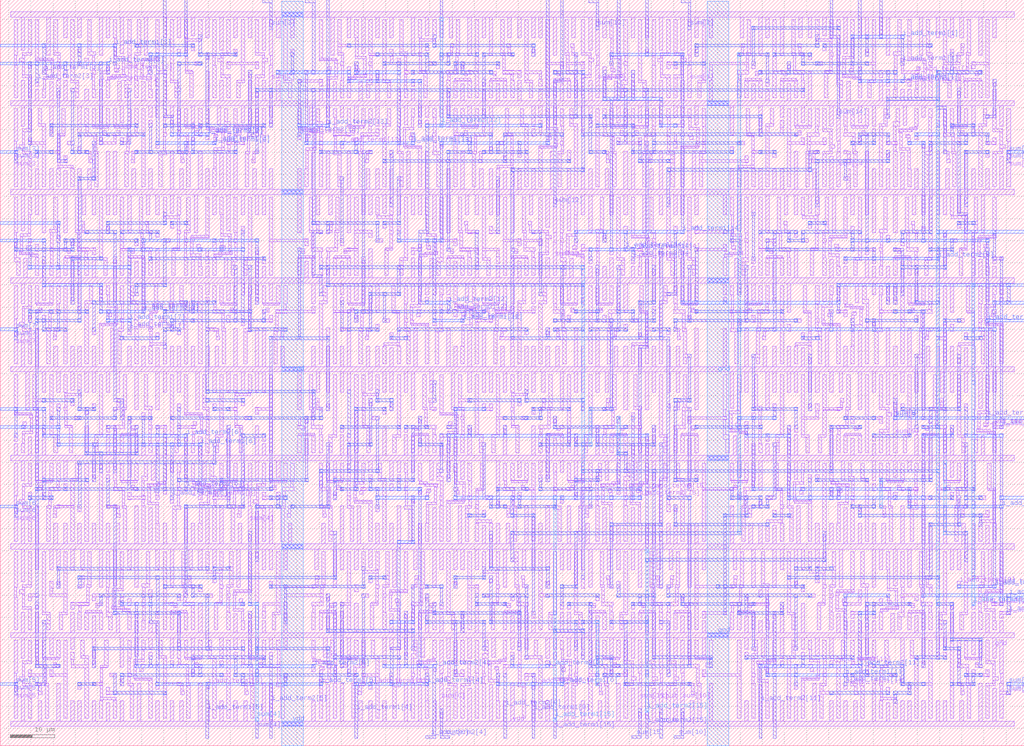
<source format=lef>
VERSION 5.3 ;
   NAMESCASESENSITIVE ON ;
   NOWIREEXTENSIONATPIN ON ;
   DIVIDERCHAR "/" ;
   BUSBITCHARS "[]" ;
UNITS
   DATABASE MICRONS 1000 ;
END UNITS

MACRO csa_16bit
   CLASS BLOCK ;
   FOREIGN csa_16bit ;
   ORIGIN 1.9000 4.0000 ;
   SIZE 231.0000 BY 168.3000 ;
   PIN vdd
      PORT
         LAYER metal1 ;
	    RECT 0.4000 160.4000 226.8000 161.6000 ;
	    RECT 2.8000 153.0000 3.6000 160.4000 ;
	    RECT 8.6000 151.8000 9.4000 160.4000 ;
	    RECT 12.4000 155.8000 13.2000 160.4000 ;
	    RECT 15.6000 155.8000 16.4000 160.4000 ;
	    RECT 20.4000 151.8000 21.2000 160.4000 ;
	    RECT 22.0000 155.8000 22.8000 160.4000 ;
	    RECT 25.2000 152.2000 26.0000 160.4000 ;
	    RECT 30.6000 151.8000 31.4000 160.4000 ;
	    RECT 34.8000 155.8000 35.6000 160.4000 ;
	    RECT 38.0000 155.8000 38.8000 160.4000 ;
	    RECT 41.2000 156.2000 42.0000 160.4000 ;
	    RECT 44.4000 155.8000 45.2000 160.4000 ;
	    RECT 47.6000 153.0000 48.4000 160.4000 ;
	    RECT 50.8000 155.8000 51.6000 160.4000 ;
	    RECT 54.0000 155.8000 54.8000 160.4000 ;
	    RECT 57.2000 153.0000 58.0000 160.4000 ;
	    RECT 60.4000 155.8000 61.2000 160.4000 ;
	    RECT 63.6000 155.8000 64.4000 160.4000 ;
	    RECT 72.6000 151.8000 73.4000 160.4000 ;
	    RECT 76.4000 155.8000 77.2000 160.4000 ;
	    RECT 79.6000 152.2000 80.4000 160.4000 ;
	    RECT 82.8000 155.8000 83.6000 160.4000 ;
	    RECT 86.0000 155.8000 86.8000 160.4000 ;
	    RECT 90.8000 151.8000 91.6000 160.4000 ;
	    RECT 94.0000 156.2000 94.8000 160.4000 ;
	    RECT 97.2000 155.8000 98.0000 160.4000 ;
	    RECT 99.4000 155.8000 100.2000 160.4000 ;
	    RECT 103.6000 151.8000 104.4000 160.4000 ;
	    RECT 106.8000 155.8000 107.6000 160.4000 ;
	    RECT 108.4000 151.8000 109.2000 160.4000 ;
	    RECT 112.6000 155.8000 113.4000 160.4000 ;
	    RECT 114.8000 155.8000 115.6000 160.4000 ;
	    RECT 118.0000 155.8000 118.8000 160.4000 ;
	    RECT 119.6000 155.8000 120.4000 160.4000 ;
	    RECT 122.8000 151.8000 123.6000 160.4000 ;
	    RECT 127.0000 155.8000 127.8000 160.4000 ;
	    RECT 130.8000 153.0000 131.6000 160.4000 ;
	    RECT 134.0000 155.8000 134.8000 160.4000 ;
	    RECT 137.2000 152.2000 138.0000 160.4000 ;
	    RECT 140.4000 155.8000 141.2000 160.4000 ;
	    RECT 143.6000 155.8000 144.4000 160.4000 ;
	    RECT 146.8000 153.0000 147.6000 160.4000 ;
	    RECT 151.6000 153.0000 152.4000 160.4000 ;
	    RECT 154.8000 155.8000 155.6000 160.4000 ;
	    RECT 158.0000 155.8000 158.8000 160.4000 ;
	    RECT 165.0000 155.8000 165.8000 160.4000 ;
	    RECT 169.2000 151.8000 170.0000 160.4000 ;
	    RECT 170.8000 155.8000 171.6000 160.4000 ;
	    RECT 174.0000 151.8000 174.8000 160.4000 ;
	    RECT 178.2000 155.8000 179.0000 160.4000 ;
	    RECT 180.4000 155.8000 181.2000 160.4000 ;
	    RECT 183.6000 156.2000 184.4000 160.4000 ;
	    RECT 188.4000 152.2000 189.2000 160.4000 ;
	    RECT 191.6000 155.8000 192.4000 160.4000 ;
	    RECT 193.2000 155.8000 194.0000 160.4000 ;
	    RECT 196.4000 155.8000 197.2000 160.4000 ;
	    RECT 198.0000 151.8000 198.8000 160.4000 ;
	    RECT 205.4000 151.8000 206.2000 160.4000 ;
	    RECT 209.2000 155.8000 210.0000 160.4000 ;
	    RECT 212.4000 155.8000 213.2000 160.4000 ;
	    RECT 214.6000 155.8000 215.4000 160.4000 ;
	    RECT 218.8000 151.8000 219.6000 160.4000 ;
	    RECT 222.0000 155.8000 222.8000 160.4000 ;
	    RECT 188.4000 130.2000 189.2000 130.4000 ;
	    RECT 2.8000 121.6000 3.6000 129.0000 ;
	    RECT 6.0000 121.6000 6.8000 126.2000 ;
	    RECT 9.2000 121.6000 10.0000 126.2000 ;
	    RECT 12.4000 121.6000 13.2000 125.8000 ;
	    RECT 15.6000 121.6000 16.4000 126.2000 ;
	    RECT 17.8000 121.6000 18.6000 126.2000 ;
	    RECT 22.0000 121.6000 22.8000 130.2000 ;
	    RECT 23.6000 121.6000 24.4000 130.2000 ;
	    RECT 27.8000 121.6000 28.6000 126.2000 ;
	    RECT 31.6000 121.6000 32.4000 126.2000 ;
	    RECT 36.4000 121.6000 37.2000 130.2000 ;
	    RECT 38.6000 121.6000 39.4000 126.2000 ;
	    RECT 42.8000 121.6000 43.6000 130.2000 ;
	    RECT 44.4000 121.6000 45.2000 126.2000 ;
	    RECT 47.6000 121.6000 48.4000 129.8000 ;
	    RECT 50.8000 121.6000 51.6000 130.2000 ;
	    RECT 55.0000 121.6000 55.8000 126.2000 ;
	    RECT 58.8000 121.6000 59.6000 126.2000 ;
	    RECT 65.2000 121.6000 66.0000 126.2000 ;
	    RECT 68.4000 121.6000 69.2000 129.8000 ;
	    RECT 71.6000 121.6000 72.4000 130.2000 ;
	    RECT 76.4000 121.6000 77.2000 130.2000 ;
	    RECT 80.6000 121.6000 81.4000 126.2000 ;
	    RECT 82.8000 121.6000 83.6000 126.2000 ;
	    RECT 86.0000 121.6000 86.8000 126.2000 ;
	    RECT 89.8000 121.6000 90.6000 130.2000 ;
	    RECT 94.0000 121.6000 94.8000 130.2000 ;
	    RECT 98.8000 121.6000 99.6000 126.2000 ;
	    RECT 102.0000 121.6000 102.8000 130.2000 ;
	    RECT 106.2000 121.6000 107.0000 126.2000 ;
	    RECT 108.4000 121.6000 109.2000 126.2000 ;
	    RECT 111.6000 121.6000 112.4000 125.8000 ;
	    RECT 114.8000 121.6000 115.6000 126.2000 ;
	    RECT 118.0000 121.6000 118.8000 126.2000 ;
	    RECT 122.2000 121.6000 123.0000 130.2000 ;
	    RECT 126.0000 121.6000 126.8000 126.2000 ;
	    RECT 129.2000 121.6000 130.0000 126.2000 ;
	    RECT 130.8000 121.6000 131.6000 126.2000 ;
	    RECT 134.6000 121.6000 135.4000 126.2000 ;
	    RECT 138.8000 121.6000 139.6000 130.2000 ;
	    RECT 140.4000 121.6000 141.2000 130.2000 ;
	    RECT 144.6000 121.6000 145.4000 126.2000 ;
	    RECT 146.8000 121.6000 147.6000 130.2000 ;
	    RECT 154.2000 121.6000 155.0000 130.2000 ;
	    RECT 162.8000 121.6000 163.6000 126.2000 ;
	    RECT 166.0000 121.6000 166.8000 125.8000 ;
	    RECT 169.2000 121.6000 170.0000 126.2000 ;
	    RECT 172.4000 121.6000 173.2000 126.2000 ;
	    RECT 174.0000 121.6000 174.8000 126.2000 ;
	    RECT 177.2000 121.6000 178.0000 130.2000 ;
	    RECT 188.4000 129.6000 189.8000 130.2000 ;
	    RECT 181.4000 121.6000 182.2000 126.2000 ;
	    RECT 185.2000 121.6000 186.0000 129.0000 ;
	    RECT 189.2000 128.4000 189.8000 129.6000 ;
	    RECT 188.4000 127.6000 190.0000 128.4000 ;
	    RECT 189.0000 124.4000 189.8000 126.2000 ;
	    RECT 188.4000 123.6000 189.8000 124.4000 ;
	    RECT 189.0000 121.6000 189.8000 123.6000 ;
	    RECT 193.2000 121.6000 194.0000 130.2000 ;
	    RECT 194.8000 121.6000 195.6000 126.2000 ;
	    RECT 198.0000 121.6000 198.8000 126.2000 ;
	    RECT 201.2000 121.6000 202.0000 129.8000 ;
	    RECT 204.4000 121.6000 205.2000 126.2000 ;
	    RECT 209.2000 121.6000 210.0000 130.2000 ;
	    RECT 211.4000 121.6000 212.2000 126.2000 ;
	    RECT 215.6000 121.6000 216.4000 130.2000 ;
	    RECT 217.2000 121.6000 218.0000 126.2000 ;
	    RECT 220.4000 121.6000 221.2000 126.2000 ;
	    RECT 223.6000 121.6000 224.4000 129.0000 ;
	    RECT 0.4000 120.4000 226.8000 121.6000 ;
	    RECT 2.8000 112.2000 3.6000 120.4000 ;
	    RECT 6.0000 115.8000 6.8000 120.4000 ;
	    RECT 7.6000 111.8000 8.4000 120.4000 ;
	    RECT 12.4000 111.8000 13.2000 120.4000 ;
	    RECT 16.6000 115.8000 17.4000 120.4000 ;
	    RECT 18.8000 115.8000 19.6000 120.4000 ;
	    RECT 22.0000 115.8000 22.8000 120.4000 ;
	    RECT 23.6000 115.8000 24.4000 120.4000 ;
	    RECT 26.8000 111.8000 27.6000 120.4000 ;
	    RECT 31.0000 115.8000 31.8000 120.4000 ;
	    RECT 33.2000 115.8000 34.0000 120.4000 ;
	    RECT 36.4000 116.2000 37.2000 120.4000 ;
	    RECT 41.8000 111.8000 42.6000 120.4000 ;
	    RECT 46.0000 115.8000 46.8000 120.4000 ;
	    RECT 49.2000 112.2000 50.0000 120.4000 ;
	    RECT 52.4000 115.8000 53.2000 120.4000 ;
	    RECT 55.6000 115.8000 56.4000 120.4000 ;
	    RECT 57.2000 115.8000 58.0000 120.4000 ;
	    RECT 65.2000 111.8000 66.0000 120.4000 ;
	    RECT 69.4000 115.8000 70.2000 120.4000 ;
	    RECT 72.2000 115.8000 73.0000 120.4000 ;
	    RECT 76.4000 111.8000 77.2000 120.4000 ;
	    RECT 79.6000 115.8000 80.4000 120.4000 ;
	    RECT 81.2000 115.8000 82.0000 120.4000 ;
	    RECT 84.4000 116.2000 85.2000 120.4000 ;
	    RECT 87.6000 115.8000 88.4000 120.4000 ;
	    RECT 90.8000 115.8000 91.6000 120.4000 ;
	    RECT 92.4000 115.8000 93.2000 120.4000 ;
	    RECT 95.6000 112.2000 96.4000 120.4000 ;
	    RECT 98.8000 111.8000 99.6000 120.4000 ;
	    RECT 103.0000 115.8000 103.8000 120.4000 ;
	    RECT 105.2000 115.8000 106.0000 120.4000 ;
	    RECT 108.4000 115.8000 109.2000 120.4000 ;
	    RECT 110.0000 115.8000 110.8000 120.4000 ;
	    RECT 113.2000 111.8000 114.0000 120.4000 ;
	    RECT 117.4000 115.8000 118.2000 120.4000 ;
	    RECT 121.2000 113.0000 122.0000 120.4000 ;
	    RECT 126.0000 112.2000 126.8000 120.4000 ;
	    RECT 129.2000 115.8000 130.0000 120.4000 ;
	    RECT 130.8000 111.8000 131.6000 120.4000 ;
	    RECT 135.6000 115.8000 136.4000 120.4000 ;
	    RECT 138.8000 115.8000 139.6000 120.4000 ;
	    RECT 143.0000 111.8000 143.8000 120.4000 ;
	    RECT 146.8000 115.8000 147.6000 120.4000 ;
	    RECT 150.0000 115.8000 150.8000 120.4000 ;
	    RECT 151.6000 115.8000 152.4000 120.4000 ;
	    RECT 154.8000 115.8000 155.6000 120.4000 ;
	    RECT 161.2000 115.8000 162.0000 120.4000 ;
	    RECT 164.4000 112.2000 165.2000 120.4000 ;
	    RECT 167.6000 115.6000 168.4000 120.4000 ;
	    RECT 170.8000 111.8000 171.6000 120.4000 ;
	    RECT 175.0000 115.8000 175.8000 120.4000 ;
	    RECT 177.2000 115.8000 178.0000 120.4000 ;
	    RECT 180.4000 116.2000 181.2000 120.4000 ;
	    RECT 185.8000 111.8000 186.6000 120.4000 ;
	    RECT 190.0000 115.8000 190.8000 120.4000 ;
	    RECT 193.2000 115.8000 194.0000 120.4000 ;
	    RECT 194.8000 111.8000 195.6000 120.4000 ;
	    RECT 199.6000 111.8000 200.4000 120.4000 ;
	    RECT 203.8000 115.8000 204.6000 120.4000 ;
	    RECT 206.0000 115.8000 206.8000 120.4000 ;
	    RECT 209.2000 115.8000 210.0000 120.4000 ;
	    RECT 210.8000 115.8000 211.6000 120.4000 ;
	    RECT 214.0000 116.2000 214.8000 120.4000 ;
	    RECT 219.4000 111.8000 220.2000 120.4000 ;
	    RECT 167.6000 104.8000 168.4000 106.4000 ;
	    RECT 74.8000 95.6000 75.6000 97.2000 ;
	    RECT 74.8000 90.3000 75.6000 90.4000 ;
	    RECT 74.8000 90.2000 77.1000 90.3000 ;
	    RECT 111.6000 90.2000 112.4000 90.4000 ;
	    RECT 2.8000 81.6000 3.6000 89.0000 ;
	    RECT 6.0000 81.6000 6.8000 90.2000 ;
	    RECT 10.2000 81.6000 11.0000 86.2000 ;
	    RECT 14.0000 81.6000 14.8000 86.2000 ;
	    RECT 15.6000 81.6000 16.4000 86.2000 ;
	    RECT 18.8000 81.6000 19.6000 86.2000 ;
	    RECT 23.0000 81.6000 23.8000 90.2000 ;
	    RECT 26.8000 81.6000 27.6000 86.2000 ;
	    RECT 30.0000 81.6000 30.8000 86.2000 ;
	    RECT 33.2000 81.6000 34.0000 85.8000 ;
	    RECT 36.4000 81.6000 37.2000 86.2000 ;
	    RECT 38.0000 81.6000 38.8000 86.2000 ;
	    RECT 41.2000 81.6000 42.0000 86.2000 ;
	    RECT 44.4000 81.6000 45.2000 86.2000 ;
	    RECT 46.6000 81.6000 47.4000 86.2000 ;
	    RECT 50.8000 81.6000 51.6000 90.2000 ;
	    RECT 55.6000 81.6000 56.4000 90.2000 ;
	    RECT 57.2000 81.6000 58.0000 90.2000 ;
	    RECT 74.8000 89.7000 77.2000 90.2000 ;
	    RECT 74.8000 89.6000 75.6000 89.7000 ;
	    RECT 61.4000 81.6000 62.2000 86.2000 ;
	    RECT 68.4000 81.6000 69.2000 86.2000 ;
	    RECT 71.6000 81.6000 72.4000 86.2000 ;
	    RECT 74.8000 81.6000 75.6000 86.2000 ;
	    RECT 76.4000 81.6000 77.2000 89.7000 ;
	    RECT 80.6000 81.6000 81.4000 86.2000 ;
	    RECT 82.8000 81.6000 83.6000 86.2000 ;
	    RECT 86.0000 81.6000 86.8000 85.8000 ;
	    RECT 91.4000 81.6000 92.2000 90.2000 ;
	    RECT 98.8000 81.6000 99.6000 90.2000 ;
	    RECT 100.4000 81.6000 101.2000 86.2000 ;
	    RECT 103.6000 81.6000 104.4000 89.8000 ;
	    RECT 106.8000 81.6000 107.6000 90.2000 ;
	    RECT 111.0000 89.6000 112.4000 90.2000 ;
	    RECT 111.0000 88.4000 111.6000 89.6000 ;
	    RECT 110.8000 88.3000 111.6000 88.4000 ;
	    RECT 110.8000 87.7000 113.9000 88.3000 ;
	    RECT 110.8000 87.6000 111.6000 87.7000 ;
	    RECT 113.3000 86.2000 113.9000 87.7000 ;
	    RECT 111.0000 81.6000 111.8000 86.2000 ;
	    RECT 113.2000 81.6000 114.0000 86.2000 ;
	    RECT 116.4000 81.6000 117.2000 86.2000 ;
	    RECT 118.0000 81.6000 118.8000 86.2000 ;
	    RECT 121.2000 81.6000 122.0000 86.2000 ;
	    RECT 123.4000 81.6000 124.2000 86.2000 ;
	    RECT 127.6000 81.6000 128.4000 90.2000 ;
	    RECT 129.2000 81.6000 130.0000 86.2000 ;
	    RECT 132.4000 81.6000 133.2000 90.2000 ;
	    RECT 136.6000 81.6000 137.4000 86.2000 ;
	    RECT 138.8000 81.6000 139.6000 86.2000 ;
	    RECT 142.0000 81.6000 142.8000 85.8000 ;
	    RECT 145.2000 81.6000 146.0000 86.2000 ;
	    RECT 148.4000 81.6000 149.2000 86.2000 ;
	    RECT 150.6000 81.6000 151.4000 86.2000 ;
	    RECT 154.8000 81.6000 155.6000 90.2000 ;
	    RECT 161.2000 81.6000 162.0000 90.2000 ;
	    RECT 166.0000 81.6000 166.8000 90.2000 ;
	    RECT 170.2000 81.6000 171.0000 86.2000 ;
	    RECT 172.4000 81.6000 173.2000 86.2000 ;
	    RECT 175.6000 81.6000 176.4000 86.2000 ;
	    RECT 178.8000 81.6000 179.6000 85.8000 ;
	    RECT 184.2000 81.6000 185.0000 90.2000 ;
	    RECT 188.4000 81.6000 189.2000 86.2000 ;
	    RECT 191.6000 81.6000 192.4000 89.8000 ;
	    RECT 198.0000 81.6000 198.8000 90.2000 ;
	    RECT 199.6000 81.6000 200.4000 86.2000 ;
	    RECT 202.8000 81.6000 203.6000 90.2000 ;
	    RECT 207.0000 81.6000 207.8000 86.2000 ;
	    RECT 209.2000 81.6000 210.0000 86.2000 ;
	    RECT 212.4000 81.6000 213.2000 86.2000 ;
	    RECT 215.6000 81.6000 216.4000 85.8000 ;
	    RECT 221.0000 81.6000 221.8000 90.2000 ;
	    RECT 0.4000 80.4000 226.8000 81.6000 ;
	    RECT 3.8000 71.8000 4.6000 80.4000 ;
	    RECT 7.6000 75.8000 8.4000 80.4000 ;
	    RECT 10.8000 75.8000 11.6000 80.4000 ;
	    RECT 14.0000 76.2000 14.8000 80.4000 ;
	    RECT 17.2000 75.8000 18.0000 80.4000 ;
	    RECT 18.8000 75.8000 19.6000 80.4000 ;
	    RECT 22.0000 75.8000 22.8000 80.4000 ;
	    RECT 24.2000 75.8000 25.0000 80.4000 ;
	    RECT 28.4000 71.8000 29.2000 80.4000 ;
	    RECT 33.2000 71.8000 34.0000 80.4000 ;
	    RECT 34.8000 75.8000 35.6000 80.4000 ;
	    RECT 38.0000 75.8000 38.8000 80.4000 ;
	    RECT 42.2000 71.8000 43.0000 80.4000 ;
	    RECT 46.0000 75.8000 46.8000 80.4000 ;
	    RECT 49.2000 75.8000 50.0000 80.4000 ;
	    RECT 52.4000 76.2000 53.2000 80.4000 ;
	    RECT 55.6000 75.8000 56.4000 80.4000 ;
	    RECT 57.2000 75.8000 58.0000 80.4000 ;
	    RECT 65.2000 71.8000 66.0000 80.4000 ;
	    RECT 69.4000 75.8000 70.2000 80.4000 ;
	    RECT 71.6000 75.8000 72.4000 80.4000 ;
	    RECT 74.8000 75.8000 75.6000 80.4000 ;
	    RECT 76.4000 75.6000 77.2000 80.4000 ;
	    RECT 81.2000 76.2000 82.0000 80.4000 ;
	    RECT 84.4000 75.8000 85.2000 80.4000 ;
	    RECT 86.0000 75.8000 86.8000 80.4000 ;
	    RECT 89.2000 75.8000 90.0000 80.4000 ;
	    RECT 90.8000 71.8000 91.6000 80.4000 ;
	    RECT 95.0000 78.4000 95.8000 80.4000 ;
	    RECT 95.0000 77.6000 96.4000 78.4000 ;
	    RECT 95.0000 75.8000 95.8000 77.6000 ;
	    RECT 94.8000 73.6000 96.4000 74.4000 ;
	    RECT 95.0000 72.4000 95.6000 73.6000 ;
	    RECT 95.0000 71.8000 96.4000 72.4000 ;
	    RECT 99.8000 71.8000 100.6000 80.4000 ;
	    RECT 103.6000 75.8000 104.4000 80.4000 ;
	    RECT 106.8000 75.8000 107.6000 80.4000 ;
	    RECT 108.4000 75.8000 109.2000 80.4000 ;
	    RECT 111.6000 75.8000 112.4000 80.4000 ;
	    RECT 114.8000 76.2000 115.6000 80.4000 ;
	    RECT 118.0000 75.8000 118.8000 80.4000 ;
	    RECT 120.2000 75.8000 121.0000 80.4000 ;
	    RECT 124.4000 71.8000 125.2000 80.4000 ;
	    RECT 127.6000 75.8000 128.4000 80.4000 ;
	    RECT 129.2000 75.8000 130.0000 80.4000 ;
	    RECT 132.4000 75.8000 133.2000 80.4000 ;
	    RECT 134.6000 75.8000 135.4000 80.4000 ;
	    RECT 138.8000 71.8000 139.6000 80.4000 ;
	    RECT 143.6000 71.8000 144.4000 80.4000 ;
	    RECT 145.2000 75.8000 146.0000 80.4000 ;
	    RECT 148.4000 75.8000 149.2000 80.4000 ;
	    RECT 150.6000 75.8000 151.4000 80.4000 ;
	    RECT 154.8000 71.8000 155.6000 80.4000 ;
	    RECT 162.8000 72.2000 163.6000 80.4000 ;
	    RECT 166.0000 75.8000 166.8000 80.4000 ;
	    RECT 170.8000 71.8000 171.6000 80.4000 ;
	    RECT 172.4000 75.8000 173.2000 80.4000 ;
	    RECT 175.6000 75.8000 176.4000 80.4000 ;
	    RECT 177.2000 75.8000 178.0000 80.4000 ;
	    RECT 180.4000 75.8000 181.2000 80.4000 ;
	    RECT 182.0000 75.8000 182.8000 80.4000 ;
	    RECT 185.2000 75.8000 186.0000 80.4000 ;
	    RECT 187.4000 75.8000 188.2000 80.4000 ;
	    RECT 191.6000 71.8000 192.4000 80.4000 ;
	    RECT 194.8000 75.8000 195.6000 80.4000 ;
	    RECT 198.0000 73.0000 198.8000 80.4000 ;
	    RECT 201.2000 75.8000 202.0000 80.4000 ;
	    RECT 204.4000 75.8000 205.2000 80.4000 ;
	    RECT 206.0000 71.8000 206.8000 80.4000 ;
	    RECT 210.2000 75.8000 211.0000 80.4000 ;
	    RECT 212.4000 75.8000 213.2000 80.4000 ;
	    RECT 215.6000 75.8000 216.4000 80.4000 ;
	    RECT 218.8000 72.2000 219.6000 80.4000 ;
	    RECT 222.0000 75.8000 222.8000 80.4000 ;
	    RECT 95.6000 71.6000 96.4000 71.8000 ;
	    RECT 76.4000 64.8000 77.2000 66.4000 ;
	    RECT 2.8000 41.6000 3.6000 49.0000 ;
	    RECT 6.0000 41.6000 6.8000 50.2000 ;
	    RECT 10.2000 41.6000 11.0000 46.2000 ;
	    RECT 12.4000 41.6000 13.2000 46.2000 ;
	    RECT 15.6000 41.6000 16.4000 46.2000 ;
	    RECT 18.8000 41.6000 19.6000 46.2000 ;
	    RECT 22.0000 41.6000 22.8000 46.2000 ;
	    RECT 24.2000 41.6000 25.0000 46.2000 ;
	    RECT 28.4000 41.6000 29.2000 50.2000 ;
	    RECT 31.6000 41.6000 32.4000 49.8000 ;
	    RECT 34.8000 41.6000 35.6000 46.2000 ;
	    RECT 39.6000 41.6000 40.4000 50.2000 ;
	    RECT 41.2000 41.6000 42.0000 46.2000 ;
	    RECT 44.4000 41.6000 45.2000 49.8000 ;
	    RECT 47.6000 41.6000 48.4000 50.2000 ;
	    RECT 51.8000 41.6000 52.6000 46.2000 ;
	    RECT 55.6000 41.6000 56.4000 49.0000 ;
	    RECT 58.8000 41.6000 59.6000 50.2000 ;
	    RECT 63.0000 41.6000 63.8000 46.2000 ;
	    RECT 70.6000 41.6000 71.4000 46.2000 ;
	    RECT 74.8000 41.6000 75.6000 50.2000 ;
	    RECT 78.6000 41.6000 79.4000 50.2000 ;
	    RECT 82.8000 41.6000 83.6000 46.2000 ;
	    RECT 86.0000 41.6000 86.8000 46.2000 ;
	    RECT 87.6000 41.6000 88.4000 50.2000 ;
	    RECT 92.4000 41.6000 93.2000 46.2000 ;
	    RECT 95.6000 41.6000 96.4000 49.8000 ;
	    RECT 101.4000 41.6000 102.2000 50.2000 ;
	    RECT 106.8000 41.6000 107.6000 45.8000 ;
	    RECT 110.0000 41.6000 110.8000 46.2000 ;
	    RECT 112.2000 41.6000 113.0000 46.2000 ;
	    RECT 116.4000 41.6000 117.2000 50.2000 ;
	    RECT 119.6000 41.6000 120.4000 46.2000 ;
	    RECT 121.2000 41.6000 122.0000 50.2000 ;
	    RECT 126.0000 41.6000 126.8000 50.2000 ;
	    RECT 130.2000 41.6000 131.0000 46.2000 ;
	    RECT 134.0000 41.6000 134.8000 49.8000 ;
	    RECT 137.2000 41.6000 138.0000 46.2000 ;
	    RECT 140.4000 41.6000 141.2000 49.8000 ;
	    RECT 143.6000 41.6000 144.4000 46.2000 ;
	    RECT 145.2000 41.6000 146.0000 46.2000 ;
	    RECT 148.4000 41.6000 149.2000 46.2000 ;
	    RECT 150.0000 41.6000 150.8000 46.2000 ;
	    RECT 153.2000 41.6000 154.0000 46.2000 ;
	    RECT 154.8000 41.6000 155.6000 46.2000 ;
	    RECT 162.8000 41.6000 163.6000 50.2000 ;
	    RECT 167.0000 41.6000 167.8000 46.2000 ;
	    RECT 169.2000 41.6000 170.0000 46.2000 ;
	    RECT 172.4000 41.6000 173.2000 45.8000 ;
	    RECT 177.8000 41.6000 178.6000 50.2000 ;
	    RECT 182.0000 41.6000 182.8000 46.2000 ;
	    RECT 185.2000 41.6000 186.0000 46.2000 ;
	    RECT 188.4000 41.6000 189.2000 49.8000 ;
	    RECT 191.6000 41.6000 192.4000 46.2000 ;
	    RECT 194.8000 41.6000 195.6000 46.2000 ;
	    RECT 197.0000 41.6000 197.8000 46.2000 ;
	    RECT 201.2000 41.6000 202.0000 50.2000 ;
	    RECT 206.0000 41.6000 206.8000 50.2000 ;
	    RECT 207.6000 41.6000 208.4000 46.2000 ;
	    RECT 210.8000 41.6000 211.6000 50.2000 ;
	    RECT 215.0000 41.6000 215.8000 46.2000 ;
	    RECT 217.2000 41.6000 218.0000 46.2000 ;
	    RECT 220.4000 41.6000 221.2000 45.8000 ;
	    RECT 0.4000 40.4000 226.8000 41.6000 ;
	    RECT 2.8000 33.0000 3.6000 40.4000 ;
	    RECT 6.0000 35.8000 6.8000 40.4000 ;
	    RECT 9.2000 35.8000 10.0000 40.4000 ;
	    RECT 10.8000 35.8000 11.6000 40.4000 ;
	    RECT 14.0000 35.8000 14.8000 40.4000 ;
	    RECT 16.2000 35.8000 17.0000 40.4000 ;
	    RECT 20.4000 31.8000 21.2000 40.4000 ;
	    RECT 23.6000 32.2000 24.4000 40.4000 ;
	    RECT 26.8000 35.8000 27.6000 40.4000 ;
	    RECT 28.4000 31.8000 29.2000 40.4000 ;
	    RECT 33.2000 35.8000 34.0000 40.4000 ;
	    RECT 36.4000 31.8000 37.2000 40.4000 ;
	    RECT 40.6000 35.8000 41.4000 40.4000 ;
	    RECT 42.8000 35.8000 43.6000 40.4000 ;
	    RECT 46.0000 36.2000 46.8000 40.4000 ;
	    RECT 51.4000 31.8000 52.2000 40.4000 ;
	    RECT 57.2000 35.8000 58.0000 40.4000 ;
	    RECT 58.8000 35.8000 59.6000 40.4000 ;
	    RECT 62.0000 35.8000 62.8000 40.4000 ;
	    RECT 69.0000 35.8000 69.8000 40.4000 ;
	    RECT 73.2000 31.8000 74.0000 40.4000 ;
	    RECT 74.8000 35.8000 75.6000 40.4000 ;
	    RECT 78.0000 35.8000 78.8000 40.4000 ;
	    RECT 81.2000 36.2000 82.0000 40.4000 ;
	    RECT 86.6000 31.8000 87.4000 40.4000 ;
	    RECT 91.4000 35.8000 92.2000 40.4000 ;
	    RECT 95.6000 31.8000 96.4000 40.4000 ;
	    RECT 97.2000 35.8000 98.0000 40.4000 ;
	    RECT 100.4000 35.8000 101.2000 40.4000 ;
	    RECT 102.0000 35.8000 102.8000 40.4000 ;
	    RECT 105.2000 35.8000 106.0000 40.4000 ;
	    RECT 108.4000 36.2000 109.2000 40.4000 ;
	    RECT 111.6000 31.8000 112.4000 40.4000 ;
	    RECT 115.8000 35.8000 116.6000 40.4000 ;
	    RECT 118.0000 35.8000 118.8000 40.4000 ;
	    RECT 121.2000 35.8000 122.0000 40.4000 ;
	    RECT 124.4000 35.8000 125.2000 40.4000 ;
	    RECT 126.0000 35.8000 126.8000 40.4000 ;
	    RECT 129.2000 35.8000 130.0000 40.4000 ;
	    RECT 130.8000 31.8000 131.6000 40.4000 ;
	    RECT 135.0000 35.8000 135.8000 40.4000 ;
	    RECT 137.2000 35.8000 138.0000 40.4000 ;
	    RECT 140.4000 35.8000 141.2000 40.4000 ;
	    RECT 142.0000 31.8000 142.8000 40.4000 ;
	    RECT 146.2000 35.8000 147.0000 40.4000 ;
	    RECT 149.0000 35.8000 149.8000 40.4000 ;
	    RECT 153.2000 31.8000 154.0000 40.4000 ;
	    RECT 156.4000 35.8000 157.2000 40.4000 ;
	    RECT 163.4000 35.8000 164.2000 40.4000 ;
	    RECT 167.6000 31.8000 168.4000 40.4000 ;
	    RECT 172.4000 31.8000 173.2000 40.4000 ;
	    RECT 174.0000 35.8000 174.8000 40.4000 ;
	    RECT 177.2000 35.8000 178.0000 40.4000 ;
	    RECT 178.8000 35.8000 179.6000 40.4000 ;
	    RECT 182.0000 36.2000 182.8000 40.4000 ;
	    RECT 187.4000 31.8000 188.2000 40.4000 ;
	    RECT 194.8000 31.8000 195.6000 40.4000 ;
	    RECT 196.4000 35.8000 197.2000 40.4000 ;
	    RECT 199.6000 32.2000 200.4000 40.4000 ;
	    RECT 202.8000 31.8000 203.6000 40.4000 ;
	    RECT 207.0000 35.8000 207.8000 40.4000 ;
	    RECT 209.2000 35.8000 210.0000 40.4000 ;
	    RECT 212.4000 35.8000 213.2000 40.4000 ;
	    RECT 214.0000 35.8000 214.8000 40.4000 ;
	    RECT 217.2000 35.8000 218.0000 40.4000 ;
	    RECT 221.0000 31.8000 221.8000 40.4000 ;
	    RECT 2.8000 1.6000 3.6000 9.0000 ;
	    RECT 6.6000 1.6000 7.4000 6.2000 ;
	    RECT 10.8000 1.6000 11.6000 10.2000 ;
	    RECT 14.0000 1.6000 14.8000 6.2000 ;
	    RECT 15.6000 1.6000 16.4000 6.2000 ;
	    RECT 18.8000 1.6000 19.6000 6.2000 ;
	    RECT 22.0000 1.6000 22.8000 5.8000 ;
	    RECT 25.2000 1.6000 26.0000 6.2000 ;
	    RECT 29.0000 1.6000 29.8000 10.2000 ;
	    RECT 33.2000 1.6000 34.0000 6.2000 ;
	    RECT 36.4000 1.6000 37.2000 6.2000 ;
	    RECT 38.6000 1.6000 39.4000 6.2000 ;
	    RECT 42.8000 1.6000 43.6000 10.2000 ;
	    RECT 44.4000 1.6000 45.2000 6.2000 ;
	    RECT 47.6000 1.6000 48.4000 6.2000 ;
	    RECT 50.8000 1.6000 51.6000 6.2000 ;
	    RECT 53.0000 1.6000 53.8000 6.2000 ;
	    RECT 57.2000 1.6000 58.0000 10.2000 ;
	    RECT 58.8000 1.6000 59.6000 10.2000 ;
	    RECT 68.4000 1.6000 69.2000 6.2000 ;
	    RECT 71.6000 1.6000 72.4000 9.8000 ;
	    RECT 74.8000 1.6000 75.6000 10.2000 ;
	    RECT 79.0000 1.6000 79.8000 6.2000 ;
	    RECT 81.2000 1.6000 82.0000 6.2000 ;
	    RECT 84.4000 1.6000 85.2000 6.2000 ;
	    RECT 89.2000 1.6000 90.0000 10.2000 ;
	    RECT 92.4000 1.6000 93.2000 9.8000 ;
	    RECT 95.6000 1.6000 96.4000 6.2000 ;
	    RECT 98.8000 1.6000 99.6000 9.0000 ;
	    RECT 103.6000 1.6000 104.4000 9.0000 ;
	    RECT 108.4000 1.6000 109.2000 9.8000 ;
	    RECT 111.6000 1.6000 112.4000 6.2000 ;
	    RECT 113.2000 1.6000 114.0000 10.2000 ;
	    RECT 118.0000 1.6000 118.8000 6.2000 ;
	    RECT 121.2000 1.6000 122.0000 6.2000 ;
	    RECT 125.4000 1.6000 126.2000 10.2000 ;
	    RECT 129.2000 1.6000 130.0000 6.2000 ;
	    RECT 133.0000 1.6000 133.8000 6.2000 ;
	    RECT 137.2000 1.6000 138.0000 10.2000 ;
	    RECT 140.4000 1.6000 141.2000 9.0000 ;
	    RECT 145.2000 1.6000 146.0000 9.0000 ;
	    RECT 150.0000 1.6000 150.8000 9.0000 ;
	    RECT 153.8000 1.6000 154.6000 6.2000 ;
	    RECT 158.0000 1.6000 158.8000 10.2000 ;
	    RECT 166.0000 1.6000 166.8000 6.2000 ;
	    RECT 169.2000 1.6000 170.0000 9.8000 ;
	    RECT 172.4000 1.6000 173.2000 6.2000 ;
	    RECT 174.0000 1.6000 174.8000 6.2000 ;
	    RECT 177.2000 1.6000 178.0000 6.2000 ;
	    RECT 181.4000 1.6000 182.2000 10.2000 ;
	    RECT 185.2000 1.6000 186.0000 6.2000 ;
	    RECT 188.4000 1.6000 189.2000 6.2000 ;
	    RECT 190.6000 1.6000 191.4000 6.2000 ;
	    RECT 194.8000 1.6000 195.6000 10.2000 ;
	    RECT 198.0000 1.6000 198.8000 5.8000 ;
	    RECT 201.2000 1.6000 202.0000 6.2000 ;
	    RECT 202.8000 1.6000 203.6000 6.2000 ;
	    RECT 206.0000 1.6000 206.8000 6.2000 ;
	    RECT 209.2000 1.6000 210.0000 6.2000 ;
	    RECT 210.8000 1.6000 211.6000 6.2000 ;
	    RECT 214.6000 1.6000 215.4000 6.2000 ;
	    RECT 218.8000 1.6000 219.6000 10.2000 ;
	    RECT 222.0000 1.6000 222.8000 9.0000 ;
	    RECT 0.4000 0.4000 226.8000 1.6000 ;
         LAYER metal2 ;
	    RECT 61.6000 160.6000 66.4000 161.4000 ;
	    RECT 188.4000 127.6000 189.2000 128.4000 ;
	    RECT 188.5000 124.4000 189.1000 127.6000 ;
	    RECT 188.4000 123.6000 189.2000 124.4000 ;
	    RECT 61.6000 120.6000 66.4000 121.4000 ;
	    RECT 167.6000 115.6000 168.4000 116.4000 ;
	    RECT 167.7000 106.4000 168.3000 115.6000 ;
	    RECT 167.6000 105.6000 168.4000 106.4000 ;
	    RECT 74.8000 95.6000 75.6000 96.4000 ;
	    RECT 74.9000 90.4000 75.5000 95.6000 ;
	    RECT 74.8000 89.6000 75.6000 90.4000 ;
	    RECT 61.6000 80.6000 66.4000 81.4000 ;
	    RECT 95.6000 77.6000 96.4000 78.4000 ;
	    RECT 76.4000 75.6000 77.2000 76.4000 ;
	    RECT 76.5000 66.4000 77.1000 75.6000 ;
	    RECT 95.7000 74.4000 96.3000 77.6000 ;
	    RECT 95.6000 73.6000 96.4000 74.4000 ;
	    RECT 76.4000 65.6000 77.2000 66.4000 ;
	    RECT 61.6000 40.6000 66.4000 41.4000 ;
	    RECT 61.6000 0.6000 66.4000 1.4000 ;
         LAYER metal3 ;
	    RECT 61.6000 160.4000 66.4000 161.6000 ;
	    RECT 61.6000 120.4000 66.4000 121.6000 ;
	    RECT 61.6000 80.4000 66.4000 81.6000 ;
	    RECT 61.6000 40.4000 66.4000 41.6000 ;
	    RECT 61.6000 0.4000 66.4000 1.6000 ;
         LAYER metal4 ;
	    RECT 61.6000 -4.0000 66.4000 164.0000 ;
      END
   END vdd
   PIN gnd
      PORT
         LAYER metal1 ;
	    RECT 2.8000 141.6000 3.6000 146.2000 ;
	    RECT 6.0000 141.6000 6.8000 144.2000 ;
	    RECT 9.2000 141.6000 10.0000 145.8000 ;
	    RECT 12.4000 141.6000 13.2000 146.2000 ;
	    RECT 17.2000 141.6000 18.0000 144.2000 ;
	    RECT 20.4000 141.6000 21.2000 144.2000 ;
	    RECT 24.6000 141.6000 25.4000 146.0000 ;
	    RECT 30.0000 141.6000 30.8000 145.8000 ;
	    RECT 33.2000 141.6000 34.0000 144.2000 ;
	    RECT 34.8000 141.6000 35.6000 146.2000 ;
	    RECT 44.4000 141.6000 45.2000 148.2000 ;
	    RECT 47.6000 141.6000 48.4000 146.2000 ;
	    RECT 54.0000 141.6000 54.8000 146.2000 ;
	    RECT 57.2000 141.6000 58.0000 146.2000 ;
	    RECT 60.4000 141.6000 61.2000 146.2000 ;
	    RECT 70.0000 141.6000 70.8000 144.2000 ;
	    RECT 73.2000 141.6000 74.0000 145.8000 ;
	    RECT 79.0000 141.6000 79.8000 146.0000 ;
	    RECT 82.8000 141.6000 83.6000 146.2000 ;
	    RECT 87.6000 141.6000 88.4000 144.2000 ;
	    RECT 90.8000 141.6000 91.6000 144.2000 ;
	    RECT 97.2000 141.6000 98.0000 148.2000 ;
	    RECT 102.0000 141.6000 102.8000 145.4000 ;
	    RECT 106.8000 141.6000 107.6000 144.2000 ;
	    RECT 110.0000 141.6000 110.8000 145.4000 ;
	    RECT 114.8000 141.6000 115.6000 146.2000 ;
	    RECT 119.6000 141.6000 120.4000 144.2000 ;
	    RECT 124.4000 141.6000 125.2000 145.4000 ;
	    RECT 130.8000 141.6000 131.6000 146.2000 ;
	    RECT 136.6000 141.6000 137.4000 146.0000 ;
	    RECT 140.4000 141.6000 141.2000 146.2000 ;
	    RECT 146.8000 141.6000 147.6000 146.2000 ;
	    RECT 151.6000 141.6000 152.4000 146.2000 ;
	    RECT 158.0000 141.6000 158.8000 146.2000 ;
	    RECT 167.6000 141.6000 168.4000 145.4000 ;
	    RECT 170.8000 141.6000 171.6000 144.2000 ;
	    RECT 175.6000 141.6000 176.4000 145.4000 ;
	    RECT 180.4000 141.6000 181.2000 148.2000 ;
	    RECT 189.0000 141.6000 189.8000 146.0000 ;
	    RECT 196.4000 141.6000 197.2000 146.2000 ;
	    RECT 198.0000 141.6000 198.8000 144.2000 ;
	    RECT 201.2000 141.6000 202.0000 144.2000 ;
	    RECT 202.8000 141.6000 203.6000 144.2000 ;
	    RECT 206.0000 141.6000 206.8000 145.8000 ;
	    RECT 209.2000 141.6000 210.0000 146.2000 ;
	    RECT 217.2000 141.6000 218.0000 145.4000 ;
	    RECT 222.0000 141.6000 222.8000 144.2000 ;
	    RECT 0.4000 140.4000 226.8000 141.6000 ;
	    RECT 2.8000 135.8000 3.6000 140.4000 ;
	    RECT 9.2000 135.8000 10.0000 140.4000 ;
	    RECT 15.6000 133.8000 16.4000 140.4000 ;
	    RECT 20.4000 136.6000 21.2000 140.4000 ;
	    RECT 25.2000 136.6000 26.0000 140.4000 ;
	    RECT 31.6000 137.8000 32.4000 140.4000 ;
	    RECT 33.2000 137.8000 34.0000 140.4000 ;
	    RECT 36.4000 137.8000 37.2000 140.4000 ;
	    RECT 41.2000 136.6000 42.0000 140.4000 ;
	    RECT 47.0000 136.0000 47.8000 140.4000 ;
	    RECT 52.4000 136.6000 53.2000 140.4000 ;
	    RECT 58.8000 137.8000 59.6000 140.4000 ;
	    RECT 67.8000 136.0000 68.6000 140.4000 ;
	    RECT 71.6000 137.8000 72.4000 140.4000 ;
	    RECT 74.8000 137.8000 75.6000 140.4000 ;
	    RECT 78.0000 136.6000 78.8000 140.4000 ;
	    RECT 82.8000 135.8000 83.6000 140.4000 ;
	    RECT 89.2000 136.2000 90.0000 140.4000 ;
	    RECT 92.4000 137.8000 93.2000 140.4000 ;
	    RECT 94.0000 137.8000 94.8000 140.4000 ;
	    RECT 97.2000 137.8000 98.0000 140.4000 ;
	    RECT 98.8000 137.8000 99.6000 140.4000 ;
	    RECT 97.3000 136.3000 97.9000 137.8000 ;
	    RECT 98.8000 136.3000 99.6000 137.2000 ;
	    RECT 103.6000 136.6000 104.4000 140.4000 ;
	    RECT 97.3000 135.7000 99.6000 136.3000 ;
	    RECT 98.8000 135.6000 99.6000 135.7000 ;
	    RECT 108.4000 133.8000 109.2000 140.4000 ;
	    RECT 118.0000 135.8000 118.8000 140.4000 ;
	    RECT 119.6000 137.8000 120.4000 140.4000 ;
	    RECT 122.8000 136.2000 123.6000 140.4000 ;
	    RECT 129.2000 135.8000 130.0000 140.4000 ;
	    RECT 130.8000 137.8000 131.6000 140.4000 ;
	    RECT 137.2000 136.6000 138.0000 140.4000 ;
	    RECT 142.0000 136.6000 142.8000 140.4000 ;
	    RECT 146.8000 137.8000 147.6000 140.4000 ;
	    RECT 150.0000 137.8000 150.8000 140.4000 ;
	    RECT 151.6000 137.8000 152.4000 140.4000 ;
	    RECT 154.8000 136.2000 155.6000 140.4000 ;
	    RECT 162.8000 133.8000 163.6000 140.4000 ;
	    RECT 169.2000 135.8000 170.0000 140.4000 ;
	    RECT 174.0000 137.8000 174.8000 140.4000 ;
	    RECT 178.8000 136.6000 179.6000 140.4000 ;
	    RECT 185.2000 135.8000 186.0000 140.4000 ;
	    RECT 191.6000 136.6000 192.4000 140.4000 ;
	    RECT 194.8000 135.8000 195.6000 140.4000 ;
	    RECT 201.8000 136.0000 202.6000 140.4000 ;
	    RECT 206.0000 137.8000 206.8000 140.4000 ;
	    RECT 209.2000 137.8000 210.0000 140.4000 ;
	    RECT 214.0000 136.6000 214.8000 140.4000 ;
	    RECT 217.2000 135.8000 218.0000 140.4000 ;
	    RECT 223.6000 135.8000 224.4000 140.4000 ;
	    RECT 210.8000 130.2000 211.6000 130.4000 ;
	    RECT 210.8000 129.6000 212.2000 130.2000 ;
	    RECT 211.6000 128.4000 212.2000 129.6000 ;
	    RECT 211.6000 127.6000 212.4000 128.4000 ;
	    RECT 102.8000 113.6000 103.6000 114.4000 ;
	    RECT 103.0000 112.4000 103.6000 113.6000 ;
	    RECT 103.0000 112.3000 104.4000 112.4000 ;
	    RECT 105.2000 112.3000 106.0000 112.4000 ;
	    RECT 103.0000 111.8000 106.0000 112.3000 ;
	    RECT 103.6000 111.7000 106.0000 111.8000 ;
	    RECT 103.6000 111.6000 104.4000 111.7000 ;
	    RECT 105.2000 111.6000 106.0000 111.7000 ;
	    RECT 3.4000 101.6000 4.2000 106.0000 ;
	    RECT 7.6000 101.6000 8.4000 104.2000 ;
	    RECT 10.8000 101.6000 11.6000 104.2000 ;
	    RECT 14.0000 101.6000 14.8000 105.4000 ;
	    RECT 18.8000 101.6000 19.6000 106.2000 ;
	    RECT 23.6000 101.6000 24.4000 104.2000 ;
	    RECT 28.4000 101.6000 29.2000 105.4000 ;
	    RECT 33.2000 101.6000 34.0000 108.2000 ;
	    RECT 41.2000 101.6000 42.0000 105.8000 ;
	    RECT 44.4000 101.6000 45.2000 104.2000 ;
	    RECT 48.6000 101.6000 49.4000 106.0000 ;
	    RECT 55.6000 101.6000 56.4000 106.2000 ;
	    RECT 57.2000 101.6000 58.0000 104.2000 ;
	    RECT 66.8000 101.6000 67.6000 105.4000 ;
	    RECT 74.8000 101.6000 75.6000 105.4000 ;
	    RECT 79.6000 101.6000 80.4000 104.2000 ;
	    RECT 81.2000 101.6000 82.0000 108.2000 ;
	    RECT 90.8000 101.6000 91.6000 106.2000 ;
	    RECT 95.0000 101.6000 95.8000 106.0000 ;
	    RECT 100.4000 101.6000 101.2000 105.4000 ;
	    RECT 105.2000 101.6000 106.0000 106.2000 ;
	    RECT 110.0000 101.6000 110.8000 104.2000 ;
	    RECT 114.8000 101.6000 115.6000 105.4000 ;
	    RECT 121.2000 101.6000 122.0000 106.2000 ;
	    RECT 126.6000 101.6000 127.4000 106.0000 ;
	    RECT 130.8000 101.6000 131.6000 104.2000 ;
	    RECT 134.0000 101.6000 134.8000 104.2000 ;
	    RECT 135.6000 101.6000 136.4000 106.2000 ;
	    RECT 140.4000 101.6000 141.2000 104.2000 ;
	    RECT 143.6000 101.6000 144.4000 105.8000 ;
	    RECT 146.8000 101.6000 147.6000 106.2000 ;
	    RECT 151.6000 101.6000 152.4000 106.2000 ;
	    RECT 163.8000 101.6000 164.6000 106.0000 ;
	    RECT 167.6000 101.6000 168.4000 104.2000 ;
	    RECT 172.4000 101.6000 173.2000 105.4000 ;
	    RECT 177.2000 101.6000 178.0000 108.2000 ;
	    RECT 185.2000 101.6000 186.0000 105.8000 ;
	    RECT 188.4000 101.6000 189.2000 104.2000 ;
	    RECT 193.2000 101.6000 194.0000 106.2000 ;
	    RECT 194.8000 101.6000 195.6000 104.2000 ;
	    RECT 198.0000 101.6000 198.8000 104.2000 ;
	    RECT 201.2000 101.6000 202.0000 105.4000 ;
	    RECT 209.2000 101.6000 210.0000 106.2000 ;
	    RECT 210.8000 101.6000 211.6000 108.2000 ;
	    RECT 218.8000 101.6000 219.6000 105.8000 ;
	    RECT 222.0000 101.6000 222.8000 104.2000 ;
	    RECT 0.4000 100.4000 226.8000 101.6000 ;
	    RECT 2.8000 95.8000 3.6000 100.4000 ;
	    RECT 7.6000 96.6000 8.4000 100.4000 ;
	    RECT 14.0000 97.8000 14.8000 100.4000 ;
	    RECT 15.6000 95.8000 16.4000 100.4000 ;
	    RECT 20.4000 97.8000 21.2000 100.4000 ;
	    RECT 23.6000 96.2000 24.4000 100.4000 ;
	    RECT 30.0000 95.8000 30.8000 100.4000 ;
	    RECT 36.4000 93.8000 37.2000 100.4000 ;
	    RECT 41.2000 95.8000 42.0000 100.4000 ;
	    RECT 44.4000 97.8000 45.2000 100.4000 ;
	    RECT 49.2000 96.6000 50.0000 100.4000 ;
	    RECT 52.4000 97.8000 53.2000 100.4000 ;
	    RECT 55.6000 97.8000 56.4000 100.4000 ;
	    RECT 58.8000 96.6000 59.6000 100.4000 ;
	    RECT 68.4000 95.8000 69.2000 100.4000 ;
	    RECT 74.8000 97.8000 75.6000 100.4000 ;
	    RECT 78.0000 96.6000 78.8000 100.4000 ;
	    RECT 82.8000 93.8000 83.6000 100.4000 ;
	    RECT 90.8000 96.2000 91.6000 100.4000 ;
	    RECT 94.0000 97.8000 94.8000 100.4000 ;
	    RECT 95.6000 97.8000 96.4000 100.4000 ;
	    RECT 98.8000 97.8000 99.6000 100.4000 ;
	    RECT 103.0000 96.0000 103.8000 100.4000 ;
	    RECT 108.4000 96.6000 109.2000 100.4000 ;
	    RECT 113.2000 95.8000 114.0000 100.4000 ;
	    RECT 118.0000 95.8000 118.8000 100.4000 ;
	    RECT 126.0000 96.6000 126.8000 100.4000 ;
	    RECT 129.2000 97.8000 130.0000 100.4000 ;
	    RECT 134.0000 96.6000 134.8000 100.4000 ;
	    RECT 138.8000 93.8000 139.6000 100.4000 ;
	    RECT 145.2000 95.8000 146.0000 100.4000 ;
	    RECT 153.2000 96.6000 154.0000 100.4000 ;
	    RECT 161.2000 97.8000 162.0000 100.4000 ;
	    RECT 164.4000 97.8000 165.2000 100.4000 ;
	    RECT 167.6000 96.6000 168.4000 100.4000 ;
	    RECT 172.4000 97.8000 173.2000 100.4000 ;
	    RECT 175.6000 93.8000 176.4000 100.4000 ;
	    RECT 183.6000 96.2000 184.4000 100.4000 ;
	    RECT 186.8000 97.8000 187.6000 100.4000 ;
	    RECT 191.0000 96.0000 191.8000 100.4000 ;
	    RECT 194.8000 97.8000 195.6000 100.4000 ;
	    RECT 198.0000 97.8000 198.8000 100.4000 ;
	    RECT 199.6000 97.8000 200.4000 100.4000 ;
	    RECT 199.6000 95.6000 200.4000 97.2000 ;
	    RECT 204.4000 96.6000 205.2000 100.4000 ;
	    RECT 209.2000 97.8000 210.0000 100.4000 ;
	    RECT 212.4000 93.8000 213.2000 100.4000 ;
	    RECT 220.4000 96.2000 221.2000 100.4000 ;
	    RECT 223.6000 97.8000 224.4000 100.4000 ;
	    RECT 1.2000 61.6000 2.0000 64.2000 ;
	    RECT 4.4000 61.6000 5.2000 65.8000 ;
	    RECT 7.6000 61.6000 8.4000 66.2000 ;
	    RECT 17.2000 61.6000 18.0000 68.2000 ;
	    RECT 22.0000 61.6000 22.8000 66.2000 ;
	    RECT 26.8000 61.6000 27.6000 65.4000 ;
	    RECT 30.0000 61.6000 30.8000 64.2000 ;
	    RECT 33.2000 61.6000 34.0000 64.2000 ;
	    RECT 34.8000 61.6000 35.6000 66.2000 ;
	    RECT 39.6000 61.6000 40.4000 64.2000 ;
	    RECT 42.8000 61.6000 43.6000 65.8000 ;
	    RECT 49.2000 61.6000 50.0000 66.2000 ;
	    RECT 55.6000 61.6000 56.4000 68.2000 ;
	    RECT 57.2000 61.6000 58.0000 64.2000 ;
	    RECT 66.8000 61.6000 67.6000 65.4000 ;
	    RECT 74.8000 61.6000 75.6000 66.2000 ;
	    RECT 76.4000 61.6000 77.2000 64.2000 ;
	    RECT 84.4000 61.6000 85.2000 68.2000 ;
	    RECT 89.2000 61.6000 90.0000 66.2000 ;
	    RECT 92.4000 61.6000 93.2000 65.4000 ;
	    RECT 97.2000 61.6000 98.0000 64.2000 ;
	    RECT 100.4000 61.6000 101.2000 65.8000 ;
	    RECT 103.6000 61.6000 104.4000 66.2000 ;
	    RECT 111.6000 61.6000 112.4000 66.2000 ;
	    RECT 118.0000 61.6000 118.8000 68.2000 ;
	    RECT 122.8000 61.6000 123.6000 65.4000 ;
	    RECT 127.6000 61.6000 128.4000 64.2000 ;
	    RECT 132.4000 61.6000 133.2000 66.2000 ;
	    RECT 137.2000 61.6000 138.0000 65.4000 ;
	    RECT 140.4000 61.6000 141.2000 64.2000 ;
	    RECT 143.6000 61.6000 144.4000 64.2000 ;
	    RECT 145.2000 61.6000 146.0000 66.2000 ;
	    RECT 153.2000 61.6000 154.0000 65.4000 ;
	    RECT 163.4000 61.6000 164.2000 66.0000 ;
	    RECT 167.6000 61.6000 168.4000 64.2000 ;
	    RECT 170.8000 61.6000 171.6000 64.2000 ;
	    RECT 175.6000 61.6000 176.4000 66.2000 ;
	    RECT 177.2000 61.6000 178.0000 66.2000 ;
	    RECT 185.2000 61.6000 186.0000 66.2000 ;
	    RECT 190.0000 61.6000 190.8000 65.4000 ;
	    RECT 194.8000 61.6000 195.6000 64.2000 ;
	    RECT 198.0000 61.6000 198.8000 66.2000 ;
	    RECT 204.4000 61.6000 205.2000 66.2000 ;
	    RECT 207.6000 61.6000 208.4000 65.4000 ;
	    RECT 212.4000 61.6000 213.2000 66.2000 ;
	    RECT 219.4000 61.6000 220.2000 66.0000 ;
	    RECT 0.4000 60.4000 226.8000 61.6000 ;
	    RECT 2.8000 55.8000 3.6000 60.4000 ;
	    RECT 7.6000 56.6000 8.4000 60.4000 ;
	    RECT 12.4000 55.8000 13.2000 60.4000 ;
	    RECT 18.8000 57.8000 19.6000 60.4000 ;
	    RECT 22.0000 57.8000 22.8000 60.4000 ;
	    RECT 26.8000 56.6000 27.6000 60.4000 ;
	    RECT 32.2000 56.0000 33.0000 60.4000 ;
	    RECT 36.4000 57.8000 37.2000 60.4000 ;
	    RECT 39.6000 57.8000 40.4000 60.4000 ;
	    RECT 43.8000 56.0000 44.6000 60.4000 ;
	    RECT 49.2000 56.6000 50.0000 60.4000 ;
	    RECT 55.6000 55.8000 56.4000 60.4000 ;
	    RECT 60.4000 56.6000 61.2000 60.4000 ;
	    RECT 73.2000 56.6000 74.0000 60.4000 ;
	    RECT 78.0000 56.2000 78.8000 60.4000 ;
	    RECT 81.2000 57.8000 82.0000 60.4000 ;
	    RECT 86.0000 55.8000 86.8000 60.4000 ;
	    RECT 87.6000 57.8000 88.4000 60.4000 ;
	    RECT 90.8000 57.8000 91.6000 60.4000 ;
	    RECT 95.0000 56.0000 95.8000 60.4000 ;
	    RECT 98.8000 57.8000 99.6000 60.4000 ;
	    RECT 102.0000 56.2000 102.8000 60.4000 ;
	    RECT 110.0000 53.8000 110.8000 60.4000 ;
	    RECT 114.8000 56.6000 115.6000 60.4000 ;
	    RECT 119.6000 57.8000 120.4000 60.4000 ;
	    RECT 121.2000 57.8000 122.0000 60.4000 ;
	    RECT 124.4000 57.8000 125.2000 60.4000 ;
	    RECT 127.6000 56.6000 128.4000 60.4000 ;
	    RECT 134.6000 56.0000 135.4000 60.4000 ;
	    RECT 141.0000 56.0000 141.8000 60.4000 ;
	    RECT 145.2000 55.8000 146.0000 60.4000 ;
	    RECT 153.2000 55.8000 154.0000 60.4000 ;
	    RECT 154.8000 57.8000 155.6000 60.4000 ;
	    RECT 164.4000 56.6000 165.2000 60.4000 ;
	    RECT 169.2000 53.8000 170.0000 60.4000 ;
	    RECT 177.2000 56.2000 178.0000 60.4000 ;
	    RECT 180.4000 57.8000 181.2000 60.4000 ;
	    RECT 182.0000 57.8000 182.8000 60.4000 ;
	    RECT 187.8000 56.0000 188.6000 60.4000 ;
	    RECT 194.8000 55.8000 195.6000 60.4000 ;
	    RECT 199.6000 56.6000 200.4000 60.4000 ;
	    RECT 202.8000 57.8000 203.6000 60.4000 ;
	    RECT 206.0000 57.8000 206.8000 60.4000 ;
	    RECT 207.6000 57.8000 208.4000 60.4000 ;
	    RECT 212.4000 56.6000 213.2000 60.4000 ;
	    RECT 217.2000 53.8000 218.0000 60.4000 ;
	    RECT 69.2000 33.6000 70.0000 34.4000 ;
	    RECT 91.6000 33.6000 92.4000 34.4000 ;
	    RECT 69.2000 32.4000 69.8000 33.6000 ;
	    RECT 91.6000 32.4000 92.2000 33.6000 ;
	    RECT 62.0000 32.3000 62.8000 32.4000 ;
	    RECT 68.4000 32.3000 69.8000 32.4000 ;
	    RECT 62.0000 31.8000 69.8000 32.3000 ;
	    RECT 90.8000 31.8000 92.2000 32.4000 ;
	    RECT 62.0000 31.7000 69.2000 31.8000 ;
	    RECT 62.0000 31.6000 62.8000 31.7000 ;
	    RECT 68.4000 31.6000 69.2000 31.7000 ;
	    RECT 90.8000 31.6000 91.6000 31.8000 ;
	    RECT 2.8000 21.6000 3.6000 26.2000 ;
	    RECT 6.0000 21.6000 6.8000 26.2000 ;
	    RECT 14.0000 21.6000 14.8000 26.2000 ;
	    RECT 18.8000 21.6000 19.6000 25.4000 ;
	    RECT 24.2000 21.6000 25.0000 26.0000 ;
	    RECT 28.4000 21.6000 29.2000 24.2000 ;
	    RECT 31.6000 21.6000 32.4000 24.2000 ;
	    RECT 33.2000 21.6000 34.0000 24.2000 ;
	    RECT 38.0000 21.6000 38.8000 25.4000 ;
	    RECT 42.8000 21.6000 43.6000 28.2000 ;
	    RECT 50.8000 21.6000 51.6000 25.8000 ;
	    RECT 54.0000 21.6000 54.8000 24.2000 ;
	    RECT 57.2000 21.6000 58.0000 24.2000 ;
	    RECT 62.0000 21.6000 62.8000 26.2000 ;
	    RECT 71.6000 21.6000 72.4000 25.4000 ;
	    RECT 74.8000 24.8000 75.6000 26.4000 ;
	    RECT 74.9000 24.2000 75.5000 24.8000 ;
	    RECT 74.8000 21.6000 75.6000 24.2000 ;
	    RECT 78.0000 21.6000 78.8000 28.2000 ;
	    RECT 86.0000 21.6000 86.8000 25.8000 ;
	    RECT 89.2000 21.6000 90.0000 24.2000 ;
	    RECT 94.0000 21.6000 94.8000 25.4000 ;
	    RECT 97.2000 21.6000 98.0000 26.2000 ;
	    RECT 102.0000 24.8000 102.8000 26.4000 ;
	    RECT 102.0000 21.6000 102.8000 24.2000 ;
	    RECT 105.2000 21.6000 106.0000 28.2000 ;
	    RECT 113.2000 21.6000 114.0000 25.4000 ;
	    RECT 118.0000 21.6000 118.8000 24.2000 ;
	    RECT 124.4000 21.6000 125.2000 26.2000 ;
	    RECT 126.0000 21.6000 126.8000 26.2000 ;
	    RECT 132.4000 21.6000 133.2000 25.4000 ;
	    RECT 140.4000 21.6000 141.2000 26.2000 ;
	    RECT 143.6000 21.6000 144.4000 25.4000 ;
	    RECT 151.6000 21.6000 152.4000 25.4000 ;
	    RECT 156.4000 21.6000 157.2000 24.2000 ;
	    RECT 166.0000 21.6000 166.8000 25.4000 ;
	    RECT 169.2000 21.6000 170.0000 24.2000 ;
	    RECT 172.4000 21.6000 173.2000 24.2000 ;
	    RECT 174.0000 21.6000 174.8000 26.2000 ;
	    RECT 178.8000 21.6000 179.6000 28.2000 ;
	    RECT 186.8000 21.6000 187.6000 25.8000 ;
	    RECT 190.0000 21.6000 190.8000 24.2000 ;
	    RECT 191.6000 21.6000 192.4000 24.2000 ;
	    RECT 194.8000 21.6000 195.6000 24.2000 ;
	    RECT 199.0000 21.6000 199.8000 26.0000 ;
	    RECT 204.4000 21.6000 205.2000 25.4000 ;
	    RECT 212.4000 21.6000 213.2000 26.2000 ;
	    RECT 217.2000 21.6000 218.0000 26.2000 ;
	    RECT 220.4000 21.6000 221.2000 25.8000 ;
	    RECT 223.6000 21.6000 224.4000 24.2000 ;
	    RECT 0.4000 20.4000 226.8000 21.6000 ;
	    RECT 2.8000 15.8000 3.6000 20.4000 ;
	    RECT 9.2000 16.6000 10.0000 20.4000 ;
	    RECT 14.0000 17.8000 14.8000 20.4000 ;
	    RECT 18.8000 15.8000 19.6000 20.4000 ;
	    RECT 25.2000 13.8000 26.0000 20.4000 ;
	    RECT 28.4000 16.2000 29.2000 20.4000 ;
	    RECT 31.6000 17.8000 32.4000 20.4000 ;
	    RECT 36.4000 15.8000 37.2000 20.4000 ;
	    RECT 41.2000 16.6000 42.0000 20.4000 ;
	    RECT 47.6000 15.8000 48.4000 20.4000 ;
	    RECT 50.8000 17.8000 51.6000 20.4000 ;
	    RECT 55.6000 16.6000 56.4000 20.4000 ;
	    RECT 58.8000 17.8000 59.6000 20.4000 ;
	    RECT 62.0000 17.8000 62.8000 20.4000 ;
	    RECT 71.0000 16.0000 71.8000 20.4000 ;
	    RECT 76.4000 16.6000 77.2000 20.4000 ;
	    RECT 84.4000 15.8000 85.2000 20.4000 ;
	    RECT 86.0000 17.8000 86.8000 20.4000 ;
	    RECT 89.2000 17.8000 90.0000 20.4000 ;
	    RECT 93.0000 16.0000 93.8000 20.4000 ;
	    RECT 98.8000 15.8000 99.6000 20.4000 ;
	    RECT 103.6000 15.8000 104.4000 20.4000 ;
	    RECT 109.0000 16.0000 109.8000 20.4000 ;
	    RECT 113.2000 17.8000 114.0000 20.4000 ;
	    RECT 116.4000 17.8000 117.2000 20.4000 ;
	    RECT 121.2000 15.8000 122.0000 20.4000 ;
	    RECT 122.8000 17.8000 123.6000 20.4000 ;
	    RECT 126.0000 16.2000 126.8000 20.4000 ;
	    RECT 129.2000 17.8000 130.0000 20.4000 ;
	    RECT 135.6000 16.6000 136.4000 20.4000 ;
	    RECT 140.4000 15.8000 141.2000 20.4000 ;
	    RECT 145.2000 15.8000 146.0000 20.4000 ;
	    RECT 150.0000 15.8000 150.8000 20.4000 ;
	    RECT 156.4000 16.6000 157.2000 20.4000 ;
	    RECT 166.0000 17.8000 166.8000 20.4000 ;
	    RECT 169.8000 16.0000 170.6000 20.4000 ;
	    RECT 174.0000 15.8000 174.8000 20.4000 ;
	    RECT 178.8000 17.8000 179.6000 20.4000 ;
	    RECT 182.0000 16.2000 182.8000 20.4000 ;
	    RECT 185.2000 15.8000 186.0000 20.4000 ;
	    RECT 193.2000 16.6000 194.0000 20.4000 ;
	    RECT 201.2000 13.8000 202.0000 20.4000 ;
	    RECT 206.0000 15.8000 206.8000 20.4000 ;
	    RECT 209.2000 17.8000 210.0000 20.4000 ;
	    RECT 210.8000 17.8000 211.6000 20.4000 ;
	    RECT 217.2000 16.6000 218.0000 20.4000 ;
	    RECT 222.0000 15.8000 222.8000 20.4000 ;
         LAYER metal2 ;
	    RECT 157.6000 140.6000 162.4000 141.4000 ;
	    RECT 209.2000 140.3000 210.0000 140.4000 ;
	    RECT 209.2000 139.7000 211.5000 140.3000 ;
	    RECT 209.2000 139.6000 210.0000 139.7000 ;
	    RECT 210.9000 130.4000 211.5000 139.7000 ;
	    RECT 210.8000 129.6000 211.6000 130.4000 ;
	    RECT 105.2000 111.6000 106.0000 112.4000 ;
	    RECT 105.3000 104.4000 105.9000 111.6000 ;
	    RECT 105.2000 103.6000 106.0000 104.4000 ;
	    RECT 157.6000 100.6000 162.4000 101.4000 ;
	    RECT 199.6000 99.6000 200.4000 100.4000 ;
	    RECT 199.7000 96.4000 200.3000 99.6000 ;
	    RECT 199.6000 95.6000 200.4000 96.4000 ;
	    RECT 157.6000 60.6000 162.4000 61.4000 ;
	    RECT 62.0000 31.6000 62.8000 32.4000 ;
	    RECT 90.8000 31.6000 91.6000 32.4000 ;
	    RECT 62.1000 24.4000 62.7000 31.6000 ;
	    RECT 90.9000 24.4000 91.5000 31.6000 ;
	    RECT 102.0000 25.6000 102.8000 26.4000 ;
	    RECT 62.0000 23.6000 62.8000 24.4000 ;
	    RECT 86.0000 23.6000 86.8000 24.4000 ;
	    RECT 90.8000 23.6000 91.6000 24.4000 ;
	    RECT 102.1000 22.4000 102.7000 25.6000 ;
	    RECT 102.0000 21.6000 102.8000 22.4000 ;
	    RECT 157.6000 20.6000 162.4000 21.4000 ;
         LAYER metal3 ;
	    RECT 157.6000 140.4000 162.4000 141.6000 ;
	    RECT 157.6000 100.4000 162.4000 101.6000 ;
	    RECT 157.6000 60.4000 162.4000 61.6000 ;
	    RECT 86.0000 24.3000 86.8000 24.4000 ;
	    RECT 90.8000 24.3000 91.6000 24.4000 ;
	    RECT 86.0000 23.7000 91.6000 24.3000 ;
	    RECT 86.0000 23.6000 86.8000 23.7000 ;
	    RECT 90.8000 23.6000 91.6000 23.7000 ;
	    RECT 157.6000 20.4000 162.4000 21.6000 ;
         LAYER metal4 ;
	    RECT 157.6000 -4.0000 162.4000 164.0000 ;
      END
   END gnd
   PIN i_add_term1[0]
      PORT
         LAYER metal1 ;
	    RECT 109.6000 13.8000 110.4000 14.0000 ;
	    RECT 109.6000 13.2000 110.6000 13.8000 ;
	    RECT 124.4000 13.6000 125.4000 14.4000 ;
	    RECT 110.0000 12.4000 110.6000 13.2000 ;
	    RECT 124.8000 12.8000 125.6000 13.6000 ;
	    RECT 110.0000 11.6000 110.8000 12.4000 ;
	    RECT 116.4000 12.3000 117.2000 12.4000 ;
	    RECT 118.0000 12.3000 118.8000 12.4000 ;
	    RECT 116.4000 11.7000 118.8000 12.3000 ;
	    RECT 116.4000 10.8000 117.2000 11.7000 ;
	    RECT 118.0000 11.6000 118.8000 11.7000 ;
	    RECT 118.0000 8.8000 118.8000 10.4000 ;
         LAYER metal2 ;
	    RECT 124.4000 13.6000 125.2000 14.4000 ;
	    RECT 110.0000 11.6000 110.8000 12.4000 ;
	    RECT 118.0000 11.6000 118.8000 12.4000 ;
	    RECT 110.1000 10.4000 110.7000 11.6000 ;
	    RECT 118.1000 10.4000 118.7000 11.6000 ;
	    RECT 124.5000 10.4000 125.1000 13.6000 ;
	    RECT 110.0000 9.6000 110.8000 10.4000 ;
	    RECT 118.0000 9.6000 118.8000 10.4000 ;
	    RECT 124.4000 9.6000 125.2000 10.4000 ;
	    RECT 118.1000 -2.3000 118.7000 9.6000 ;
         LAYER metal3 ;
	    RECT 110.0000 10.3000 110.8000 10.4000 ;
	    RECT 118.0000 10.3000 118.8000 10.4000 ;
	    RECT 124.4000 10.3000 125.2000 10.4000 ;
	    RECT 110.0000 9.7000 125.2000 10.3000 ;
	    RECT 110.0000 9.6000 110.8000 9.7000 ;
	    RECT 118.0000 9.6000 118.8000 9.7000 ;
	    RECT 124.4000 9.6000 125.2000 9.7000 ;
      END
   END i_add_term1[0]
   PIN i_add_term1[1]
      PORT
         LAYER metal1 ;
	    RECT 193.2000 151.6000 194.0000 153.2000 ;
	    RECT 190.0000 149.6000 190.8000 150.4000 ;
	    RECT 201.2000 149.6000 202.0000 151.2000 ;
	    RECT 190.0000 148.8000 190.6000 149.6000 ;
	    RECT 189.6000 148.2000 190.6000 148.8000 ;
	    RECT 201.3000 148.3000 201.9000 149.6000 ;
	    RECT 204.8000 148.4000 205.6000 149.2000 ;
	    RECT 204.4000 148.3000 205.4000 148.4000 ;
	    RECT 189.6000 148.0000 190.4000 148.2000 ;
	    RECT 201.3000 147.7000 205.4000 148.3000 ;
	    RECT 204.4000 147.6000 205.4000 147.7000 ;
         LAYER metal2 ;
	    RECT 196.5000 156.4000 197.1000 164.3000 ;
	    RECT 190.0000 155.6000 190.8000 156.4000 ;
	    RECT 193.2000 155.6000 194.0000 156.4000 ;
	    RECT 196.4000 155.6000 197.2000 156.4000 ;
	    RECT 201.2000 155.6000 202.0000 156.4000 ;
	    RECT 190.1000 150.4000 190.7000 155.6000 ;
	    RECT 193.3000 152.4000 193.9000 155.6000 ;
	    RECT 193.2000 151.6000 194.0000 152.4000 ;
	    RECT 201.3000 150.4000 201.9000 155.6000 ;
	    RECT 190.0000 149.6000 190.8000 150.4000 ;
	    RECT 201.2000 149.6000 202.0000 150.4000 ;
         LAYER metal3 ;
	    RECT 190.0000 156.3000 190.8000 156.4000 ;
	    RECT 193.2000 156.3000 194.0000 156.4000 ;
	    RECT 196.4000 156.3000 197.2000 156.4000 ;
	    RECT 201.2000 156.3000 202.0000 156.4000 ;
	    RECT 190.0000 155.7000 202.0000 156.3000 ;
	    RECT 190.0000 155.6000 190.8000 155.7000 ;
	    RECT 193.2000 155.6000 194.0000 155.7000 ;
	    RECT 196.4000 155.6000 197.2000 155.7000 ;
	    RECT 201.2000 155.6000 202.0000 155.7000 ;
      END
   END i_add_term1[1]
   PIN i_add_term1[2]
      PORT
         LAYER metal1 ;
	    RECT 38.0000 151.6000 38.8000 153.2000 ;
	    RECT 31.2000 148.4000 32.0000 149.2000 ;
	    RECT 31.4000 147.6000 32.4000 148.4000 ;
	    RECT 46.4000 133.8000 47.2000 134.0000 ;
	    RECT 46.2000 133.2000 47.2000 133.8000 ;
	    RECT 46.2000 132.4000 46.8000 133.2000 ;
	    RECT 33.2000 130.8000 34.0000 132.4000 ;
	    RECT 46.0000 131.6000 46.8000 132.4000 ;
         LAYER metal2 ;
	    RECT 39.7000 152.4000 40.3000 164.3000 ;
	    RECT 31.6000 151.6000 32.4000 152.4000 ;
	    RECT 33.2000 151.6000 34.0000 152.4000 ;
	    RECT 38.0000 151.6000 38.8000 152.4000 ;
	    RECT 39.6000 151.6000 40.4000 152.4000 ;
	    RECT 31.7000 148.4000 32.3000 151.6000 ;
	    RECT 31.6000 147.6000 32.4000 148.4000 ;
	    RECT 33.3000 132.4000 33.9000 151.6000 ;
	    RECT 33.2000 131.6000 34.0000 132.4000 ;
	    RECT 46.0000 131.6000 46.8000 132.4000 ;
         LAYER metal3 ;
	    RECT 31.6000 152.3000 32.4000 152.4000 ;
	    RECT 33.2000 152.3000 34.0000 152.4000 ;
	    RECT 38.0000 152.3000 38.8000 152.4000 ;
	    RECT 39.6000 152.3000 40.4000 152.4000 ;
	    RECT 31.6000 151.7000 40.4000 152.3000 ;
	    RECT 31.6000 151.6000 32.4000 151.7000 ;
	    RECT 33.2000 151.6000 34.0000 151.7000 ;
	    RECT 38.0000 151.6000 38.8000 151.7000 ;
	    RECT 39.6000 151.6000 40.4000 151.7000 ;
	    RECT 33.2000 132.3000 34.0000 132.4000 ;
	    RECT 46.0000 132.3000 46.8000 132.4000 ;
	    RECT 33.2000 131.7000 46.8000 132.3000 ;
	    RECT 33.2000 131.6000 34.0000 131.7000 ;
	    RECT 46.0000 131.6000 46.8000 131.7000 ;
      END
   END i_add_term1[2]
   PIN i_add_term1[3]
      PORT
         LAYER metal1 ;
	    RECT 15.6000 151.6000 16.4000 153.2000 ;
	    RECT 15.6000 150.3000 16.4000 150.4000 ;
	    RECT 17.2000 150.3000 18.0000 151.2000 ;
	    RECT 15.6000 149.7000 18.0000 150.3000 ;
	    RECT 15.6000 149.6000 16.4000 149.7000 ;
	    RECT 17.2000 149.6000 18.0000 149.7000 ;
	    RECT 23.6000 149.6000 24.4000 150.4000 ;
	    RECT 8.0000 148.4000 8.8000 149.2000 ;
	    RECT 23.8000 148.8000 24.4000 149.6000 ;
	    RECT 7.6000 147.6000 8.6000 148.4000 ;
	    RECT 23.8000 148.2000 24.8000 148.8000 ;
	    RECT 24.0000 148.0000 24.8000 148.2000 ;
         LAYER metal2 ;
	    RECT 7.6000 153.6000 8.4000 154.4000 ;
	    RECT 15.6000 153.6000 16.4000 154.4000 ;
	    RECT 23.6000 153.6000 24.4000 154.4000 ;
	    RECT 7.7000 148.4000 8.3000 153.6000 ;
	    RECT 15.7000 152.4000 16.3000 153.6000 ;
	    RECT 15.6000 151.6000 16.4000 152.4000 ;
	    RECT 15.7000 150.4000 16.3000 151.6000 ;
	    RECT 23.7000 150.4000 24.3000 153.6000 ;
	    RECT 15.6000 149.6000 16.4000 150.4000 ;
	    RECT 23.6000 149.6000 24.4000 150.4000 ;
	    RECT 7.6000 147.6000 8.4000 148.4000 ;
         LAYER metal3 ;
	    RECT 7.6000 154.3000 8.4000 154.4000 ;
	    RECT 15.6000 154.3000 16.4000 154.4000 ;
	    RECT 23.6000 154.3000 24.4000 154.4000 ;
	    RECT -1.9000 153.7000 24.4000 154.3000 ;
	    RECT 7.6000 153.6000 8.4000 153.7000 ;
	    RECT 15.6000 153.6000 16.4000 153.7000 ;
	    RECT 23.6000 153.6000 24.4000 153.7000 ;
      END
   END i_add_term1[3]
   PIN i_add_term1[4]
      PORT
         LAYER metal1 ;
	    RECT 79.4000 54.3000 80.4000 54.4000 ;
	    RECT 82.8000 54.3000 83.6000 54.4000 ;
	    RECT 79.4000 53.7000 83.6000 54.3000 ;
	    RECT 94.4000 53.8000 95.2000 54.0000 ;
	    RECT 79.4000 53.6000 80.4000 53.7000 ;
	    RECT 82.8000 53.6000 83.6000 53.7000 ;
	    RECT 79.2000 52.8000 80.0000 53.6000 ;
	    RECT 94.2000 53.2000 95.2000 53.8000 ;
	    RECT 94.2000 52.4000 94.8000 53.2000 ;
	    RECT 90.8000 50.8000 91.6000 52.4000 ;
	    RECT 94.0000 51.6000 94.8000 52.4000 ;
	    RECT 82.8000 48.8000 83.6000 50.4000 ;
	    RECT 87.2000 28.4000 88.0000 29.2000 ;
	    RECT 87.4000 27.6000 88.4000 28.4000 ;
	    RECT 93.6000 13.8000 94.4000 14.0000 ;
	    RECT 93.6000 13.2000 94.6000 13.8000 ;
	    RECT 94.0000 12.4000 94.6000 13.2000 ;
	    RECT 86.0000 10.8000 86.8000 12.4000 ;
	    RECT 94.0000 11.6000 94.8000 12.4000 ;
	    RECT 81.2000 8.8000 82.0000 10.4000 ;
         LAYER metal2 ;
	    RECT 82.8000 53.6000 83.6000 54.4000 ;
	    RECT 82.9000 52.4000 83.5000 53.6000 ;
	    RECT 82.8000 51.6000 83.6000 52.4000 ;
	    RECT 90.8000 51.6000 91.6000 52.4000 ;
	    RECT 94.0000 51.6000 94.8000 52.4000 ;
	    RECT 82.9000 50.4000 83.5000 51.6000 ;
	    RECT 82.8000 49.6000 83.6000 50.4000 ;
	    RECT 90.9000 42.4000 91.5000 51.6000 ;
	    RECT 87.6000 41.6000 88.4000 42.4000 ;
	    RECT 90.8000 41.6000 91.6000 42.4000 ;
	    RECT 87.7000 28.4000 88.3000 41.6000 ;
	    RECT 87.6000 27.6000 88.4000 28.4000 ;
	    RECT 87.7000 18.3000 88.3000 27.6000 ;
	    RECT 86.1000 17.7000 88.3000 18.3000 ;
	    RECT 86.1000 12.4000 86.7000 17.7000 ;
	    RECT 86.0000 11.6000 86.8000 12.4000 ;
	    RECT 94.0000 11.6000 94.8000 12.4000 ;
	    RECT 86.1000 10.4000 86.7000 11.6000 ;
	    RECT 94.1000 10.4000 94.7000 11.6000 ;
	    RECT 78.0000 9.6000 78.8000 10.4000 ;
	    RECT 81.2000 9.6000 82.0000 10.4000 ;
	    RECT 86.0000 9.6000 86.8000 10.4000 ;
	    RECT 94.0000 9.6000 94.8000 10.4000 ;
	    RECT 78.1000 -2.3000 78.7000 9.6000 ;
         LAYER metal3 ;
	    RECT 82.8000 52.3000 83.6000 52.4000 ;
	    RECT 90.8000 52.3000 91.6000 52.4000 ;
	    RECT 94.0000 52.3000 94.8000 52.4000 ;
	    RECT 82.8000 51.7000 94.8000 52.3000 ;
	    RECT 82.8000 51.6000 83.6000 51.7000 ;
	    RECT 90.8000 51.6000 91.6000 51.7000 ;
	    RECT 94.0000 51.6000 94.8000 51.7000 ;
	    RECT 87.6000 42.3000 88.4000 42.4000 ;
	    RECT 90.8000 42.3000 91.6000 42.4000 ;
	    RECT 87.6000 41.7000 91.6000 42.3000 ;
	    RECT 87.6000 41.6000 88.4000 41.7000 ;
	    RECT 90.8000 41.6000 91.6000 41.7000 ;
	    RECT 78.0000 10.3000 78.8000 10.4000 ;
	    RECT 81.2000 10.3000 82.0000 10.4000 ;
	    RECT 86.0000 10.3000 86.8000 10.4000 ;
	    RECT 94.0000 10.3000 94.8000 10.4000 ;
	    RECT 78.0000 9.7000 94.8000 10.3000 ;
	    RECT 78.0000 9.6000 78.8000 9.7000 ;
	    RECT 81.2000 9.6000 82.0000 9.7000 ;
	    RECT 86.0000 9.6000 86.8000 9.7000 ;
	    RECT 94.0000 9.6000 94.8000 9.7000 ;
      END
   END i_add_term1[4]
   PIN i_add_term1[5]
      PORT
         LAYER metal1 ;
	    RECT 25.2000 29.6000 26.0000 30.4000 ;
	    RECT 31.6000 29.6000 32.4000 31.2000 ;
	    RECT 25.2000 28.8000 25.8000 29.6000 ;
	    RECT 24.8000 28.0000 26.0000 28.8000 ;
	    RECT 52.0000 28.4000 52.8000 29.2000 ;
	    RECT 52.2000 27.6000 53.2000 28.4000 ;
	    RECT 29.8000 14.3000 30.8000 14.4000 ;
	    RECT 33.2000 14.3000 34.0000 14.4000 ;
	    RECT 29.8000 13.7000 34.0000 14.3000 ;
	    RECT 70.4000 13.8000 71.2000 14.0000 ;
	    RECT 29.8000 13.6000 30.8000 13.7000 ;
	    RECT 33.2000 13.6000 34.0000 13.7000 ;
	    RECT 29.6000 12.8000 30.4000 13.6000 ;
	    RECT 70.2000 13.2000 71.2000 13.8000 ;
	    RECT 70.2000 12.4000 70.8000 13.2000 ;
	    RECT 62.0000 10.8000 62.8000 12.4000 ;
	    RECT 70.0000 11.6000 70.8000 12.4000 ;
	    RECT 33.2000 8.8000 34.0000 10.4000 ;
	    RECT 44.4000 8.8000 45.2000 10.4000 ;
         LAYER metal2 ;
	    RECT 31.6000 29.6000 32.4000 30.4000 ;
	    RECT 25.2000 27.6000 26.0000 28.8000 ;
	    RECT 31.7000 28.4000 32.3000 29.6000 ;
	    RECT 31.6000 27.6000 32.4000 28.4000 ;
	    RECT 52.4000 27.6000 53.2000 28.4000 ;
	    RECT 31.7000 24.3000 32.3000 27.6000 ;
	    RECT 31.7000 23.7000 33.9000 24.3000 ;
	    RECT 33.3000 14.4000 33.9000 23.7000 ;
	    RECT 33.2000 13.6000 34.0000 14.4000 ;
	    RECT 33.3000 10.4000 33.9000 13.6000 ;
	    RECT 62.0000 11.6000 62.8000 12.4000 ;
	    RECT 70.0000 11.6000 70.8000 12.4000 ;
	    RECT 62.1000 10.4000 62.7000 11.6000 ;
	    RECT 70.1000 10.4000 70.7000 11.6000 ;
	    RECT 33.2000 9.6000 34.0000 10.4000 ;
	    RECT 44.4000 9.6000 45.2000 10.4000 ;
	    RECT 62.0000 9.6000 62.8000 10.4000 ;
	    RECT 70.0000 9.6000 70.8000 10.4000 ;
	    RECT 44.5000 -2.3000 45.1000 9.6000 ;
         LAYER metal3 ;
	    RECT 25.2000 28.3000 26.0000 28.4000 ;
	    RECT 31.6000 28.3000 32.4000 28.4000 ;
	    RECT 52.4000 28.3000 53.2000 28.4000 ;
	    RECT 25.2000 27.7000 53.2000 28.3000 ;
	    RECT 25.2000 27.6000 26.0000 27.7000 ;
	    RECT 31.6000 27.6000 32.4000 27.7000 ;
	    RECT 52.4000 27.6000 53.2000 27.7000 ;
	    RECT 33.2000 10.3000 34.0000 10.4000 ;
	    RECT 44.4000 10.3000 45.2000 10.4000 ;
	    RECT 62.0000 10.3000 62.8000 10.4000 ;
	    RECT 70.0000 10.3000 70.8000 10.4000 ;
	    RECT 33.2000 9.7000 70.8000 10.3000 ;
	    RECT 33.2000 9.6000 34.0000 9.7000 ;
	    RECT 44.4000 9.6000 45.2000 9.7000 ;
	    RECT 62.0000 9.6000 62.8000 9.7000 ;
	    RECT 70.0000 9.6000 70.8000 9.7000 ;
      END
   END i_add_term1[5]
   PIN i_add_term1[6]
      PORT
         LAYER metal1 ;
	    RECT 10.8000 71.6000 11.6000 73.2000 ;
	    RECT 38.0000 71.6000 38.8000 73.2000 ;
	    RECT 30.0000 69.6000 30.8000 71.2000 ;
	    RECT 3.2000 68.4000 4.0000 69.2000 ;
	    RECT 41.6000 68.4000 42.4000 69.2000 ;
	    RECT 2.8000 67.6000 3.8000 68.4000 ;
	    RECT 38.0000 68.3000 38.8000 68.4000 ;
	    RECT 41.2000 68.3000 42.2000 68.4000 ;
	    RECT 38.0000 67.7000 42.2000 68.3000 ;
	    RECT 38.0000 67.6000 38.8000 67.7000 ;
	    RECT 41.2000 67.6000 42.2000 67.7000 ;
	    RECT 32.8000 53.2000 34.0000 54.0000 ;
	    RECT 42.8000 53.2000 44.0000 54.0000 ;
	    RECT 33.2000 52.4000 33.8000 53.2000 ;
	    RECT 43.0000 52.4000 43.6000 53.2000 ;
	    RECT 33.2000 51.6000 34.0000 52.4000 ;
	    RECT 36.4000 50.8000 37.2000 52.4000 ;
	    RECT 42.8000 51.6000 43.6000 52.4000 ;
         LAYER metal2 ;
	    RECT 10.8000 71.6000 11.6000 72.4000 ;
	    RECT 38.0000 71.6000 38.8000 72.4000 ;
	    RECT 10.9000 68.4000 11.5000 71.6000 ;
	    RECT 30.0000 69.6000 30.8000 70.4000 ;
	    RECT 2.8000 67.6000 3.6000 68.4000 ;
	    RECT 10.8000 67.6000 11.6000 68.4000 ;
	    RECT 10.9000 64.4000 11.5000 67.6000 ;
	    RECT 30.1000 64.4000 30.7000 69.6000 ;
	    RECT 38.1000 68.4000 38.7000 71.6000 ;
	    RECT 38.0000 67.6000 38.8000 68.4000 ;
	    RECT 38.1000 64.4000 38.7000 67.6000 ;
	    RECT 10.8000 63.6000 11.6000 64.4000 ;
	    RECT 30.0000 63.6000 30.8000 64.4000 ;
	    RECT 33.2000 63.6000 34.0000 64.4000 ;
	    RECT 36.4000 63.6000 37.2000 64.4000 ;
	    RECT 38.0000 63.6000 38.8000 64.4000 ;
	    RECT 42.8000 63.6000 43.6000 64.4000 ;
	    RECT 33.3000 54.0000 33.9000 63.6000 ;
	    RECT 33.2000 53.2000 34.0000 54.0000 ;
	    RECT 36.5000 52.4000 37.1000 63.6000 ;
	    RECT 42.9000 54.0000 43.5000 63.6000 ;
	    RECT 42.8000 53.2000 43.6000 54.0000 ;
	    RECT 36.4000 51.6000 37.2000 52.4000 ;
         LAYER metal3 ;
	    RECT 2.8000 68.3000 3.6000 68.4000 ;
	    RECT 10.8000 68.3000 11.6000 68.4000 ;
	    RECT -1.9000 67.7000 11.6000 68.3000 ;
	    RECT 2.8000 67.6000 3.6000 67.7000 ;
	    RECT 10.8000 67.6000 11.6000 67.7000 ;
	    RECT 10.8000 64.3000 11.6000 64.4000 ;
	    RECT 30.0000 64.3000 30.8000 64.4000 ;
	    RECT 33.2000 64.3000 34.0000 64.4000 ;
	    RECT 36.4000 64.3000 37.2000 64.4000 ;
	    RECT 38.0000 64.3000 38.8000 64.4000 ;
	    RECT 42.8000 64.3000 43.6000 64.4000 ;
	    RECT 10.8000 63.7000 43.6000 64.3000 ;
	    RECT 10.8000 63.6000 11.6000 63.7000 ;
	    RECT 30.0000 63.6000 30.8000 63.7000 ;
	    RECT 33.2000 63.6000 34.0000 63.7000 ;
	    RECT 36.4000 63.6000 37.2000 63.7000 ;
	    RECT 38.0000 63.6000 38.8000 63.7000 ;
	    RECT 42.8000 63.6000 43.6000 63.7000 ;
      END
   END i_add_term1[6]
   PIN i_add_term1[7]
      PORT
         LAYER metal1 ;
	    RECT 52.4000 111.6000 53.2000 113.2000 ;
	    RECT 4.4000 109.6000 5.2000 110.4000 ;
	    RECT 10.8000 109.6000 11.6000 111.2000 ;
	    RECT 47.6000 109.6000 48.4000 110.4000 ;
	    RECT 4.4000 108.8000 5.0000 109.6000 ;
	    RECT 4.0000 108.0000 5.2000 108.8000 ;
	    RECT 42.4000 108.4000 43.2000 109.2000 ;
	    RECT 47.8000 108.8000 48.4000 109.6000 ;
	    RECT 42.6000 107.6000 43.6000 108.4000 ;
	    RECT 47.6000 108.0000 48.8000 108.8000 ;
	    RECT 22.0000 93.6000 23.0000 94.4000 ;
	    RECT 22.4000 92.8000 23.2000 93.6000 ;
	    RECT 52.4000 90.8000 53.2000 92.4000 ;
	    RECT 26.8000 88.8000 27.6000 90.4000 ;
         LAYER metal2 ;
	    RECT 10.8000 113.6000 11.6000 114.4000 ;
	    RECT 10.9000 110.4000 11.5000 113.6000 ;
	    RECT 52.4000 111.6000 53.2000 112.4000 ;
	    RECT 10.8000 109.6000 11.6000 110.4000 ;
	    RECT 4.4000 108.0000 5.2000 108.8000 ;
	    RECT 4.5000 104.4000 5.1000 108.0000 ;
	    RECT 10.9000 104.4000 11.5000 109.6000 ;
	    RECT 26.8000 107.6000 27.6000 108.4000 ;
	    RECT 42.8000 107.6000 43.6000 108.4000 ;
	    RECT 47.6000 107.6000 48.4000 108.8000 ;
	    RECT 52.5000 108.4000 53.1000 111.6000 ;
	    RECT 52.4000 107.6000 53.2000 108.4000 ;
	    RECT 26.9000 104.4000 27.5000 107.6000 ;
	    RECT 4.4000 103.6000 5.2000 104.4000 ;
	    RECT 10.8000 103.6000 11.6000 104.4000 ;
	    RECT 26.8000 103.6000 27.6000 104.4000 ;
	    RECT 22.0000 93.6000 22.8000 94.4000 ;
	    RECT 22.1000 92.4000 22.7000 93.6000 ;
	    RECT 26.9000 92.4000 27.5000 103.6000 ;
	    RECT 52.5000 92.4000 53.1000 107.6000 ;
	    RECT 22.0000 91.6000 22.8000 92.4000 ;
	    RECT 26.8000 91.6000 27.6000 92.4000 ;
	    RECT 52.4000 91.6000 53.2000 92.4000 ;
	    RECT 26.9000 90.4000 27.5000 91.6000 ;
	    RECT 26.8000 89.6000 27.6000 90.4000 ;
         LAYER metal3 ;
	    RECT 10.8000 114.3000 11.6000 114.4000 ;
	    RECT -1.9000 113.7000 11.6000 114.3000 ;
	    RECT 10.8000 113.6000 11.6000 113.7000 ;
	    RECT 26.8000 108.3000 27.6000 108.4000 ;
	    RECT 42.8000 108.3000 43.6000 108.4000 ;
	    RECT 47.6000 108.3000 48.4000 108.4000 ;
	    RECT 52.4000 108.3000 53.2000 108.4000 ;
	    RECT 26.8000 107.7000 53.2000 108.3000 ;
	    RECT 26.8000 107.6000 27.6000 107.7000 ;
	    RECT 42.8000 107.6000 43.6000 107.7000 ;
	    RECT 47.6000 107.6000 48.4000 107.7000 ;
	    RECT 52.4000 107.6000 53.2000 107.7000 ;
	    RECT 4.4000 104.3000 5.2000 104.4000 ;
	    RECT 10.8000 104.3000 11.6000 104.4000 ;
	    RECT 26.8000 104.3000 27.6000 104.4000 ;
	    RECT 4.4000 103.7000 27.6000 104.3000 ;
	    RECT 4.4000 103.6000 5.2000 103.7000 ;
	    RECT 10.8000 103.6000 11.6000 103.7000 ;
	    RECT 26.8000 103.6000 27.6000 103.7000 ;
	    RECT 22.0000 92.3000 22.8000 92.4000 ;
	    RECT 26.8000 92.3000 27.6000 92.4000 ;
	    RECT 22.0000 91.7000 27.6000 92.3000 ;
	    RECT 22.0000 91.6000 22.8000 91.7000 ;
	    RECT 26.8000 91.6000 27.6000 91.7000 ;
      END
   END i_add_term1[7]
   PIN i_add_term1[8]
      PORT
         LAYER metal1 ;
	    RECT 202.4000 133.8000 203.2000 134.0000 ;
	    RECT 202.4000 133.2000 203.4000 133.8000 ;
	    RECT 202.8000 132.4000 203.4000 133.2000 ;
	    RECT 202.8000 131.6000 203.6000 132.4000 ;
	    RECT 206.0000 130.8000 206.8000 132.4000 ;
	    RECT 190.0000 111.6000 190.8000 113.2000 ;
	    RECT 206.0000 111.6000 206.8000 113.2000 ;
	    RECT 198.0000 109.6000 198.8000 111.2000 ;
	    RECT 186.4000 108.4000 187.2000 109.2000 ;
	    RECT 220.0000 108.4000 220.8000 109.2000 ;
	    RECT 186.6000 108.3000 187.6000 108.4000 ;
	    RECT 190.0000 108.3000 190.8000 108.4000 ;
	    RECT 186.6000 107.7000 190.8000 108.3000 ;
	    RECT 186.6000 107.6000 187.6000 107.7000 ;
	    RECT 190.0000 107.6000 190.8000 107.7000 ;
	    RECT 220.2000 107.6000 221.2000 108.4000 ;
	    RECT 220.4000 69.6000 221.2000 70.4000 ;
	    RECT 220.4000 68.8000 221.0000 69.6000 ;
	    RECT 220.0000 68.2000 221.0000 68.8000 ;
	    RECT 220.0000 68.0000 220.8000 68.2000 ;
         LAYER metal2 ;
	    RECT 202.8000 131.6000 203.6000 132.4000 ;
	    RECT 206.0000 131.6000 206.8000 132.4000 ;
	    RECT 206.1000 112.4000 206.7000 131.6000 ;
	    RECT 190.0000 111.6000 190.8000 112.4000 ;
	    RECT 206.0000 111.6000 206.8000 112.4000 ;
	    RECT 190.1000 110.4000 190.7000 111.6000 ;
	    RECT 206.1000 110.4000 206.7000 111.6000 ;
	    RECT 190.0000 109.6000 190.8000 110.4000 ;
	    RECT 198.0000 109.6000 198.8000 110.4000 ;
	    RECT 206.0000 109.6000 206.8000 110.4000 ;
	    RECT 220.4000 109.6000 221.2000 110.4000 ;
	    RECT 190.1000 108.4000 190.7000 109.6000 ;
	    RECT 220.5000 108.4000 221.1000 109.6000 ;
	    RECT 190.0000 107.6000 190.8000 108.4000 ;
	    RECT 220.4000 107.6000 221.2000 108.4000 ;
	    RECT 220.5000 92.4000 221.1000 107.6000 ;
	    RECT 220.4000 91.6000 221.2000 92.4000 ;
	    RECT 220.5000 70.4000 221.1000 91.6000 ;
	    RECT 220.4000 69.6000 221.2000 70.4000 ;
         LAYER metal3 ;
	    RECT 202.8000 132.3000 203.6000 132.4000 ;
	    RECT 206.0000 132.3000 206.8000 132.4000 ;
	    RECT 202.8000 131.7000 206.8000 132.3000 ;
	    RECT 202.8000 131.6000 203.6000 131.7000 ;
	    RECT 206.0000 131.6000 206.8000 131.7000 ;
	    RECT 190.0000 110.3000 190.8000 110.4000 ;
	    RECT 198.0000 110.3000 198.8000 110.4000 ;
	    RECT 206.0000 110.3000 206.8000 110.4000 ;
	    RECT 220.4000 110.3000 221.2000 110.4000 ;
	    RECT 190.0000 109.7000 221.2000 110.3000 ;
	    RECT 190.0000 109.6000 190.8000 109.7000 ;
	    RECT 198.0000 109.6000 198.8000 109.7000 ;
	    RECT 206.0000 109.6000 206.8000 109.7000 ;
	    RECT 220.4000 109.6000 221.2000 109.7000 ;
	    RECT 220.4000 92.3000 221.2000 92.4000 ;
	    RECT 220.4000 91.7000 229.1000 92.3000 ;
	    RECT 220.4000 91.6000 221.2000 91.7000 ;
      END
   END i_add_term1[8]
   PIN i_add_term1[9]
      PORT
         LAYER metal1 ;
	    RECT 154.8000 112.3000 155.6000 113.2000 ;
	    RECT 161.2000 112.3000 162.0000 112.4000 ;
	    RECT 154.8000 111.7000 162.0000 112.3000 ;
	    RECT 154.8000 111.6000 155.6000 111.7000 ;
	    RECT 161.2000 111.6000 162.0000 111.7000 ;
	    RECT 162.8000 109.6000 163.6000 110.4000 ;
	    RECT 163.0000 108.8000 163.6000 109.6000 ;
	    RECT 163.0000 108.2000 164.0000 108.8000 ;
	    RECT 163.2000 108.0000 164.0000 108.2000 ;
	    RECT 185.0000 93.6000 186.0000 94.4000 ;
	    RECT 190.4000 93.8000 191.2000 94.0000 ;
	    RECT 184.8000 92.8000 185.6000 93.6000 ;
	    RECT 190.2000 93.2000 191.2000 93.8000 ;
	    RECT 221.8000 93.6000 222.8000 94.4000 ;
	    RECT 190.2000 92.4000 190.8000 93.2000 ;
	    RECT 221.6000 92.8000 222.4000 93.6000 ;
	    RECT 164.4000 90.8000 165.2000 92.4000 ;
	    RECT 190.0000 91.6000 190.8000 92.4000 ;
	    RECT 194.8000 90.8000 195.6000 92.4000 ;
	    RECT 214.0000 31.6000 214.8000 33.2000 ;
         LAYER metal2 ;
	    RECT 161.2000 112.3000 162.0000 112.4000 ;
	    RECT 161.2000 111.7000 163.5000 112.3000 ;
	    RECT 161.2000 111.6000 162.0000 111.7000 ;
	    RECT 162.9000 110.4000 163.5000 111.7000 ;
	    RECT 162.8000 110.3000 163.6000 110.4000 ;
	    RECT 162.8000 109.7000 165.1000 110.3000 ;
	    RECT 162.8000 109.6000 163.6000 109.7000 ;
	    RECT 164.5000 92.4000 165.1000 109.7000 ;
	    RECT 222.0000 95.6000 222.8000 96.4000 ;
	    RECT 222.1000 94.4000 222.7000 95.6000 ;
	    RECT 185.2000 93.6000 186.0000 94.4000 ;
	    RECT 222.0000 93.6000 222.8000 94.4000 ;
	    RECT 164.4000 91.6000 165.2000 92.4000 ;
	    RECT 164.5000 90.4000 165.1000 91.6000 ;
	    RECT 185.3000 90.4000 185.9000 93.6000 ;
	    RECT 190.0000 91.6000 190.8000 92.4000 ;
	    RECT 194.8000 91.6000 195.6000 92.4000 ;
	    RECT 190.1000 90.4000 190.7000 91.6000 ;
	    RECT 194.9000 90.4000 195.5000 91.6000 ;
	    RECT 222.1000 90.4000 222.7000 93.6000 ;
	    RECT 164.4000 89.6000 165.2000 90.4000 ;
	    RECT 185.2000 89.6000 186.0000 90.4000 ;
	    RECT 190.0000 89.6000 190.8000 90.4000 ;
	    RECT 194.8000 89.6000 195.6000 90.4000 ;
	    RECT 222.0000 89.6000 222.8000 90.4000 ;
	    RECT 222.1000 32.4000 222.7000 89.6000 ;
	    RECT 214.0000 31.6000 214.8000 32.4000 ;
	    RECT 222.0000 31.6000 222.8000 32.4000 ;
         LAYER metal3 ;
	    RECT 222.0000 96.3000 222.8000 96.4000 ;
	    RECT 222.0000 95.7000 229.1000 96.3000 ;
	    RECT 222.0000 95.6000 222.8000 95.7000 ;
	    RECT 164.4000 90.3000 165.2000 90.4000 ;
	    RECT 185.2000 90.3000 186.0000 90.4000 ;
	    RECT 190.0000 90.3000 190.8000 90.4000 ;
	    RECT 194.8000 90.3000 195.6000 90.4000 ;
	    RECT 222.0000 90.3000 222.8000 90.4000 ;
	    RECT 164.4000 89.7000 222.8000 90.3000 ;
	    RECT 164.4000 89.6000 165.2000 89.7000 ;
	    RECT 185.2000 89.6000 186.0000 89.7000 ;
	    RECT 190.0000 89.6000 190.8000 89.7000 ;
	    RECT 194.8000 89.6000 195.6000 89.7000 ;
	    RECT 222.0000 89.6000 222.8000 89.7000 ;
	    RECT 214.0000 32.3000 214.8000 32.4000 ;
	    RECT 222.0000 32.3000 222.8000 32.4000 ;
	    RECT 214.0000 31.7000 222.8000 32.3000 ;
	    RECT 214.0000 31.6000 214.8000 31.7000 ;
	    RECT 222.0000 31.6000 222.8000 31.7000 ;
      END
   END i_add_term1[9]
   PIN i_add_term1[10]
      PORT
         LAYER metal1 ;
	    RECT 172.4000 71.6000 173.2000 73.2000 ;
	    RECT 215.6000 71.6000 216.4000 73.2000 ;
	    RECT 164.4000 69.6000 165.2000 70.4000 ;
	    RECT 167.6000 69.6000 168.4000 71.2000 ;
	    RECT 164.4000 68.8000 165.0000 69.6000 ;
	    RECT 164.0000 68.2000 165.0000 68.8000 ;
	    RECT 164.0000 68.0000 164.8000 68.2000 ;
	    RECT 178.6000 53.6000 179.6000 54.4000 ;
	    RECT 187.2000 53.8000 188.0000 54.0000 ;
	    RECT 178.4000 52.8000 179.2000 53.6000 ;
	    RECT 187.0000 53.2000 188.0000 53.8000 ;
	    RECT 187.0000 52.4000 187.6000 53.2000 ;
	    RECT 186.8000 51.6000 187.6000 52.4000 ;
	    RECT 202.8000 50.8000 203.6000 52.4000 ;
	    RECT 221.6000 28.4000 222.4000 29.2000 ;
	    RECT 221.8000 28.3000 222.8000 28.4000 ;
	    RECT 223.6000 28.3000 224.4000 28.4000 ;
	    RECT 221.8000 27.7000 224.4000 28.3000 ;
	    RECT 221.8000 27.6000 222.8000 27.7000 ;
	    RECT 223.6000 27.6000 224.4000 27.7000 ;
         LAYER metal2 ;
	    RECT 172.4000 71.6000 173.2000 72.4000 ;
	    RECT 215.6000 71.6000 216.4000 72.4000 ;
	    RECT 172.5000 70.4000 173.1000 71.6000 ;
	    RECT 164.4000 69.6000 165.2000 70.4000 ;
	    RECT 167.6000 69.6000 168.4000 70.4000 ;
	    RECT 172.4000 69.6000 173.2000 70.4000 ;
	    RECT 167.7000 54.4000 168.3000 69.6000 ;
	    RECT 215.7000 66.4000 216.3000 71.6000 ;
	    RECT 215.6000 65.6000 216.4000 66.4000 ;
	    RECT 223.6000 65.6000 224.4000 66.4000 ;
	    RECT 167.6000 53.6000 168.4000 54.4000 ;
	    RECT 178.8000 53.6000 179.6000 54.4000 ;
	    RECT 186.8000 53.6000 187.6000 54.4000 ;
	    RECT 202.8000 53.6000 203.6000 54.4000 ;
	    RECT 186.9000 52.4000 187.5000 53.6000 ;
	    RECT 202.9000 52.4000 203.5000 53.6000 ;
	    RECT 223.7000 52.4000 224.3000 65.6000 ;
	    RECT 186.8000 51.6000 187.6000 52.4000 ;
	    RECT 202.8000 51.6000 203.6000 52.4000 ;
	    RECT 223.6000 51.6000 224.4000 52.4000 ;
	    RECT 202.9000 50.4000 203.5000 51.6000 ;
	    RECT 223.7000 50.4000 224.3000 51.6000 ;
	    RECT 202.8000 49.6000 203.6000 50.4000 ;
	    RECT 223.6000 49.6000 224.4000 50.4000 ;
	    RECT 223.7000 28.4000 224.3000 49.6000 ;
	    RECT 223.6000 27.6000 224.4000 28.4000 ;
         LAYER metal3 ;
	    RECT 164.4000 70.3000 165.2000 70.4000 ;
	    RECT 167.6000 70.3000 168.4000 70.4000 ;
	    RECT 172.4000 70.3000 173.2000 70.4000 ;
	    RECT 164.4000 69.7000 173.2000 70.3000 ;
	    RECT 164.4000 69.6000 165.2000 69.7000 ;
	    RECT 167.6000 69.6000 168.4000 69.7000 ;
	    RECT 172.4000 69.6000 173.2000 69.7000 ;
	    RECT 215.6000 66.3000 216.4000 66.4000 ;
	    RECT 223.6000 66.3000 224.4000 66.4000 ;
	    RECT 215.6000 65.7000 224.4000 66.3000 ;
	    RECT 215.6000 65.6000 216.4000 65.7000 ;
	    RECT 223.6000 65.6000 224.4000 65.7000 ;
	    RECT 167.6000 54.3000 168.4000 54.4000 ;
	    RECT 178.8000 54.3000 179.6000 54.4000 ;
	    RECT 186.8000 54.3000 187.6000 54.4000 ;
	    RECT 202.8000 54.3000 203.6000 54.4000 ;
	    RECT 167.6000 53.7000 203.6000 54.3000 ;
	    RECT 167.6000 53.6000 168.4000 53.7000 ;
	    RECT 178.8000 53.6000 179.6000 53.7000 ;
	    RECT 186.8000 53.6000 187.6000 53.7000 ;
	    RECT 202.8000 53.6000 203.6000 53.7000 ;
	    RECT 223.6000 52.3000 224.4000 52.4000 ;
	    RECT 223.6000 51.7000 229.1000 52.3000 ;
	    RECT 223.6000 51.6000 224.4000 51.7000 ;
	    RECT 202.8000 50.3000 203.6000 50.4000 ;
	    RECT 223.6000 50.3000 224.4000 50.4000 ;
	    RECT 202.8000 49.7000 224.4000 50.3000 ;
	    RECT 202.8000 49.6000 203.6000 49.7000 ;
	    RECT 223.6000 49.6000 224.4000 49.7000 ;
      END
   END i_add_term1[10]
   PIN i_add_term1[11]
      PORT
         LAYER metal1 ;
	    RECT 169.2000 29.6000 170.0000 31.2000 ;
	    RECT 191.6000 29.6000 192.4000 31.2000 ;
	    RECT 198.0000 29.6000 198.8000 30.4000 ;
	    RECT 188.0000 28.4000 188.8000 29.2000 ;
	    RECT 188.2000 28.3000 189.2000 28.4000 ;
	    RECT 191.7000 28.3000 192.3000 29.6000 ;
	    RECT 188.2000 27.7000 192.3000 28.3000 ;
	    RECT 198.2000 28.8000 198.8000 29.6000 ;
	    RECT 198.2000 28.2000 199.2000 28.8000 ;
	    RECT 198.4000 28.0000 199.2000 28.2000 ;
	    RECT 188.2000 27.6000 189.2000 27.7000 ;
	    RECT 177.2000 14.3000 178.0000 14.4000 ;
	    RECT 180.4000 14.3000 181.4000 14.4000 ;
	    RECT 170.4000 13.8000 171.2000 14.0000 ;
	    RECT 170.4000 13.2000 171.4000 13.8000 ;
	    RECT 177.2000 13.7000 181.4000 14.3000 ;
	    RECT 177.2000 13.6000 178.0000 13.7000 ;
	    RECT 180.4000 13.6000 181.4000 13.7000 ;
	    RECT 170.8000 12.4000 171.4000 13.2000 ;
	    RECT 180.8000 12.8000 181.6000 13.6000 ;
	    RECT 170.8000 11.6000 171.6000 12.4000 ;
	    RECT 177.2000 8.8000 178.0000 10.4000 ;
	    RECT 188.4000 8.8000 189.2000 10.4000 ;
         LAYER metal2 ;
	    RECT 169.2000 30.3000 170.0000 30.4000 ;
	    RECT 169.2000 29.7000 171.5000 30.3000 ;
	    RECT 169.2000 29.6000 170.0000 29.7000 ;
	    RECT 170.9000 12.4000 171.5000 29.7000 ;
	    RECT 188.4000 29.6000 189.2000 30.4000 ;
	    RECT 198.0000 29.6000 198.8000 30.4000 ;
	    RECT 188.5000 28.4000 189.1000 29.6000 ;
	    RECT 188.4000 27.6000 189.2000 28.4000 ;
	    RECT 177.2000 13.6000 178.0000 14.4000 ;
	    RECT 177.3000 12.4000 177.9000 13.6000 ;
	    RECT 188.5000 12.4000 189.1000 27.6000 ;
	    RECT 170.8000 11.6000 171.6000 12.4000 ;
	    RECT 172.4000 11.6000 173.2000 12.4000 ;
	    RECT 177.2000 11.6000 178.0000 12.4000 ;
	    RECT 188.4000 11.6000 189.2000 12.4000 ;
	    RECT 172.5000 -2.3000 173.1000 11.6000 ;
	    RECT 177.3000 10.4000 177.9000 11.6000 ;
	    RECT 188.5000 10.4000 189.1000 11.6000 ;
	    RECT 177.2000 9.6000 178.0000 10.4000 ;
	    RECT 188.4000 9.6000 189.2000 10.4000 ;
         LAYER metal3 ;
	    RECT 188.4000 30.3000 189.2000 30.4000 ;
	    RECT 198.0000 30.3000 198.8000 30.4000 ;
	    RECT 188.4000 29.7000 198.8000 30.3000 ;
	    RECT 188.4000 29.6000 189.2000 29.7000 ;
	    RECT 198.0000 29.6000 198.8000 29.7000 ;
	    RECT 170.8000 12.3000 171.6000 12.4000 ;
	    RECT 172.4000 12.3000 173.2000 12.4000 ;
	    RECT 177.2000 12.3000 178.0000 12.4000 ;
	    RECT 188.4000 12.3000 189.2000 12.4000 ;
	    RECT 170.8000 11.7000 189.2000 12.3000 ;
	    RECT 170.8000 11.6000 171.6000 11.7000 ;
	    RECT 172.4000 11.6000 173.2000 11.7000 ;
	    RECT 177.2000 11.6000 178.0000 11.7000 ;
	    RECT 188.4000 11.6000 189.2000 11.7000 ;
      END
   END i_add_term1[11]
   PIN i_add_term1[12]
      PORT
         LAYER metal1 ;
	    RECT 121.2000 133.6000 122.2000 134.4000 ;
	    RECT 121.6000 132.8000 122.4000 133.6000 ;
	    RECT 97.2000 130.8000 98.0000 132.4000 ;
	    RECT 114.8000 128.8000 115.6000 130.4000 ;
	    RECT 87.6000 111.6000 88.4000 113.2000 ;
	    RECT 94.0000 109.6000 94.8000 110.4000 ;
	    RECT 94.2000 108.8000 94.8000 109.6000 ;
	    RECT 94.2000 108.2000 95.2000 108.8000 ;
	    RECT 94.4000 108.0000 95.2000 108.2000 ;
	    RECT 92.2000 94.3000 93.2000 94.4000 ;
	    RECT 95.6000 94.3000 96.4000 94.4000 ;
	    RECT 92.2000 93.7000 96.4000 94.3000 ;
	    RECT 102.4000 93.8000 103.2000 94.0000 ;
	    RECT 92.2000 93.6000 93.2000 93.7000 ;
	    RECT 95.6000 93.6000 96.4000 93.7000 ;
	    RECT 92.0000 92.8000 92.8000 93.6000 ;
	    RECT 102.2000 93.2000 103.2000 93.8000 ;
	    RECT 102.2000 92.4000 102.8000 93.2000 ;
	    RECT 95.6000 90.8000 96.4000 92.4000 ;
	    RECT 102.0000 91.6000 102.8000 92.4000 ;
         LAYER metal2 ;
	    RECT 121.3000 134.4000 121.9000 164.3000 ;
	    RECT 121.2000 133.6000 122.0000 134.4000 ;
	    RECT 121.3000 132.4000 121.9000 133.6000 ;
	    RECT 97.2000 131.6000 98.0000 132.4000 ;
	    RECT 114.8000 131.6000 115.6000 132.4000 ;
	    RECT 121.2000 131.6000 122.0000 132.4000 ;
	    RECT 87.6000 111.6000 88.4000 112.4000 ;
	    RECT 87.7000 110.4000 88.3000 111.6000 ;
	    RECT 97.3000 110.4000 97.9000 131.6000 ;
	    RECT 114.9000 130.4000 115.5000 131.6000 ;
	    RECT 114.8000 129.6000 115.6000 130.4000 ;
	    RECT 87.6000 109.6000 88.4000 110.4000 ;
	    RECT 94.0000 109.6000 94.8000 110.4000 ;
	    RECT 95.6000 109.6000 96.4000 110.4000 ;
	    RECT 97.2000 109.6000 98.0000 110.4000 ;
	    RECT 95.7000 94.4000 96.3000 109.6000 ;
	    RECT 95.6000 93.6000 96.4000 94.4000 ;
	    RECT 95.7000 92.4000 96.3000 93.6000 ;
	    RECT 95.6000 91.6000 96.4000 92.4000 ;
	    RECT 102.0000 91.6000 102.8000 92.4000 ;
         LAYER metal3 ;
	    RECT 97.2000 132.3000 98.0000 132.4000 ;
	    RECT 114.8000 132.3000 115.6000 132.4000 ;
	    RECT 121.2000 132.3000 122.0000 132.4000 ;
	    RECT 97.2000 131.7000 122.0000 132.3000 ;
	    RECT 97.2000 131.6000 98.0000 131.7000 ;
	    RECT 114.8000 131.6000 115.6000 131.7000 ;
	    RECT 121.2000 131.6000 122.0000 131.7000 ;
	    RECT 87.6000 110.3000 88.4000 110.4000 ;
	    RECT 94.0000 110.3000 94.8000 110.4000 ;
	    RECT 95.6000 110.3000 96.4000 110.4000 ;
	    RECT 97.2000 110.3000 98.0000 110.4000 ;
	    RECT 87.6000 109.7000 98.0000 110.3000 ;
	    RECT 87.6000 109.6000 88.4000 109.7000 ;
	    RECT 94.0000 109.6000 94.8000 109.7000 ;
	    RECT 95.6000 109.6000 96.4000 109.7000 ;
	    RECT 97.2000 109.6000 98.0000 109.7000 ;
	    RECT 95.6000 92.3000 96.4000 92.4000 ;
	    RECT 102.0000 92.3000 102.8000 92.4000 ;
	    RECT 95.6000 91.7000 102.8000 92.3000 ;
	    RECT 95.6000 91.6000 96.4000 91.7000 ;
	    RECT 102.0000 91.6000 102.8000 91.7000 ;
      END
   END i_add_term1[12]
   PIN i_add_term1[13]
      PORT
         LAYER metal1 ;
	    RECT 63.6000 151.6000 64.4000 153.2000 ;
	    RECT 86.0000 151.6000 86.8000 153.2000 ;
	    RECT 78.0000 149.6000 78.8000 150.4000 ;
	    RECT 86.1000 150.3000 86.7000 151.6000 ;
	    RECT 87.6000 150.3000 88.4000 151.2000 ;
	    RECT 86.1000 149.7000 88.4000 150.3000 ;
	    RECT 87.6000 149.6000 88.4000 149.7000 ;
	    RECT 72.0000 148.4000 72.8000 149.2000 ;
	    RECT 78.2000 148.8000 78.8000 149.6000 ;
	    RECT 63.6000 148.3000 64.4000 148.4000 ;
	    RECT 66.8000 148.3000 67.6000 148.4000 ;
	    RECT 68.4000 148.3000 69.2000 148.4000 ;
	    RECT 71.6000 148.3000 72.6000 148.4000 ;
	    RECT 63.6000 147.7000 72.6000 148.3000 ;
	    RECT 78.2000 148.2000 79.2000 148.8000 ;
	    RECT 78.4000 148.0000 79.2000 148.2000 ;
	    RECT 63.6000 147.6000 64.4000 147.7000 ;
	    RECT 66.8000 147.6000 67.6000 147.7000 ;
	    RECT 68.4000 147.6000 69.2000 147.7000 ;
	    RECT 71.6000 147.6000 72.6000 147.7000 ;
	    RECT 67.2000 133.8000 68.0000 134.0000 ;
	    RECT 67.0000 133.2000 68.0000 133.8000 ;
	    RECT 90.6000 133.6000 91.6000 134.4000 ;
	    RECT 67.0000 132.4000 67.6000 133.2000 ;
	    RECT 90.4000 132.8000 91.2000 133.6000 ;
	    RECT 66.8000 131.6000 67.6000 132.4000 ;
	    RECT 74.8000 130.8000 75.6000 132.4000 ;
         LAYER metal2 ;
	    RECT 66.9000 163.7000 69.1000 164.3000 ;
	    RECT 63.6000 151.6000 64.4000 152.4000 ;
	    RECT 63.7000 148.4000 64.3000 151.6000 ;
	    RECT 68.5000 148.4000 69.1000 163.7000 ;
	    RECT 78.0000 149.6000 78.8000 150.4000 ;
	    RECT 87.6000 149.6000 88.4000 150.4000 ;
	    RECT 78.1000 148.4000 78.7000 149.6000 ;
	    RECT 87.7000 148.4000 88.3000 149.6000 ;
	    RECT 63.6000 147.6000 64.4000 148.4000 ;
	    RECT 66.8000 147.6000 67.6000 148.4000 ;
	    RECT 68.4000 147.6000 69.2000 148.4000 ;
	    RECT 78.0000 147.6000 78.8000 148.4000 ;
	    RECT 87.6000 147.6000 88.4000 148.4000 ;
	    RECT 66.9000 132.4000 67.5000 147.6000 ;
	    RECT 87.7000 132.4000 88.3000 147.6000 ;
	    RECT 90.8000 133.6000 91.6000 134.4000 ;
	    RECT 90.9000 132.4000 91.5000 133.6000 ;
	    RECT 66.8000 131.6000 67.6000 132.4000 ;
	    RECT 74.8000 131.6000 75.6000 132.4000 ;
	    RECT 87.6000 131.6000 88.4000 132.4000 ;
	    RECT 90.8000 131.6000 91.6000 132.4000 ;
         LAYER metal3 ;
	    RECT 78.0000 148.3000 78.8000 148.4000 ;
	    RECT 87.6000 148.3000 88.4000 148.4000 ;
	    RECT 78.0000 147.7000 88.4000 148.3000 ;
	    RECT 78.0000 147.6000 78.8000 147.7000 ;
	    RECT 87.6000 147.6000 88.4000 147.7000 ;
	    RECT 66.8000 132.3000 67.6000 132.4000 ;
	    RECT 74.8000 132.3000 75.6000 132.4000 ;
	    RECT 87.6000 132.3000 88.4000 132.4000 ;
	    RECT 90.8000 132.3000 91.6000 132.4000 ;
	    RECT 66.8000 131.7000 91.6000 132.3000 ;
	    RECT 66.8000 131.6000 67.6000 131.7000 ;
	    RECT 74.8000 131.6000 75.6000 131.7000 ;
	    RECT 87.6000 131.6000 88.4000 131.7000 ;
	    RECT 90.8000 131.6000 91.6000 131.7000 ;
      END
   END i_add_term1[13]
   PIN i_add_term1[14]
      PORT
         LAYER metal1 ;
	    RECT 143.6000 151.6000 144.4000 153.2000 ;
	    RECT 135.6000 149.6000 136.4000 150.4000 ;
	    RECT 135.8000 148.8000 136.4000 149.6000 ;
	    RECT 135.8000 148.2000 136.8000 148.8000 ;
	    RECT 136.0000 148.0000 136.8000 148.2000 ;
	    RECT 151.6000 134.3000 152.4000 134.4000 ;
	    RECT 153.2000 134.3000 154.2000 134.4000 ;
	    RECT 150.1000 133.7000 154.2000 134.3000 ;
	    RECT 150.1000 132.4000 150.7000 133.7000 ;
	    RECT 151.6000 133.6000 152.4000 133.7000 ;
	    RECT 153.2000 133.6000 154.2000 133.7000 ;
	    RECT 153.6000 132.8000 154.4000 133.6000 ;
	    RECT 150.0000 130.8000 150.8000 132.4000 ;
	    RECT 138.8000 111.6000 139.6000 113.2000 ;
	    RECT 127.6000 109.6000 128.4000 110.4000 ;
	    RECT 134.0000 109.6000 134.8000 111.2000 ;
	    RECT 127.6000 108.8000 128.2000 109.6000 ;
	    RECT 127.2000 108.2000 128.2000 108.8000 ;
	    RECT 142.4000 108.4000 143.2000 109.2000 ;
	    RECT 138.8000 108.3000 139.6000 108.4000 ;
	    RECT 142.0000 108.3000 143.0000 108.4000 ;
	    RECT 127.2000 108.0000 128.0000 108.2000 ;
	    RECT 138.8000 107.7000 143.0000 108.3000 ;
	    RECT 138.8000 107.6000 139.6000 107.7000 ;
	    RECT 142.0000 107.6000 143.0000 107.7000 ;
         LAYER metal2 ;
	    RECT 143.7000 152.4000 144.3000 164.3000 ;
	    RECT 135.6000 151.6000 136.4000 152.4000 ;
	    RECT 143.6000 151.6000 144.4000 152.4000 ;
	    RECT 151.6000 151.6000 152.4000 152.4000 ;
	    RECT 135.7000 150.4000 136.3000 151.6000 ;
	    RECT 135.6000 149.6000 136.4000 150.4000 ;
	    RECT 151.7000 134.4000 152.3000 151.6000 ;
	    RECT 151.6000 133.6000 152.4000 134.4000 ;
	    RECT 151.7000 112.4000 152.3000 133.6000 ;
	    RECT 127.6000 111.6000 128.4000 112.4000 ;
	    RECT 134.0000 111.6000 134.8000 112.4000 ;
	    RECT 138.8000 111.6000 139.6000 112.4000 ;
	    RECT 151.6000 111.6000 152.4000 112.4000 ;
	    RECT 127.7000 110.4000 128.3000 111.6000 ;
	    RECT 134.1000 110.4000 134.7000 111.6000 ;
	    RECT 127.6000 109.6000 128.4000 110.4000 ;
	    RECT 134.0000 109.6000 134.8000 110.4000 ;
	    RECT 138.9000 108.4000 139.5000 111.6000 ;
	    RECT 138.8000 107.6000 139.6000 108.4000 ;
         LAYER metal3 ;
	    RECT 135.6000 152.3000 136.4000 152.4000 ;
	    RECT 143.6000 152.3000 144.4000 152.4000 ;
	    RECT 151.6000 152.3000 152.4000 152.4000 ;
	    RECT 135.6000 151.7000 152.4000 152.3000 ;
	    RECT 135.6000 151.6000 136.4000 151.7000 ;
	    RECT 143.6000 151.6000 144.4000 151.7000 ;
	    RECT 151.6000 151.6000 152.4000 151.7000 ;
	    RECT 127.6000 112.3000 128.4000 112.4000 ;
	    RECT 134.0000 112.3000 134.8000 112.4000 ;
	    RECT 138.8000 112.3000 139.6000 112.4000 ;
	    RECT 151.6000 112.3000 152.4000 112.4000 ;
	    RECT 127.6000 111.7000 152.4000 112.3000 ;
	    RECT 127.6000 111.6000 128.4000 111.7000 ;
	    RECT 134.0000 111.6000 134.8000 111.7000 ;
	    RECT 138.8000 111.6000 139.6000 111.7000 ;
	    RECT 151.6000 111.6000 152.4000 111.7000 ;
      END
   END i_add_term1[14]
   PIN i_add_term1[15]
      PORT
         LAYER metal1 ;
	    RECT 106.8000 72.3000 107.6000 73.2000 ;
	    RECT 108.4000 72.3000 109.2000 73.2000 ;
	    RECT 106.8000 71.7000 109.2000 72.3000 ;
	    RECT 106.8000 71.6000 107.6000 71.7000 ;
	    RECT 108.4000 71.6000 109.2000 71.7000 ;
	    RECT 140.4000 69.6000 141.2000 71.2000 ;
	    RECT 99.2000 68.4000 100.0000 69.2000 ;
	    RECT 98.8000 67.6000 99.8000 68.4000 ;
	    RECT 100.4000 53.6000 101.4000 54.4000 ;
	    RECT 135.2000 53.8000 136.0000 54.0000 ;
	    RECT 141.6000 53.8000 142.4000 54.0000 ;
	    RECT 100.8000 52.8000 101.6000 53.6000 ;
	    RECT 135.2000 53.2000 136.2000 53.8000 ;
	    RECT 141.6000 53.2000 142.6000 53.8000 ;
	    RECT 135.6000 52.4000 136.2000 53.2000 ;
	    RECT 142.0000 52.4000 142.6000 53.2000 ;
	    RECT 124.4000 50.8000 125.2000 52.4000 ;
	    RECT 135.6000 51.6000 136.4000 52.4000 ;
	    RECT 142.0000 51.6000 142.8000 52.4000 ;
         LAYER metal2 ;
	    RECT 100.4000 71.6000 101.2000 72.4000 ;
	    RECT 106.8000 71.6000 107.6000 72.4000 ;
	    RECT 98.8000 68.3000 99.6000 68.4000 ;
	    RECT 100.5000 68.3000 101.1000 71.6000 ;
	    RECT 140.4000 69.6000 141.2000 70.4000 ;
	    RECT 98.8000 67.7000 101.1000 68.3000 ;
	    RECT 98.8000 67.6000 99.6000 67.7000 ;
	    RECT 100.5000 54.4000 101.1000 67.7000 ;
	    RECT 100.4000 53.6000 101.2000 54.4000 ;
	    RECT 100.5000 52.4000 101.1000 53.6000 ;
	    RECT 140.5000 52.4000 141.1000 69.6000 ;
	    RECT 100.4000 51.6000 101.2000 52.4000 ;
	    RECT 124.4000 51.6000 125.2000 52.4000 ;
	    RECT 135.6000 51.6000 136.4000 52.4000 ;
	    RECT 140.4000 51.6000 141.2000 52.4000 ;
	    RECT 142.0000 51.6000 142.8000 52.4000 ;
	    RECT 122.8000 1.6000 123.6000 2.4000 ;
	    RECT 122.9000 -2.3000 123.5000 1.6000 ;
         LAYER metal3 ;
	    RECT 100.4000 72.3000 101.2000 72.4000 ;
	    RECT 106.8000 72.3000 107.6000 72.4000 ;
	    RECT 100.4000 71.7000 107.6000 72.3000 ;
	    RECT 100.4000 71.6000 101.2000 71.7000 ;
	    RECT 106.8000 71.6000 107.6000 71.7000 ;
	    RECT 100.4000 52.3000 101.2000 52.4000 ;
	    RECT 122.8000 52.3000 123.6000 52.4000 ;
	    RECT 124.4000 52.3000 125.2000 52.4000 ;
	    RECT 135.6000 52.3000 136.4000 52.4000 ;
	    RECT 140.4000 52.3000 141.2000 52.4000 ;
	    RECT 142.0000 52.3000 142.8000 52.4000 ;
	    RECT 100.4000 51.7000 142.8000 52.3000 ;
	    RECT 100.4000 51.6000 101.2000 51.7000 ;
	    RECT 122.8000 51.6000 123.6000 51.7000 ;
	    RECT 124.4000 51.6000 125.2000 51.7000 ;
	    RECT 135.6000 51.6000 136.4000 51.7000 ;
	    RECT 140.4000 51.6000 141.2000 51.7000 ;
	    RECT 142.0000 51.6000 142.8000 51.7000 ;
	    RECT 122.8000 1.6000 123.6000 2.4000 ;
         LAYER metal4 ;
	    RECT 122.8000 51.6000 123.6000 52.4000 ;
	    RECT 122.9000 2.4000 123.5000 51.6000 ;
	    RECT 122.8000 1.6000 123.6000 2.4000 ;
      END
   END i_add_term1[15]
   PIN i_add_term2[0]
      PORT
         LAYER metal1 ;
	    RECT 113.2000 15.6000 114.0000 17.2000 ;
	    RECT 122.8000 15.6000 123.6000 17.2000 ;
	    RECT 111.6000 14.3000 112.4000 14.4000 ;
	    RECT 113.2000 14.3000 114.0000 14.4000 ;
	    RECT 111.6000 13.7000 114.0000 14.3000 ;
	    RECT 111.6000 11.6000 112.4000 13.7000 ;
	    RECT 113.2000 13.6000 114.0000 13.7000 ;
	    RECT 121.2000 14.3000 122.0000 15.2000 ;
	    RECT 122.9000 14.3000 123.5000 15.6000 ;
	    RECT 121.2000 13.7000 123.5000 14.3000 ;
	    RECT 121.2000 13.6000 122.0000 13.7000 ;
         LAYER metal2 ;
	    RECT 113.2000 15.6000 114.0000 16.4000 ;
	    RECT 113.3000 14.4000 113.9000 15.6000 ;
	    RECT 113.2000 13.6000 114.0000 14.4000 ;
	    RECT 121.2000 13.6000 122.0000 14.4000 ;
	    RECT 111.6000 11.6000 112.4000 12.4000 ;
	    RECT 111.7000 -2.3000 112.3000 11.6000 ;
         LAYER metal3 ;
	    RECT 113.2000 14.3000 114.0000 14.4000 ;
	    RECT 121.2000 14.3000 122.0000 14.4000 ;
	    RECT 113.2000 13.7000 122.0000 14.3000 ;
	    RECT 113.2000 13.6000 114.0000 13.7000 ;
	    RECT 121.2000 13.6000 122.0000 13.7000 ;
      END
   END i_add_term2[0]
   PIN i_add_term2[1]
      PORT
         LAYER metal1 ;
	    RECT 191.6000 147.6000 192.4000 149.2000 ;
	    RECT 196.4000 148.3000 197.2000 148.4000 ;
	    RECT 198.0000 148.3000 198.8000 148.4000 ;
	    RECT 196.4000 147.7000 198.8000 148.3000 ;
	    RECT 196.4000 146.8000 197.2000 147.7000 ;
	    RECT 198.0000 147.6000 198.8000 147.7000 ;
	    RECT 198.0000 144.8000 198.8000 146.4000 ;
	    RECT 201.2000 146.3000 202.0000 146.4000 ;
	    RECT 202.8000 146.3000 203.6000 146.4000 ;
	    RECT 201.2000 145.7000 203.6000 146.3000 ;
	    RECT 201.2000 145.6000 202.0000 145.7000 ;
	    RECT 202.8000 144.8000 203.6000 145.7000 ;
         LAYER metal2 ;
	    RECT 191.7000 148.4000 192.3000 164.3000 ;
	    RECT 191.6000 147.6000 192.4000 148.4000 ;
	    RECT 198.0000 147.6000 198.8000 148.4000 ;
	    RECT 191.7000 146.4000 192.3000 147.6000 ;
	    RECT 198.1000 146.4000 198.7000 147.6000 ;
	    RECT 191.6000 145.6000 192.4000 146.4000 ;
	    RECT 198.0000 145.6000 198.8000 146.4000 ;
	    RECT 201.2000 145.6000 202.0000 146.4000 ;
         LAYER metal3 ;
	    RECT 191.6000 146.3000 192.4000 146.4000 ;
	    RECT 198.0000 146.3000 198.8000 146.4000 ;
	    RECT 201.2000 146.3000 202.0000 146.4000 ;
	    RECT 191.6000 145.7000 202.0000 146.3000 ;
	    RECT 191.6000 145.6000 192.4000 145.7000 ;
	    RECT 198.0000 145.6000 198.8000 145.7000 ;
	    RECT 201.2000 145.6000 202.0000 145.7000 ;
      END
   END i_add_term2[1]
   PIN i_add_term2[2]
      PORT
         LAYER metal1 ;
	    RECT 34.8000 148.3000 35.6000 148.4000 ;
	    RECT 33.3000 147.7000 35.6000 148.3000 ;
	    RECT 33.3000 146.4000 33.9000 147.7000 ;
	    RECT 34.8000 146.8000 35.6000 147.7000 ;
	    RECT 33.2000 144.8000 34.0000 146.4000 ;
	    RECT 36.4000 135.6000 37.2000 137.2000 ;
	    RECT 44.4000 132.8000 45.2000 134.4000 ;
         LAYER metal2 ;
	    RECT 34.9000 148.4000 35.5000 164.3000 ;
	    RECT 34.8000 147.6000 35.6000 148.4000 ;
	    RECT 34.9000 138.3000 35.5000 147.6000 ;
	    RECT 34.9000 137.7000 37.1000 138.3000 ;
	    RECT 36.5000 136.4000 37.1000 137.7000 ;
	    RECT 36.4000 135.6000 37.2000 136.4000 ;
	    RECT 36.5000 134.4000 37.1000 135.6000 ;
	    RECT 36.4000 133.6000 37.2000 134.4000 ;
	    RECT 44.4000 133.6000 45.2000 134.4000 ;
         LAYER metal3 ;
	    RECT 36.4000 134.3000 37.2000 134.4000 ;
	    RECT 44.4000 134.3000 45.2000 134.4000 ;
	    RECT 36.4000 133.7000 45.2000 134.3000 ;
	    RECT 36.4000 133.6000 37.2000 133.7000 ;
	    RECT 44.4000 133.6000 45.2000 133.7000 ;
      END
   END i_add_term2[2]
   PIN i_add_term2[3]
      PORT
         LAYER metal1 ;
	    RECT 12.4000 146.8000 13.2000 148.4000 ;
	    RECT 22.0000 148.3000 22.8000 149.2000 ;
	    RECT 20.5000 147.7000 22.8000 148.3000 ;
	    RECT 20.5000 146.4000 21.1000 147.7000 ;
	    RECT 22.0000 147.6000 22.8000 147.7000 ;
	    RECT 6.0000 144.8000 6.8000 146.4000 ;
	    RECT 20.4000 144.8000 21.2000 146.4000 ;
         LAYER metal2 ;
	    RECT 6.0000 149.6000 6.8000 150.4000 ;
	    RECT 12.4000 149.6000 13.2000 150.4000 ;
	    RECT 22.0000 149.6000 22.8000 150.4000 ;
	    RECT 6.1000 146.4000 6.7000 149.6000 ;
	    RECT 12.5000 148.4000 13.1000 149.6000 ;
	    RECT 22.1000 148.4000 22.7000 149.6000 ;
	    RECT 12.4000 147.6000 13.2000 148.4000 ;
	    RECT 22.0000 147.6000 22.8000 148.4000 ;
	    RECT 6.0000 145.6000 6.8000 146.4000 ;
         LAYER metal3 ;
	    RECT 6.0000 150.3000 6.8000 150.4000 ;
	    RECT 12.4000 150.3000 13.2000 150.4000 ;
	    RECT 22.0000 150.3000 22.8000 150.4000 ;
	    RECT -1.9000 149.7000 22.8000 150.3000 ;
	    RECT 6.0000 149.6000 6.8000 149.7000 ;
	    RECT 12.4000 149.6000 13.2000 149.7000 ;
	    RECT 22.0000 149.6000 22.8000 149.7000 ;
      END
   END i_add_term2[3]
   PIN i_add_term2[4]
      PORT
         LAYER metal1 ;
	    RECT 81.2000 55.6000 82.0000 57.2000 ;
	    RECT 87.6000 55.6000 88.4000 57.2000 ;
	    RECT 86.0000 54.3000 86.8000 55.2000 ;
	    RECT 87.6000 54.3000 88.4000 54.4000 ;
	    RECT 86.0000 53.7000 88.4000 54.3000 ;
	    RECT 86.0000 53.6000 86.8000 53.7000 ;
	    RECT 87.6000 53.6000 88.4000 53.7000 ;
	    RECT 92.4000 52.8000 93.2000 54.4000 ;
	    RECT 89.2000 24.8000 90.0000 26.4000 ;
	    RECT 89.2000 15.6000 90.0000 17.2000 ;
	    RECT 84.4000 13.6000 85.2000 15.2000 ;
	    RECT 95.6000 12.8000 96.4000 14.4000 ;
         LAYER metal2 ;
	    RECT 81.2000 55.6000 82.0000 56.4000 ;
	    RECT 87.6000 55.6000 88.4000 56.4000 ;
	    RECT 81.3000 54.4000 81.9000 55.6000 ;
	    RECT 87.7000 54.4000 88.3000 55.6000 ;
	    RECT 81.2000 53.6000 82.0000 54.4000 ;
	    RECT 87.6000 53.6000 88.4000 54.4000 ;
	    RECT 92.4000 53.6000 93.2000 54.4000 ;
	    RECT 89.2000 25.6000 90.0000 26.4000 ;
	    RECT 89.3000 16.4000 89.9000 25.6000 ;
	    RECT 89.2000 15.6000 90.0000 16.4000 ;
	    RECT 89.3000 14.4000 89.9000 15.6000 ;
	    RECT 92.5000 14.4000 93.1000 53.6000 ;
	    RECT 84.4000 13.6000 85.2000 14.4000 ;
	    RECT 89.2000 13.6000 90.0000 14.4000 ;
	    RECT 92.4000 13.6000 93.2000 14.4000 ;
	    RECT 95.6000 13.6000 96.4000 14.4000 ;
	    RECT 95.7000 -1.7000 96.3000 13.6000 ;
	    RECT 94.1000 -2.3000 96.3000 -1.7000 ;
         LAYER metal3 ;
	    RECT 81.2000 54.3000 82.0000 54.4000 ;
	    RECT 87.6000 54.3000 88.4000 54.4000 ;
	    RECT 92.4000 54.3000 93.2000 54.4000 ;
	    RECT 81.2000 53.7000 93.2000 54.3000 ;
	    RECT 81.2000 53.6000 82.0000 53.7000 ;
	    RECT 87.6000 53.6000 88.4000 53.7000 ;
	    RECT 92.4000 53.6000 93.2000 53.7000 ;
	    RECT 84.4000 14.3000 85.2000 14.4000 ;
	    RECT 89.2000 14.3000 90.0000 14.4000 ;
	    RECT 92.4000 14.3000 93.2000 14.4000 ;
	    RECT 95.6000 14.3000 96.4000 14.4000 ;
	    RECT 84.4000 13.7000 96.4000 14.3000 ;
	    RECT 84.4000 13.6000 85.2000 13.7000 ;
	    RECT 89.2000 13.6000 90.0000 13.7000 ;
	    RECT 92.4000 13.6000 93.2000 13.7000 ;
	    RECT 95.6000 13.6000 96.4000 13.7000 ;
      END
   END i_add_term2[4]
   PIN i_add_term2[5]
      PORT
         LAYER metal1 ;
	    RECT 26.8000 28.3000 27.6000 29.2000 ;
	    RECT 28.4000 28.3000 29.2000 28.4000 ;
	    RECT 26.8000 27.7000 29.2000 28.3000 ;
	    RECT 26.8000 27.6000 27.6000 27.7000 ;
	    RECT 28.4000 27.6000 29.2000 27.7000 ;
	    RECT 28.4000 24.8000 29.2000 26.4000 ;
	    RECT 54.0000 24.8000 54.8000 26.4000 ;
	    RECT 31.6000 15.6000 32.4000 17.2000 ;
	    RECT 58.8000 15.6000 59.6000 17.2000 ;
	    RECT 36.4000 13.6000 37.2000 15.2000 ;
	    RECT 47.6000 13.6000 48.4000 15.2000 ;
	    RECT 68.4000 12.8000 69.2000 14.4000 ;
         LAYER metal2 ;
	    RECT 28.4000 27.6000 29.2000 28.4000 ;
	    RECT 28.5000 26.4000 29.1000 27.6000 ;
	    RECT 28.4000 25.6000 29.2000 26.4000 ;
	    RECT 54.0000 25.6000 54.8000 26.4000 ;
	    RECT 28.5000 14.4000 29.1000 25.6000 ;
	    RECT 31.6000 15.6000 32.4000 16.4000 ;
	    RECT 31.7000 14.4000 32.3000 15.6000 ;
	    RECT 54.1000 14.4000 54.7000 25.6000 ;
	    RECT 58.8000 15.6000 59.6000 16.4000 ;
	    RECT 58.9000 14.4000 59.5000 15.6000 ;
	    RECT 28.4000 13.6000 29.2000 14.4000 ;
	    RECT 31.6000 13.6000 32.4000 14.4000 ;
	    RECT 36.4000 13.6000 37.2000 14.4000 ;
	    RECT 47.6000 13.6000 48.4000 14.4000 ;
	    RECT 54.0000 13.6000 54.8000 14.4000 ;
	    RECT 58.8000 13.6000 59.6000 14.4000 ;
	    RECT 68.4000 13.6000 69.2000 14.4000 ;
	    RECT 58.9000 -2.3000 59.5000 13.6000 ;
         LAYER metal3 ;
	    RECT 28.4000 14.3000 29.2000 14.4000 ;
	    RECT 31.6000 14.3000 32.4000 14.4000 ;
	    RECT 36.4000 14.3000 37.2000 14.4000 ;
	    RECT 47.6000 14.3000 48.4000 14.4000 ;
	    RECT 54.0000 14.3000 54.8000 14.4000 ;
	    RECT 58.8000 14.3000 59.6000 14.4000 ;
	    RECT 68.4000 14.3000 69.2000 14.4000 ;
	    RECT 28.4000 13.7000 69.2000 14.3000 ;
	    RECT 28.4000 13.6000 29.2000 13.7000 ;
	    RECT 31.6000 13.6000 32.4000 13.7000 ;
	    RECT 36.4000 13.6000 37.2000 13.7000 ;
	    RECT 47.6000 13.6000 48.4000 13.7000 ;
	    RECT 54.0000 13.6000 54.8000 13.7000 ;
	    RECT 58.8000 13.6000 59.6000 13.7000 ;
	    RECT 68.4000 13.6000 69.2000 13.7000 ;
      END
   END i_add_term2[5]
   PIN i_add_term2[6]
      PORT
         LAYER metal1 ;
	    RECT 7.6000 66.8000 8.4000 68.4000 ;
	    RECT 33.2000 68.3000 34.0000 68.4000 ;
	    RECT 34.8000 68.3000 35.6000 68.4000 ;
	    RECT 33.2000 67.7000 35.6000 68.3000 ;
	    RECT 33.2000 67.6000 34.0000 67.7000 ;
	    RECT 34.8000 66.8000 35.6000 67.7000 ;
	    RECT 1.2000 64.8000 2.0000 66.4000 ;
	    RECT 33.2000 64.8000 34.0000 66.4000 ;
	    RECT 39.6000 64.8000 40.4000 66.4000 ;
	    RECT 39.6000 55.6000 40.4000 57.2000 ;
	    RECT 34.8000 52.8000 35.6000 54.4000 ;
	    RECT 39.6000 54.3000 40.4000 54.4000 ;
	    RECT 41.2000 54.3000 42.0000 54.4000 ;
	    RECT 39.6000 53.7000 42.0000 54.3000 ;
	    RECT 39.6000 53.6000 40.4000 53.7000 ;
	    RECT 41.2000 52.8000 42.0000 53.7000 ;
         LAYER metal2 ;
	    RECT 1.2000 71.6000 2.0000 72.4000 ;
	    RECT 7.6000 71.6000 8.4000 72.4000 ;
	    RECT 1.3000 66.4000 1.9000 71.6000 ;
	    RECT 7.7000 68.4000 8.3000 71.6000 ;
	    RECT 7.6000 67.6000 8.4000 68.4000 ;
	    RECT 33.2000 67.6000 34.0000 68.4000 ;
	    RECT 7.7000 66.4000 8.3000 67.6000 ;
	    RECT 33.3000 66.4000 33.9000 67.6000 ;
	    RECT 1.2000 65.6000 2.0000 66.4000 ;
	    RECT 7.6000 65.6000 8.4000 66.4000 ;
	    RECT 33.2000 65.6000 34.0000 66.4000 ;
	    RECT 34.8000 65.6000 35.6000 66.4000 ;
	    RECT 39.6000 65.6000 40.4000 66.4000 ;
	    RECT 34.9000 54.4000 35.5000 65.6000 ;
	    RECT 39.7000 56.4000 40.3000 65.6000 ;
	    RECT 39.6000 55.6000 40.4000 56.4000 ;
	    RECT 39.7000 54.4000 40.3000 55.6000 ;
	    RECT 34.8000 53.6000 35.6000 54.4000 ;
	    RECT 39.6000 53.6000 40.4000 54.4000 ;
         LAYER metal3 ;
	    RECT 1.2000 72.3000 2.0000 72.4000 ;
	    RECT 7.6000 72.3000 8.4000 72.4000 ;
	    RECT -1.9000 71.7000 8.4000 72.3000 ;
	    RECT 1.2000 71.6000 2.0000 71.7000 ;
	    RECT 7.6000 71.6000 8.4000 71.7000 ;
	    RECT 7.6000 66.3000 8.4000 66.4000 ;
	    RECT 33.2000 66.3000 34.0000 66.4000 ;
	    RECT 34.8000 66.3000 35.6000 66.4000 ;
	    RECT 39.6000 66.3000 40.4000 66.4000 ;
	    RECT 7.6000 65.7000 40.4000 66.3000 ;
	    RECT 7.6000 65.6000 8.4000 65.7000 ;
	    RECT 33.2000 65.6000 34.0000 65.7000 ;
	    RECT 34.8000 65.6000 35.6000 65.7000 ;
	    RECT 39.6000 65.6000 40.4000 65.7000 ;
      END
   END i_add_term2[6]
   PIN i_add_term2[7]
      PORT
         LAYER metal1 ;
	    RECT 6.0000 108.3000 6.8000 109.2000 ;
	    RECT 7.6000 108.3000 8.4000 108.4000 ;
	    RECT 46.0000 108.3000 46.8000 110.4000 ;
	    RECT 6.0000 107.7000 8.4000 108.3000 ;
	    RECT 6.0000 107.6000 6.8000 107.7000 ;
	    RECT 7.6000 107.6000 8.4000 107.7000 ;
	    RECT 44.5000 107.7000 46.8000 108.3000 ;
	    RECT 44.5000 106.4000 45.1000 107.7000 ;
	    RECT 46.0000 107.6000 46.8000 107.7000 ;
	    RECT 55.6000 106.8000 56.4000 108.4000 ;
	    RECT 7.6000 104.8000 8.4000 106.4000 ;
	    RECT 44.4000 104.8000 45.2000 106.4000 ;
	    RECT 20.4000 95.6000 21.2000 97.2000 ;
	    RECT 55.6000 95.6000 56.4000 97.2000 ;
	    RECT 30.0000 93.6000 30.8000 95.2000 ;
         LAYER metal2 ;
	    RECT 7.6000 109.6000 8.4000 110.4000 ;
	    RECT 30.0000 109.6000 30.8000 110.4000 ;
	    RECT 46.0000 109.6000 46.8000 110.4000 ;
	    RECT 55.6000 109.6000 56.4000 110.4000 ;
	    RECT 7.7000 108.4000 8.3000 109.6000 ;
	    RECT 7.6000 107.6000 8.4000 108.4000 ;
	    RECT 7.7000 106.4000 8.3000 107.6000 ;
	    RECT 7.6000 105.6000 8.4000 106.4000 ;
	    RECT 7.7000 100.4000 8.3000 105.6000 ;
	    RECT 7.6000 99.6000 8.4000 100.4000 ;
	    RECT 20.4000 99.6000 21.2000 100.4000 ;
	    RECT 20.5000 96.4000 21.1000 99.6000 ;
	    RECT 20.4000 95.6000 21.2000 96.4000 ;
	    RECT 20.5000 94.4000 21.1000 95.6000 ;
	    RECT 30.1000 94.4000 30.7000 109.6000 ;
	    RECT 55.7000 108.4000 56.3000 109.6000 ;
	    RECT 55.6000 107.6000 56.4000 108.4000 ;
	    RECT 55.7000 96.4000 56.3000 107.6000 ;
	    RECT 55.6000 95.6000 56.4000 96.4000 ;
	    RECT 20.4000 93.6000 21.2000 94.4000 ;
	    RECT 30.0000 93.6000 30.8000 94.4000 ;
         LAYER metal3 ;
	    RECT 7.6000 110.3000 8.4000 110.4000 ;
	    RECT -1.9000 109.7000 8.4000 110.3000 ;
	    RECT 7.6000 109.6000 8.4000 109.7000 ;
	    RECT 30.0000 110.3000 30.8000 110.4000 ;
	    RECT 46.0000 110.3000 46.8000 110.4000 ;
	    RECT 55.6000 110.3000 56.4000 110.4000 ;
	    RECT 30.0000 109.7000 56.4000 110.3000 ;
	    RECT 30.0000 109.6000 30.8000 109.7000 ;
	    RECT 46.0000 109.6000 46.8000 109.7000 ;
	    RECT 55.6000 109.6000 56.4000 109.7000 ;
	    RECT 7.6000 100.3000 8.4000 100.4000 ;
	    RECT 20.4000 100.3000 21.2000 100.4000 ;
	    RECT 7.6000 99.7000 21.2000 100.3000 ;
	    RECT 7.6000 99.6000 8.4000 99.7000 ;
	    RECT 20.4000 99.6000 21.2000 99.7000 ;
	    RECT 20.4000 94.3000 21.2000 94.4000 ;
	    RECT 30.0000 94.3000 30.8000 94.4000 ;
	    RECT 20.4000 93.7000 30.8000 94.3000 ;
	    RECT 20.4000 93.6000 21.2000 93.7000 ;
	    RECT 30.0000 93.6000 30.8000 93.7000 ;
      END
   END i_add_term2[7]
   PIN i_add_term2[8]
      PORT
         LAYER metal1 ;
	    RECT 209.2000 135.6000 210.0000 137.2000 ;
	    RECT 204.4000 132.8000 205.2000 134.4000 ;
	    RECT 193.2000 108.3000 194.0000 108.4000 ;
	    RECT 194.8000 108.3000 195.6000 108.4000 ;
	    RECT 193.2000 107.7000 195.6000 108.3000 ;
	    RECT 193.2000 106.8000 194.0000 107.7000 ;
	    RECT 194.8000 107.6000 195.6000 107.7000 ;
	    RECT 209.2000 106.8000 210.0000 108.4000 ;
	    RECT 188.4000 104.8000 189.2000 106.4000 ;
	    RECT 194.8000 104.8000 195.6000 106.4000 ;
	    RECT 222.0000 106.3000 222.8000 106.4000 ;
	    RECT 223.6000 106.3000 224.4000 106.4000 ;
	    RECT 222.0000 105.7000 224.4000 106.3000 ;
	    RECT 222.0000 104.8000 222.8000 105.7000 ;
	    RECT 223.6000 105.6000 224.4000 105.7000 ;
	    RECT 222.0000 68.3000 222.8000 69.2000 ;
	    RECT 223.6000 68.3000 224.4000 68.4000 ;
	    RECT 222.0000 67.7000 224.4000 68.3000 ;
	    RECT 222.0000 67.6000 222.8000 67.7000 ;
	    RECT 223.6000 67.6000 224.4000 67.7000 ;
         LAYER metal2 ;
	    RECT 209.2000 135.6000 210.0000 136.4000 ;
	    RECT 209.3000 134.4000 209.9000 135.6000 ;
	    RECT 204.4000 133.6000 205.2000 134.4000 ;
	    RECT 209.2000 133.6000 210.0000 134.4000 ;
	    RECT 209.3000 112.4000 209.9000 133.6000 ;
	    RECT 209.2000 111.6000 210.0000 112.4000 ;
	    RECT 222.0000 111.6000 222.8000 112.4000 ;
	    RECT 209.3000 108.4000 209.9000 111.6000 ;
	    RECT 194.8000 107.6000 195.6000 108.4000 ;
	    RECT 209.2000 107.6000 210.0000 108.4000 ;
	    RECT 194.9000 106.4000 195.5000 107.6000 ;
	    RECT 209.3000 106.4000 209.9000 107.6000 ;
	    RECT 222.1000 106.4000 222.7000 111.6000 ;
	    RECT 188.4000 105.6000 189.2000 106.4000 ;
	    RECT 194.8000 105.6000 195.6000 106.4000 ;
	    RECT 209.2000 105.6000 210.0000 106.4000 ;
	    RECT 222.0000 105.6000 222.8000 106.4000 ;
	    RECT 223.6000 105.6000 224.4000 106.4000 ;
	    RECT 223.7000 68.4000 224.3000 105.6000 ;
	    RECT 223.6000 67.6000 224.4000 68.4000 ;
         LAYER metal3 ;
	    RECT 204.4000 134.3000 205.2000 134.4000 ;
	    RECT 209.2000 134.3000 210.0000 134.4000 ;
	    RECT 204.4000 133.7000 210.0000 134.3000 ;
	    RECT 204.4000 133.6000 205.2000 133.7000 ;
	    RECT 209.2000 133.6000 210.0000 133.7000 ;
	    RECT 209.2000 112.3000 210.0000 112.4000 ;
	    RECT 222.0000 112.3000 222.8000 112.4000 ;
	    RECT 209.2000 111.7000 229.1000 112.3000 ;
	    RECT 209.2000 111.6000 210.0000 111.7000 ;
	    RECT 222.0000 111.6000 222.8000 111.7000 ;
	    RECT 188.4000 106.3000 189.2000 106.4000 ;
	    RECT 194.8000 106.3000 195.6000 106.4000 ;
	    RECT 209.2000 106.3000 210.0000 106.4000 ;
	    RECT 188.4000 105.7000 210.0000 106.3000 ;
	    RECT 188.4000 105.6000 189.2000 105.7000 ;
	    RECT 194.8000 105.6000 195.6000 105.7000 ;
	    RECT 209.2000 105.6000 210.0000 105.7000 ;
      END
   END i_add_term2[8]
   PIN i_add_term2[9]
      PORT
         LAYER metal1 ;
	    RECT 151.6000 106.8000 152.4000 108.4000 ;
	    RECT 154.8000 108.3000 155.6000 108.4000 ;
	    RECT 161.2000 108.3000 162.0000 109.2000 ;
	    RECT 154.8000 107.7000 162.0000 108.3000 ;
	    RECT 154.8000 107.6000 155.6000 107.7000 ;
	    RECT 161.2000 107.6000 162.0000 107.7000 ;
	    RECT 161.2000 95.6000 162.0000 97.2000 ;
	    RECT 186.8000 95.6000 187.6000 97.2000 ;
	    RECT 198.0000 95.6000 198.8000 97.2000 ;
	    RECT 223.6000 96.3000 224.4000 97.2000 ;
	    RECT 225.2000 96.3000 226.0000 96.4000 ;
	    RECT 223.6000 95.7000 226.0000 96.3000 ;
	    RECT 223.6000 95.6000 224.4000 95.7000 ;
	    RECT 225.2000 95.6000 226.0000 95.7000 ;
	    RECT 186.8000 94.3000 187.6000 94.4000 ;
	    RECT 188.4000 94.3000 189.2000 94.4000 ;
	    RECT 186.8000 93.7000 189.2000 94.3000 ;
	    RECT 186.8000 93.6000 187.6000 93.7000 ;
	    RECT 188.4000 92.8000 189.2000 93.7000 ;
	    RECT 217.2000 26.8000 218.0000 28.4000 ;
         LAYER metal2 ;
	    RECT 151.6000 107.6000 152.4000 108.4000 ;
	    RECT 154.8000 107.6000 155.6000 108.4000 ;
	    RECT 151.7000 96.4000 152.3000 107.6000 ;
	    RECT 154.9000 96.4000 155.5000 107.6000 ;
	    RECT 186.8000 99.6000 187.6000 100.4000 ;
	    RECT 198.0000 99.6000 198.8000 100.4000 ;
	    RECT 225.2000 99.6000 226.0000 100.4000 ;
	    RECT 186.9000 96.4000 187.5000 99.6000 ;
	    RECT 198.1000 96.4000 198.7000 99.6000 ;
	    RECT 225.3000 96.4000 225.9000 99.6000 ;
	    RECT 151.6000 95.6000 152.4000 96.4000 ;
	    RECT 154.8000 95.6000 155.6000 96.4000 ;
	    RECT 161.2000 95.6000 162.0000 96.4000 ;
	    RECT 186.8000 95.6000 187.6000 96.4000 ;
	    RECT 198.0000 95.6000 198.8000 96.4000 ;
	    RECT 225.2000 95.6000 226.0000 96.4000 ;
	    RECT 186.9000 94.4000 187.5000 95.6000 ;
	    RECT 186.8000 93.6000 187.6000 94.4000 ;
	    RECT 217.2000 27.6000 218.0000 28.4000 ;
         LAYER metal3 ;
	    RECT 186.8000 100.3000 187.6000 100.4000 ;
	    RECT 198.0000 100.3000 198.8000 100.4000 ;
	    RECT 217.2000 100.3000 218.0000 100.4000 ;
	    RECT 225.2000 100.3000 226.0000 100.4000 ;
	    RECT 186.8000 99.7000 229.1000 100.3000 ;
	    RECT 186.8000 99.6000 187.6000 99.7000 ;
	    RECT 198.0000 99.6000 198.8000 99.7000 ;
	    RECT 217.2000 99.6000 218.0000 99.7000 ;
	    RECT 225.2000 99.6000 226.0000 99.7000 ;
	    RECT 151.6000 96.3000 152.4000 96.4000 ;
	    RECT 154.8000 96.3000 155.6000 96.4000 ;
	    RECT 161.2000 96.3000 162.0000 96.4000 ;
	    RECT 186.8000 96.3000 187.6000 96.4000 ;
	    RECT 151.6000 95.7000 187.6000 96.3000 ;
	    RECT 151.6000 95.6000 152.4000 95.7000 ;
	    RECT 154.8000 95.6000 155.6000 95.7000 ;
	    RECT 161.2000 95.6000 162.0000 95.7000 ;
	    RECT 186.8000 95.6000 187.6000 95.7000 ;
	    RECT 217.2000 27.6000 218.0000 28.4000 ;
         LAYER metal4 ;
	    RECT 217.2000 99.6000 218.0000 100.4000 ;
	    RECT 217.3000 28.4000 217.9000 99.6000 ;
	    RECT 217.2000 27.6000 218.0000 28.4000 ;
      END
   END i_add_term2[9]
   PIN i_add_term2[10]
      PORT
         LAYER metal1 ;
	    RECT 166.0000 67.6000 166.8000 69.2000 ;
	    RECT 175.6000 66.8000 176.4000 68.4000 ;
	    RECT 212.4000 66.8000 213.2000 68.4000 ;
	    RECT 170.8000 64.8000 171.6000 66.4000 ;
	    RECT 180.4000 55.6000 181.2000 57.2000 ;
	    RECT 206.0000 55.6000 206.8000 57.2000 ;
	    RECT 185.2000 52.8000 186.0000 54.4000 ;
	    RECT 223.6000 26.3000 224.4000 26.4000 ;
	    RECT 225.2000 26.3000 226.0000 26.4000 ;
	    RECT 223.6000 25.7000 226.0000 26.3000 ;
	    RECT 223.6000 24.8000 224.4000 25.7000 ;
	    RECT 225.2000 25.6000 226.0000 25.7000 ;
         LAYER metal2 ;
	    RECT 166.0000 67.6000 166.8000 68.4000 ;
	    RECT 175.6000 67.6000 176.4000 68.4000 ;
	    RECT 212.4000 67.6000 213.2000 68.4000 ;
	    RECT 166.1000 66.4000 166.7000 67.6000 ;
	    RECT 175.7000 66.4000 176.3000 67.6000 ;
	    RECT 212.5000 66.4000 213.1000 67.6000 ;
	    RECT 166.0000 65.6000 166.8000 66.4000 ;
	    RECT 170.8000 65.6000 171.6000 66.4000 ;
	    RECT 175.6000 65.6000 176.4000 66.4000 ;
	    RECT 206.0000 65.6000 206.8000 66.4000 ;
	    RECT 212.4000 65.6000 213.2000 66.4000 ;
	    RECT 175.7000 52.4000 176.3000 65.6000 ;
	    RECT 206.1000 56.4000 206.7000 65.6000 ;
	    RECT 180.4000 55.6000 181.2000 56.4000 ;
	    RECT 206.0000 55.6000 206.8000 56.4000 ;
	    RECT 180.5000 52.4000 181.1000 55.6000 ;
	    RECT 185.2000 53.6000 186.0000 54.4000 ;
	    RECT 185.3000 52.4000 185.9000 53.6000 ;
	    RECT 206.1000 52.4000 206.7000 55.6000 ;
	    RECT 175.6000 51.6000 176.4000 52.4000 ;
	    RECT 180.4000 51.6000 181.2000 52.4000 ;
	    RECT 185.2000 51.6000 186.0000 52.4000 ;
	    RECT 206.0000 51.6000 206.8000 52.4000 ;
	    RECT 206.1000 30.4000 206.7000 51.6000 ;
	    RECT 206.0000 29.6000 206.8000 30.4000 ;
	    RECT 225.2000 29.6000 226.0000 30.4000 ;
	    RECT 225.3000 26.4000 225.9000 29.6000 ;
	    RECT 225.2000 25.6000 226.0000 26.4000 ;
         LAYER metal3 ;
	    RECT 166.0000 66.3000 166.8000 66.4000 ;
	    RECT 170.8000 66.3000 171.6000 66.4000 ;
	    RECT 175.6000 66.3000 176.4000 66.4000 ;
	    RECT 166.0000 65.7000 176.4000 66.3000 ;
	    RECT 166.0000 65.6000 166.8000 65.7000 ;
	    RECT 170.8000 65.6000 171.6000 65.7000 ;
	    RECT 175.6000 65.6000 176.4000 65.7000 ;
	    RECT 206.0000 66.3000 206.8000 66.4000 ;
	    RECT 212.4000 66.3000 213.2000 66.4000 ;
	    RECT 206.0000 65.7000 213.2000 66.3000 ;
	    RECT 206.0000 65.6000 206.8000 65.7000 ;
	    RECT 212.4000 65.6000 213.2000 65.7000 ;
	    RECT 175.6000 52.3000 176.4000 52.4000 ;
	    RECT 180.4000 52.3000 181.2000 52.4000 ;
	    RECT 185.2000 52.3000 186.0000 52.4000 ;
	    RECT 206.0000 52.3000 206.8000 52.4000 ;
	    RECT 175.6000 51.7000 206.8000 52.3000 ;
	    RECT 175.6000 51.6000 176.4000 51.7000 ;
	    RECT 180.4000 51.6000 181.2000 51.7000 ;
	    RECT 185.2000 51.6000 186.0000 51.7000 ;
	    RECT 206.0000 51.6000 206.8000 51.7000 ;
	    RECT 206.0000 30.3000 206.8000 30.4000 ;
	    RECT 225.2000 30.3000 226.0000 30.4000 ;
	    RECT 206.0000 29.7000 229.1000 30.3000 ;
	    RECT 206.0000 29.6000 206.8000 29.7000 ;
	    RECT 225.2000 29.6000 226.0000 29.7000 ;
      END
   END i_add_term2[10]
   PIN i_add_term2[11]
      PORT
         LAYER metal1 ;
	    RECT 194.8000 28.3000 195.6000 28.4000 ;
	    RECT 196.4000 28.3000 197.2000 29.2000 ;
	    RECT 194.8000 27.7000 197.2000 28.3000 ;
	    RECT 194.8000 27.6000 195.6000 27.7000 ;
	    RECT 196.4000 27.6000 197.2000 27.7000 ;
	    RECT 172.4000 24.8000 173.2000 26.4000 ;
	    RECT 190.0000 26.3000 190.8000 26.4000 ;
	    RECT 191.6000 26.3000 192.4000 26.4000 ;
	    RECT 190.0000 25.7000 192.4000 26.3000 ;
	    RECT 190.0000 24.8000 190.8000 25.7000 ;
	    RECT 191.6000 25.6000 192.4000 25.7000 ;
	    RECT 194.8000 24.8000 195.6000 26.4000 ;
	    RECT 178.8000 15.6000 179.6000 17.2000 ;
	    RECT 172.4000 14.3000 173.2000 14.4000 ;
	    RECT 174.0000 14.3000 174.8000 15.2000 ;
	    RECT 172.4000 13.7000 174.8000 14.3000 ;
	    RECT 172.4000 12.8000 173.2000 13.7000 ;
	    RECT 174.0000 13.6000 174.8000 13.7000 ;
	    RECT 185.2000 13.6000 186.0000 15.2000 ;
         LAYER metal2 ;
	    RECT 194.8000 27.6000 195.6000 28.4000 ;
	    RECT 194.9000 26.4000 195.5000 27.6000 ;
	    RECT 172.4000 25.6000 173.2000 26.4000 ;
	    RECT 191.6000 25.6000 192.4000 26.4000 ;
	    RECT 194.8000 25.6000 195.6000 26.4000 ;
	    RECT 172.5000 14.4000 173.1000 25.6000 ;
	    RECT 178.8000 15.6000 179.6000 16.4000 ;
	    RECT 178.9000 14.4000 179.5000 15.6000 ;
	    RECT 191.7000 14.4000 192.3000 25.6000 ;
	    RECT 169.2000 13.6000 170.0000 14.4000 ;
	    RECT 172.4000 13.6000 173.2000 14.4000 ;
	    RECT 174.0000 13.6000 174.8000 14.4000 ;
	    RECT 178.8000 13.6000 179.6000 14.4000 ;
	    RECT 185.2000 13.6000 186.0000 14.4000 ;
	    RECT 191.6000 13.6000 192.4000 14.4000 ;
	    RECT 169.3000 -2.3000 169.9000 13.6000 ;
         LAYER metal3 ;
	    RECT 191.6000 26.3000 192.4000 26.4000 ;
	    RECT 194.8000 26.3000 195.6000 26.4000 ;
	    RECT 191.6000 25.7000 195.6000 26.3000 ;
	    RECT 191.6000 25.6000 192.4000 25.7000 ;
	    RECT 194.8000 25.6000 195.6000 25.7000 ;
	    RECT 169.2000 14.3000 170.0000 14.4000 ;
	    RECT 174.0000 14.3000 174.8000 14.4000 ;
	    RECT 178.8000 14.3000 179.6000 14.4000 ;
	    RECT 185.2000 14.3000 186.0000 14.4000 ;
	    RECT 191.6000 14.3000 192.4000 14.4000 ;
	    RECT 169.2000 13.7000 192.4000 14.3000 ;
	    RECT 169.2000 13.6000 170.0000 13.7000 ;
	    RECT 174.0000 13.6000 174.8000 13.7000 ;
	    RECT 178.8000 13.6000 179.6000 13.7000 ;
	    RECT 185.2000 13.6000 186.0000 13.7000 ;
	    RECT 191.6000 13.6000 192.4000 13.7000 ;
      END
   END i_add_term2[11]
   PIN i_add_term2[12]
      PORT
         LAYER metal1 ;
	    RECT 94.0000 135.6000 94.8000 137.2000 ;
	    RECT 119.6000 135.6000 120.4000 137.2000 ;
	    RECT 118.0000 134.3000 118.8000 135.2000 ;
	    RECT 119.7000 134.3000 120.3000 135.6000 ;
	    RECT 118.0000 133.7000 120.3000 134.3000 ;
	    RECT 118.0000 133.6000 118.8000 133.7000 ;
	    RECT 90.8000 108.3000 91.6000 108.4000 ;
	    RECT 92.4000 108.3000 93.2000 109.2000 ;
	    RECT 90.8000 107.7000 93.2000 108.3000 ;
	    RECT 90.8000 106.8000 91.6000 107.7000 ;
	    RECT 92.4000 107.6000 93.2000 107.7000 ;
	    RECT 94.0000 95.6000 94.8000 97.2000 ;
	    RECT 98.8000 95.6000 99.6000 97.2000 ;
	    RECT 98.8000 94.3000 99.6000 94.4000 ;
	    RECT 100.4000 94.3000 101.2000 94.4000 ;
	    RECT 98.8000 93.7000 101.2000 94.3000 ;
	    RECT 98.8000 93.6000 99.6000 93.7000 ;
	    RECT 100.4000 92.8000 101.2000 93.7000 ;
         LAYER metal2 ;
	    RECT 97.3000 160.4000 97.9000 164.3000 ;
	    RECT 97.2000 159.6000 98.0000 160.4000 ;
	    RECT 94.0000 135.6000 94.8000 136.4000 ;
	    RECT 119.6000 135.6000 120.4000 136.4000 ;
	    RECT 94.1000 112.3000 94.7000 135.6000 ;
	    RECT 92.5000 111.7000 94.7000 112.3000 ;
	    RECT 92.5000 108.4000 93.1000 111.7000 ;
	    RECT 92.4000 107.6000 93.2000 108.4000 ;
	    RECT 92.5000 96.3000 93.1000 107.6000 ;
	    RECT 94.0000 96.3000 94.8000 96.4000 ;
	    RECT 92.5000 95.7000 94.8000 96.3000 ;
	    RECT 94.0000 95.6000 94.8000 95.7000 ;
	    RECT 98.8000 95.6000 99.6000 96.4000 ;
	    RECT 98.9000 94.4000 99.5000 95.6000 ;
	    RECT 98.8000 93.6000 99.6000 94.4000 ;
         LAYER metal3 ;
	    RECT 97.2000 159.6000 98.0000 160.4000 ;
	    RECT 94.0000 136.3000 94.8000 136.4000 ;
	    RECT 97.2000 136.3000 98.0000 136.4000 ;
	    RECT 119.6000 136.3000 120.4000 136.4000 ;
	    RECT 94.0000 135.7000 120.4000 136.3000 ;
	    RECT 94.0000 135.6000 94.8000 135.7000 ;
	    RECT 97.2000 135.6000 98.0000 135.7000 ;
	    RECT 119.6000 135.6000 120.4000 135.7000 ;
	    RECT 94.0000 96.3000 94.8000 96.4000 ;
	    RECT 98.8000 96.3000 99.6000 96.4000 ;
	    RECT 94.0000 95.7000 99.6000 96.3000 ;
	    RECT 94.0000 95.6000 94.8000 95.7000 ;
	    RECT 98.8000 95.6000 99.6000 95.7000 ;
         LAYER metal4 ;
	    RECT 97.2000 159.6000 98.0000 160.4000 ;
	    RECT 97.3000 136.4000 97.9000 159.6000 ;
	    RECT 97.2000 135.6000 98.0000 136.4000 ;
      END
   END i_add_term2[12]
   PIN i_add_term2[13]
      PORT
         LAYER metal1 ;
	    RECT 60.4000 146.8000 61.2000 148.4000 ;
	    RECT 76.4000 147.6000 77.2000 149.2000 ;
	    RECT 82.8000 146.8000 83.6000 148.4000 ;
	    RECT 65.2000 146.3000 66.0000 146.4000 ;
	    RECT 70.0000 146.3000 70.8000 146.4000 ;
	    RECT 65.2000 145.7000 70.8000 146.3000 ;
	    RECT 65.2000 145.6000 66.0000 145.7000 ;
	    RECT 70.0000 144.8000 70.8000 145.7000 ;
	    RECT 90.8000 144.8000 91.6000 146.4000 ;
	    RECT 71.6000 135.6000 72.4000 137.2000 ;
	    RECT 92.4000 135.6000 93.2000 137.2000 ;
	    RECT 65.2000 132.8000 66.0000 134.4000 ;
         LAYER metal2 ;
	    RECT 71.7000 148.4000 72.3000 164.3000 ;
	    RECT 60.4000 147.6000 61.2000 148.4000 ;
	    RECT 71.6000 147.6000 72.4000 148.4000 ;
	    RECT 76.4000 147.6000 77.2000 148.4000 ;
	    RECT 82.8000 147.6000 83.6000 148.4000 ;
	    RECT 65.2000 145.6000 66.0000 146.4000 ;
	    RECT 65.3000 136.4000 65.9000 145.6000 ;
	    RECT 71.7000 136.4000 72.3000 147.6000 ;
	    RECT 76.5000 146.4000 77.1000 147.6000 ;
	    RECT 82.9000 146.4000 83.5000 147.6000 ;
	    RECT 76.4000 145.6000 77.2000 146.4000 ;
	    RECT 82.8000 145.6000 83.6000 146.4000 ;
	    RECT 90.8000 145.6000 91.6000 146.4000 ;
	    RECT 92.4000 145.6000 93.2000 146.4000 ;
	    RECT 92.5000 136.4000 93.1000 145.6000 ;
	    RECT 65.2000 135.6000 66.0000 136.4000 ;
	    RECT 71.6000 135.6000 72.4000 136.4000 ;
	    RECT 92.4000 135.6000 93.2000 136.4000 ;
	    RECT 65.3000 134.4000 65.9000 135.6000 ;
	    RECT 65.2000 133.6000 66.0000 134.4000 ;
         LAYER metal3 ;
	    RECT 60.4000 148.3000 61.2000 148.4000 ;
	    RECT 71.6000 148.3000 72.4000 148.4000 ;
	    RECT 76.4000 148.3000 77.2000 148.4000 ;
	    RECT 60.4000 147.7000 77.2000 148.3000 ;
	    RECT 60.4000 147.6000 61.2000 147.7000 ;
	    RECT 71.6000 147.6000 72.4000 147.7000 ;
	    RECT 76.4000 147.6000 77.2000 147.7000 ;
	    RECT 76.4000 146.3000 77.2000 146.4000 ;
	    RECT 82.8000 146.3000 83.6000 146.4000 ;
	    RECT 90.8000 146.3000 91.6000 146.4000 ;
	    RECT 92.4000 146.3000 93.2000 146.4000 ;
	    RECT 76.4000 145.7000 93.2000 146.3000 ;
	    RECT 76.4000 145.6000 77.2000 145.7000 ;
	    RECT 82.8000 145.6000 83.6000 145.7000 ;
	    RECT 90.8000 145.6000 91.6000 145.7000 ;
	    RECT 92.4000 145.6000 93.2000 145.7000 ;
	    RECT 65.2000 136.3000 66.0000 136.4000 ;
	    RECT 71.6000 136.3000 72.4000 136.4000 ;
	    RECT 65.2000 135.7000 72.4000 136.3000 ;
	    RECT 65.2000 135.6000 66.0000 135.7000 ;
	    RECT 71.6000 135.6000 72.4000 135.7000 ;
      END
   END i_add_term2[13]
   PIN i_add_term2[14]
      PORT
         LAYER metal1 ;
	    RECT 134.0000 147.6000 134.8000 149.2000 ;
	    RECT 140.4000 146.8000 141.2000 148.4000 ;
	    RECT 146.8000 135.6000 147.6000 137.2000 ;
	    RECT 150.0000 136.3000 150.8000 136.4000 ;
	    RECT 151.6000 136.3000 152.4000 137.2000 ;
	    RECT 150.0000 135.7000 152.4000 136.3000 ;
	    RECT 150.0000 135.6000 150.8000 135.7000 ;
	    RECT 151.6000 135.6000 152.4000 135.7000 ;
	    RECT 129.2000 108.3000 130.0000 109.2000 ;
	    RECT 130.8000 108.3000 131.6000 108.4000 ;
	    RECT 129.2000 107.7000 131.6000 108.3000 ;
	    RECT 129.2000 107.6000 130.0000 107.7000 ;
	    RECT 130.8000 107.6000 131.6000 107.7000 ;
	    RECT 135.6000 106.8000 136.4000 108.4000 ;
	    RECT 130.8000 104.8000 131.6000 106.4000 ;
	    RECT 140.4000 104.8000 141.2000 106.4000 ;
         LAYER metal2 ;
	    RECT 134.0000 147.6000 134.8000 148.4000 ;
	    RECT 134.1000 142.4000 134.7000 147.6000 ;
	    RECT 137.3000 142.4000 137.9000 164.3000 ;
	    RECT 140.4000 147.6000 141.2000 148.4000 ;
	    RECT 140.5000 142.4000 141.1000 147.6000 ;
	    RECT 134.0000 141.6000 134.8000 142.4000 ;
	    RECT 135.6000 141.6000 136.4000 142.4000 ;
	    RECT 137.2000 141.6000 138.0000 142.4000 ;
	    RECT 140.4000 141.6000 141.2000 142.4000 ;
	    RECT 146.8000 141.6000 147.6000 142.4000 ;
	    RECT 135.7000 108.4000 136.3000 141.6000 ;
	    RECT 146.9000 136.4000 147.5000 141.6000 ;
	    RECT 146.8000 135.6000 147.6000 136.4000 ;
	    RECT 150.0000 135.6000 150.8000 136.4000 ;
	    RECT 130.8000 107.6000 131.6000 108.4000 ;
	    RECT 135.6000 107.6000 136.4000 108.4000 ;
	    RECT 140.4000 107.6000 141.2000 108.4000 ;
	    RECT 130.9000 106.4000 131.5000 107.6000 ;
	    RECT 140.5000 106.4000 141.1000 107.6000 ;
	    RECT 130.8000 105.6000 131.6000 106.4000 ;
	    RECT 140.4000 105.6000 141.2000 106.4000 ;
         LAYER metal3 ;
	    RECT 134.0000 142.3000 134.8000 142.4000 ;
	    RECT 135.6000 142.3000 136.4000 142.4000 ;
	    RECT 137.2000 142.3000 138.0000 142.4000 ;
	    RECT 140.4000 142.3000 141.2000 142.4000 ;
	    RECT 146.8000 142.3000 147.6000 142.4000 ;
	    RECT 134.0000 141.7000 147.6000 142.3000 ;
	    RECT 134.0000 141.6000 134.8000 141.7000 ;
	    RECT 135.6000 141.6000 136.4000 141.7000 ;
	    RECT 137.2000 141.6000 138.0000 141.7000 ;
	    RECT 140.4000 141.6000 141.2000 141.7000 ;
	    RECT 146.8000 141.6000 147.6000 141.7000 ;
	    RECT 146.8000 136.3000 147.6000 136.4000 ;
	    RECT 150.0000 136.3000 150.8000 136.4000 ;
	    RECT 146.8000 135.7000 150.8000 136.3000 ;
	    RECT 146.8000 135.6000 147.6000 135.7000 ;
	    RECT 150.0000 135.6000 150.8000 135.7000 ;
	    RECT 130.8000 108.3000 131.6000 108.4000 ;
	    RECT 135.6000 108.3000 136.4000 108.4000 ;
	    RECT 140.4000 108.3000 141.2000 108.4000 ;
	    RECT 130.8000 107.7000 141.2000 108.3000 ;
	    RECT 130.8000 107.6000 131.6000 107.7000 ;
	    RECT 135.6000 107.6000 136.4000 107.7000 ;
	    RECT 140.4000 107.6000 141.2000 107.7000 ;
      END
   END i_add_term2[14]
   PIN i_add_term2[15]
      PORT
         LAYER metal1 ;
	    RECT 103.6000 66.8000 104.4000 68.4000 ;
	    RECT 111.6000 66.8000 112.4000 68.4000 ;
	    RECT 97.2000 64.8000 98.0000 66.4000 ;
	    RECT 143.6000 64.8000 144.4000 66.4000 ;
	    RECT 98.8000 55.6000 99.6000 57.2000 ;
	    RECT 121.2000 55.6000 122.0000 57.2000 ;
	    RECT 137.2000 52.8000 138.0000 54.4000 ;
	    RECT 143.6000 52.8000 144.4000 54.4000 ;
         LAYER metal2 ;
	    RECT 103.6000 67.6000 104.4000 68.4000 ;
	    RECT 111.6000 67.6000 112.4000 68.4000 ;
	    RECT 103.7000 66.4000 104.3000 67.6000 ;
	    RECT 111.7000 66.4000 112.3000 67.6000 ;
	    RECT 97.2000 66.3000 98.0000 66.4000 ;
	    RECT 98.8000 66.3000 99.6000 66.4000 ;
	    RECT 97.2000 65.7000 99.6000 66.3000 ;
	    RECT 97.2000 65.6000 98.0000 65.7000 ;
	    RECT 98.8000 65.6000 99.6000 65.7000 ;
	    RECT 103.6000 65.6000 104.4000 66.4000 ;
	    RECT 111.6000 65.6000 112.4000 66.4000 ;
	    RECT 121.2000 65.6000 122.0000 66.4000 ;
	    RECT 137.2000 65.6000 138.0000 66.4000 ;
	    RECT 143.6000 65.6000 144.4000 66.4000 ;
	    RECT 98.9000 56.4000 99.5000 65.6000 ;
	    RECT 121.3000 56.4000 121.9000 65.6000 ;
	    RECT 98.8000 55.6000 99.6000 56.4000 ;
	    RECT 121.2000 55.6000 122.0000 56.4000 ;
	    RECT 137.3000 54.4000 137.9000 65.6000 ;
	    RECT 143.7000 54.4000 144.3000 65.6000 ;
	    RECT 137.2000 53.6000 138.0000 54.4000 ;
	    RECT 143.6000 53.6000 144.4000 54.4000 ;
	    RECT 143.7000 40.4000 144.3000 53.6000 ;
	    RECT 143.6000 39.6000 144.4000 40.4000 ;
	    RECT 143.6000 3.6000 144.4000 4.4000 ;
	    RECT 143.7000 -2.3000 144.3000 3.6000 ;
         LAYER metal3 ;
	    RECT 98.8000 66.3000 99.6000 66.4000 ;
	    RECT 103.6000 66.3000 104.4000 66.4000 ;
	    RECT 111.6000 66.3000 112.4000 66.4000 ;
	    RECT 121.2000 66.3000 122.0000 66.4000 ;
	    RECT 137.2000 66.3000 138.0000 66.4000 ;
	    RECT 143.6000 66.3000 144.4000 66.4000 ;
	    RECT 98.8000 65.7000 144.4000 66.3000 ;
	    RECT 98.8000 65.6000 99.6000 65.7000 ;
	    RECT 103.6000 65.6000 104.4000 65.7000 ;
	    RECT 111.6000 65.6000 112.4000 65.7000 ;
	    RECT 121.2000 65.6000 122.0000 65.7000 ;
	    RECT 137.2000 65.6000 138.0000 65.7000 ;
	    RECT 143.6000 65.6000 144.4000 65.7000 ;
	    RECT 143.6000 39.6000 144.4000 40.4000 ;
	    RECT 143.6000 3.6000 144.4000 4.4000 ;
         LAYER metal4 ;
	    RECT 143.6000 39.6000 144.4000 40.4000 ;
	    RECT 143.7000 4.4000 144.3000 39.6000 ;
	    RECT 143.6000 3.6000 144.4000 4.4000 ;
      END
   END i_add_term2[15]
   PIN sum[0]
      PORT
         LAYER metal1 ;
	    RECT 97.2000 12.4000 98.0000 19.8000 ;
	    RECT 97.2000 10.2000 97.8000 12.4000 ;
	    RECT 97.2000 2.2000 98.0000 10.2000 ;
         LAYER metal2 ;
	    RECT 97.2000 3.6000 98.0000 4.4000 ;
	    RECT 97.3000 -1.7000 97.9000 3.6000 ;
	    RECT 97.3000 -2.3000 99.5000 -1.7000 ;
      END
   END sum[0]
   PIN sum[1]
      PORT
         LAYER metal1 ;
	    RECT 153.2000 151.8000 154.0000 159.8000 ;
	    RECT 153.4000 149.6000 154.0000 151.8000 ;
	    RECT 153.2000 142.2000 154.0000 149.6000 ;
         LAYER metal2 ;
	    RECT 151.7000 163.7000 153.9000 164.3000 ;
	    RECT 153.3000 158.4000 153.9000 163.7000 ;
	    RECT 153.2000 157.6000 154.0000 158.4000 ;
      END
   END sum[1]
   PIN sum[2]
      PORT
         LAYER metal1 ;
	    RECT 58.8000 151.8000 59.6000 159.8000 ;
	    RECT 59.0000 149.6000 59.6000 151.8000 ;
	    RECT 58.8000 142.2000 59.6000 149.6000 ;
         LAYER metal2 ;
	    RECT 57.3000 163.7000 59.5000 164.3000 ;
	    RECT 58.9000 158.4000 59.5000 163.7000 ;
	    RECT 58.8000 157.6000 59.6000 158.4000 ;
      END
   END sum[2]
   PIN sum[3]
      PORT
         LAYER metal1 ;
	    RECT 1.2000 132.4000 2.0000 139.8000 ;
	    RECT 1.2000 130.2000 1.8000 132.4000 ;
	    RECT 1.2000 122.2000 2.0000 130.2000 ;
         LAYER metal2 ;
	    RECT 1.2000 129.6000 2.0000 130.4000 ;
	    RECT 1.3000 128.4000 1.9000 129.6000 ;
	    RECT 1.2000 127.6000 2.0000 128.4000 ;
         LAYER metal3 ;
	    RECT 1.2000 130.3000 2.0000 130.4000 ;
	    RECT -1.9000 129.7000 2.0000 130.3000 ;
	    RECT 1.2000 129.6000 2.0000 129.7000 ;
      END
   END sum[3]
   PIN sum[4]
      PORT
         LAYER metal1 ;
	    RECT 54.0000 52.4000 54.8000 59.8000 ;
	    RECT 54.0000 50.2000 54.6000 52.4000 ;
	    RECT 54.0000 42.2000 54.8000 50.2000 ;
         LAYER metal2 ;
	    RECT 54.0000 43.6000 54.8000 44.4000 ;
	    RECT 54.1000 28.4000 54.7000 43.6000 ;
	    RECT 54.0000 27.6000 54.8000 28.4000 ;
	    RECT 55.6000 1.6000 56.4000 2.4000 ;
	    RECT 55.7000 -2.3000 56.3000 1.6000 ;
         LAYER metal3 ;
	    RECT 54.0000 28.3000 54.8000 28.4000 ;
	    RECT 55.6000 28.3000 56.4000 28.4000 ;
	    RECT 54.0000 27.7000 56.4000 28.3000 ;
	    RECT 54.0000 27.6000 54.8000 27.7000 ;
	    RECT 55.6000 27.6000 56.4000 27.7000 ;
	    RECT 55.6000 1.6000 56.4000 2.4000 ;
         LAYER metal4 ;
	    RECT 55.6000 27.6000 56.4000 28.4000 ;
	    RECT 55.7000 2.4000 56.3000 27.6000 ;
	    RECT 55.6000 1.6000 56.4000 2.4000 ;
      END
   END sum[4]
   PIN sum[5]
      PORT
         LAYER metal1 ;
	    RECT 1.2000 12.4000 2.0000 19.8000 ;
	    RECT 1.2000 10.2000 1.8000 12.4000 ;
	    RECT 1.2000 2.2000 2.0000 10.2000 ;
         LAYER metal2 ;
	    RECT 1.2000 9.6000 2.0000 10.4000 ;
	    RECT 1.3000 8.4000 1.9000 9.6000 ;
	    RECT 1.2000 7.6000 2.0000 8.4000 ;
         LAYER metal3 ;
	    RECT 1.2000 10.3000 2.0000 10.4000 ;
	    RECT -1.9000 9.7000 2.0000 10.3000 ;
	    RECT 1.2000 9.6000 2.0000 9.7000 ;
      END
   END sum[5]
   PIN sum[6]
      PORT
         LAYER metal1 ;
	    RECT 1.2000 52.4000 2.0000 59.8000 ;
	    RECT 1.2000 50.2000 1.8000 52.4000 ;
	    RECT 1.2000 42.2000 2.0000 50.2000 ;
         LAYER metal2 ;
	    RECT 1.2000 49.6000 2.0000 50.4000 ;
	    RECT 1.3000 48.4000 1.9000 49.6000 ;
	    RECT 1.2000 47.6000 2.0000 48.4000 ;
         LAYER metal3 ;
	    RECT 1.2000 50.3000 2.0000 50.4000 ;
	    RECT -1.9000 49.7000 2.0000 50.3000 ;
	    RECT 1.2000 49.6000 2.0000 49.7000 ;
      END
   END sum[6]
   PIN sum[7]
      PORT
         LAYER metal1 ;
	    RECT 1.2000 92.4000 2.0000 99.8000 ;
	    RECT 1.2000 90.2000 1.8000 92.4000 ;
	    RECT 1.2000 82.2000 2.0000 90.2000 ;
         LAYER metal2 ;
	    RECT 1.2000 89.6000 2.0000 90.4000 ;
	    RECT 1.3000 88.4000 1.9000 89.6000 ;
	    RECT 1.2000 87.6000 2.0000 88.4000 ;
         LAYER metal3 ;
	    RECT 1.2000 90.3000 2.0000 90.4000 ;
	    RECT -1.9000 89.7000 2.0000 90.3000 ;
	    RECT 1.2000 89.6000 2.0000 89.7000 ;
      END
   END sum[7]
   PIN sum[8]
      PORT
         LAYER metal1 ;
	    RECT 225.2000 132.4000 226.0000 139.8000 ;
	    RECT 225.4000 130.2000 226.0000 132.4000 ;
	    RECT 225.2000 122.2000 226.0000 130.2000 ;
         LAYER metal2 ;
	    RECT 225.2000 129.6000 226.0000 130.4000 ;
	    RECT 225.3000 128.4000 225.9000 129.6000 ;
	    RECT 225.2000 127.6000 226.0000 128.4000 ;
         LAYER metal3 ;
	    RECT 225.2000 130.3000 226.0000 130.4000 ;
	    RECT 225.2000 129.7000 229.1000 130.3000 ;
	    RECT 225.2000 129.6000 226.0000 129.7000 ;
      END
   END sum[8]
   PIN sum[9]
      PORT
         LAYER metal1 ;
	    RECT 199.6000 71.8000 200.4000 79.8000 ;
	    RECT 199.8000 69.6000 200.4000 71.8000 ;
	    RECT 199.6000 62.2000 200.4000 69.6000 ;
         LAYER metal2 ;
	    RECT 199.6000 73.6000 200.4000 74.4000 ;
	    RECT 199.7000 70.4000 200.3000 73.6000 ;
	    RECT 199.6000 69.6000 200.4000 70.4000 ;
         LAYER metal3 ;
	    RECT 199.6000 70.3000 200.4000 70.4000 ;
	    RECT 199.6000 69.7000 229.1000 70.3000 ;
	    RECT 199.6000 69.6000 200.4000 69.7000 ;
      END
   END sum[9]
   PIN sum[10]
      PORT
         LAYER metal1 ;
	    RECT 151.6000 12.4000 152.4000 19.8000 ;
	    RECT 151.8000 10.2000 152.4000 12.4000 ;
	    RECT 151.6000 2.2000 152.4000 10.2000 ;
         LAYER metal2 ;
	    RECT 151.6000 3.6000 152.4000 4.4000 ;
	    RECT 151.7000 -1.7000 152.3000 3.6000 ;
	    RECT 150.1000 -2.3000 152.3000 -1.7000 ;
      END
   END sum[10]
   PIN sum[11]
      PORT
         LAYER metal1 ;
	    RECT 223.6000 12.4000 224.4000 19.8000 ;
	    RECT 223.8000 10.2000 224.4000 12.4000 ;
	    RECT 223.6000 8.3000 224.4000 10.2000 ;
	    RECT 225.2000 8.3000 226.0000 8.4000 ;
	    RECT 223.6000 7.7000 226.0000 8.3000 ;
	    RECT 223.6000 2.2000 224.4000 7.7000 ;
	    RECT 225.2000 7.6000 226.0000 7.7000 ;
         LAYER metal2 ;
	    RECT 225.2000 9.6000 226.0000 10.4000 ;
	    RECT 225.3000 8.4000 225.9000 9.6000 ;
	    RECT 225.2000 7.6000 226.0000 8.4000 ;
         LAYER metal3 ;
	    RECT 225.2000 10.3000 226.0000 10.4000 ;
	    RECT 225.2000 9.7000 229.1000 10.3000 ;
	    RECT 225.2000 9.6000 226.0000 9.7000 ;
      END
   END sum[11]
   PIN sum[12]
      PORT
         LAYER metal1 ;
	    RECT 122.8000 111.8000 123.6000 119.8000 ;
	    RECT 123.0000 109.6000 123.6000 111.8000 ;
	    RECT 122.8000 102.2000 123.6000 109.6000 ;
         LAYER metal2 ;
	    RECT 124.5000 146.3000 125.1000 164.3000 ;
	    RECT 122.9000 145.7000 125.1000 146.3000 ;
	    RECT 122.9000 118.4000 123.5000 145.7000 ;
	    RECT 122.8000 117.6000 123.6000 118.4000 ;
      END
   END sum[12]
   PIN sum[13]
      PORT
         LAYER metal1 ;
	    RECT 132.4000 151.8000 133.2000 159.8000 ;
	    RECT 132.6000 149.6000 133.2000 151.8000 ;
	    RECT 132.4000 142.2000 133.2000 149.6000 ;
         LAYER metal2 ;
	    RECT 130.9000 163.7000 133.1000 164.3000 ;
	    RECT 132.5000 158.4000 133.1000 163.7000 ;
	    RECT 132.4000 157.6000 133.2000 158.4000 ;
      END
   END sum[13]
   PIN sum[14]
      PORT
         LAYER metal1 ;
	    RECT 186.8000 132.4000 187.6000 139.8000 ;
	    RECT 187.0000 130.2000 187.6000 132.4000 ;
	    RECT 186.8000 122.2000 187.6000 130.2000 ;
         LAYER metal2 ;
	    RECT 185.3000 156.3000 185.9000 164.3000 ;
	    RECT 185.3000 155.7000 187.5000 156.3000 ;
	    RECT 186.9000 138.4000 187.5000 155.7000 ;
	    RECT 186.8000 137.6000 187.6000 138.4000 ;
      END
   END sum[14]
   PIN sum[15]
      PORT
         LAYER metal1 ;
	    RECT 142.0000 12.4000 142.8000 19.8000 ;
	    RECT 142.2000 10.2000 142.8000 12.4000 ;
	    RECT 142.0000 2.2000 142.8000 10.2000 ;
         LAYER metal2 ;
	    RECT 142.0000 3.6000 142.8000 4.4000 ;
	    RECT 142.1000 -1.7000 142.7000 3.6000 ;
	    RECT 140.5000 -2.3000 142.7000 -1.7000 ;
      END
   END sum[15]
   PIN cout
      PORT
         LAYER metal1 ;
	    RECT 146.8000 12.4000 147.6000 19.8000 ;
	    RECT 147.0000 10.2000 147.6000 12.4000 ;
	    RECT 146.8000 2.2000 147.6000 10.2000 ;
         LAYER metal2 ;
	    RECT 146.8000 3.6000 147.6000 4.4000 ;
	    RECT 146.9000 -2.3000 147.5000 3.6000 ;
      END
   END cout
   OBS
         LAYER metal1 ;
	    RECT 1.2000 151.8000 2.0000 159.8000 ;
	    RECT 4.4000 152.4000 5.2000 159.8000 ;
	    RECT 3.0000 151.8000 5.2000 152.4000 ;
	    RECT 1.2000 149.6000 1.8000 151.8000 ;
	    RECT 3.0000 151.2000 3.6000 151.8000 ;
	    RECT 2.4000 150.4000 3.6000 151.2000 ;
	    RECT 6.0000 151.2000 6.8000 159.8000 ;
	    RECT 10.2000 152.4000 11.0000 159.8000 ;
	    RECT 10.2000 151.8000 11.6000 152.4000 ;
	    RECT 6.0000 150.8000 10.0000 151.2000 ;
	    RECT 6.0000 150.6000 10.2000 150.8000 ;
	    RECT 1.2000 142.2000 2.0000 149.6000 ;
	    RECT 3.0000 147.4000 3.6000 150.4000 ;
	    RECT 4.4000 148.8000 5.2000 150.4000 ;
	    RECT 9.4000 150.0000 10.2000 150.6000 ;
	    RECT 11.0000 150.4000 11.6000 151.8000 ;
	    RECT 3.0000 146.8000 5.2000 147.4000 ;
	    RECT 9.6000 147.0000 10.2000 150.0000 ;
	    RECT 10.8000 149.6000 11.6000 150.4000 ;
	    RECT 4.4000 142.2000 5.2000 146.8000 ;
	    RECT 7.8000 146.4000 10.2000 147.0000 ;
	    RECT 7.8000 144.2000 8.4000 146.4000 ;
	    RECT 11.0000 146.2000 11.6000 149.6000 ;
	    RECT 7.6000 142.2000 8.4000 144.2000 ;
	    RECT 10.8000 142.2000 11.6000 146.2000 ;
	    RECT 14.0000 146.2000 14.8000 159.8000 ;
	    RECT 17.8000 152.6000 18.6000 159.8000 ;
	    RECT 23.6000 155.8000 24.4000 159.8000 ;
	    RECT 17.8000 151.8000 19.6000 152.6000 ;
	    RECT 18.8000 150.3000 19.4000 151.8000 ;
	    RECT 23.8000 151.6000 24.4000 155.8000 ;
	    RECT 26.8000 151.8000 27.6000 159.8000 ;
	    RECT 29.0000 154.4000 29.8000 159.8000 ;
	    RECT 28.4000 153.6000 29.8000 154.4000 ;
	    RECT 29.0000 152.4000 29.8000 153.6000 ;
	    RECT 23.8000 151.0000 26.2000 151.6000 ;
	    RECT 20.4000 150.3000 21.2000 150.4000 ;
	    RECT 18.8000 149.7000 21.2000 150.3000 ;
	    RECT 18.8000 148.4000 19.4000 149.7000 ;
	    RECT 20.4000 149.6000 21.2000 149.7000 ;
	    RECT 18.8000 147.6000 19.6000 148.4000 ;
	    RECT 25.6000 147.6000 26.2000 151.0000 ;
	    RECT 27.0000 150.4000 27.6000 151.8000 ;
	    RECT 26.8000 149.6000 27.6000 150.4000 ;
	    RECT 14.0000 145.6000 15.8000 146.2000 ;
	    RECT 15.0000 144.4000 15.8000 145.6000 ;
	    RECT 14.0000 143.6000 15.8000 144.4000 ;
	    RECT 15.0000 142.2000 15.8000 143.6000 ;
	    RECT 18.8000 144.2000 19.4000 147.6000 ;
	    RECT 25.6000 147.4000 26.4000 147.6000 ;
	    RECT 23.4000 147.0000 26.4000 147.4000 ;
	    RECT 22.2000 146.8000 26.4000 147.0000 ;
	    RECT 22.2000 146.4000 24.0000 146.8000 ;
	    RECT 22.2000 146.2000 22.8000 146.4000 ;
	    RECT 27.0000 146.2000 27.6000 149.6000 ;
	    RECT 18.8000 142.2000 19.6000 144.2000 ;
	    RECT 22.0000 142.2000 22.8000 146.2000 ;
	    RECT 26.2000 145.2000 27.6000 146.2000 ;
	    RECT 28.4000 151.8000 29.8000 152.4000 ;
	    RECT 28.4000 150.4000 29.0000 151.8000 ;
	    RECT 33.2000 151.2000 34.0000 159.8000 ;
	    RECT 30.0000 150.8000 34.0000 151.2000 ;
	    RECT 29.8000 150.6000 34.0000 150.8000 ;
	    RECT 28.4000 149.6000 29.2000 150.4000 ;
	    RECT 29.8000 150.0000 30.6000 150.6000 ;
	    RECT 28.4000 146.2000 29.0000 149.6000 ;
	    RECT 29.8000 147.0000 30.4000 150.0000 ;
	    RECT 29.8000 146.4000 32.2000 147.0000 ;
	    RECT 26.2000 144.4000 27.0000 145.2000 ;
	    RECT 26.2000 143.6000 27.6000 144.4000 ;
	    RECT 26.2000 142.2000 27.0000 143.6000 ;
	    RECT 28.4000 142.2000 29.2000 146.2000 ;
	    RECT 31.6000 144.2000 32.2000 146.4000 ;
	    RECT 36.4000 146.2000 37.2000 159.8000 ;
	    RECT 39.6000 155.8000 40.4000 159.8000 ;
	    RECT 39.8000 155.6000 40.4000 155.8000 ;
	    RECT 42.8000 155.6000 43.6000 159.8000 ;
	    RECT 39.8000 155.0000 43.4000 155.6000 ;
	    RECT 39.8000 152.4000 40.4000 155.0000 ;
	    RECT 41.2000 152.8000 42.0000 154.4000 ;
	    RECT 39.6000 151.6000 40.4000 152.4000 ;
	    RECT 39.8000 148.4000 40.4000 151.6000 ;
	    RECT 44.4000 150.8000 45.2000 152.4000 ;
	    RECT 46.0000 151.8000 46.8000 159.8000 ;
	    RECT 49.2000 152.4000 50.0000 159.8000 ;
	    RECT 47.8000 151.8000 50.0000 152.4000 ;
	    RECT 42.0000 149.6000 43.6000 150.4000 ;
	    RECT 46.0000 149.6000 46.6000 151.8000 ;
	    RECT 47.8000 151.2000 48.4000 151.8000 ;
	    RECT 50.8000 151.6000 51.6000 153.2000 ;
	    RECT 47.2000 150.4000 48.4000 151.2000 ;
	    RECT 39.8000 148.2000 41.4000 148.4000 ;
	    RECT 39.8000 147.8000 41.6000 148.2000 ;
	    RECT 36.4000 145.6000 38.2000 146.2000 ;
	    RECT 37.4000 144.4000 38.2000 145.6000 ;
	    RECT 31.6000 142.2000 32.4000 144.2000 ;
	    RECT 37.4000 143.6000 38.8000 144.4000 ;
	    RECT 37.4000 142.2000 38.2000 143.6000 ;
	    RECT 40.8000 142.2000 41.6000 147.8000 ;
	    RECT 46.0000 142.2000 46.8000 149.6000 ;
	    RECT 47.8000 147.4000 48.4000 150.4000 ;
	    RECT 49.2000 150.3000 50.0000 150.4000 ;
	    RECT 52.4000 150.3000 53.2000 159.8000 ;
	    RECT 55.6000 152.4000 56.4000 159.8000 ;
	    RECT 55.6000 151.8000 57.8000 152.4000 ;
	    RECT 57.2000 151.2000 57.8000 151.8000 ;
	    RECT 57.2000 150.4000 58.4000 151.2000 ;
	    RECT 55.6000 150.3000 56.4000 150.4000 ;
	    RECT 49.2000 149.7000 56.4000 150.3000 ;
	    RECT 49.2000 148.8000 50.0000 149.7000 ;
	    RECT 47.8000 146.8000 50.0000 147.4000 ;
	    RECT 49.2000 142.2000 50.0000 146.8000 ;
	    RECT 52.4000 146.2000 53.2000 149.7000 ;
	    RECT 55.6000 148.8000 56.4000 149.7000 ;
	    RECT 54.0000 146.8000 54.8000 148.4000 ;
	    RECT 57.2000 147.4000 57.8000 150.4000 ;
	    RECT 55.6000 146.8000 57.8000 147.4000 ;
	    RECT 51.4000 145.6000 53.2000 146.2000 ;
	    RECT 51.4000 142.2000 52.2000 145.6000 ;
	    RECT 55.6000 142.2000 56.4000 146.8000 ;
	    RECT 62.0000 146.2000 62.8000 159.8000 ;
	    RECT 70.0000 151.2000 70.8000 159.8000 ;
	    RECT 74.2000 154.3000 75.0000 159.8000 ;
	    RECT 78.0000 155.8000 78.8000 159.8000 ;
	    RECT 76.4000 154.3000 77.2000 154.4000 ;
	    RECT 74.2000 153.7000 77.2000 154.3000 ;
	    RECT 74.2000 152.4000 75.0000 153.7000 ;
	    RECT 76.4000 153.6000 77.2000 153.7000 ;
	    RECT 74.2000 151.8000 75.6000 152.4000 ;
	    RECT 70.0000 150.8000 74.0000 151.2000 ;
	    RECT 70.0000 150.6000 74.2000 150.8000 ;
	    RECT 73.4000 150.0000 74.2000 150.6000 ;
	    RECT 75.0000 150.4000 75.6000 151.8000 ;
	    RECT 78.2000 151.6000 78.8000 155.8000 ;
	    RECT 81.2000 152.3000 82.0000 159.8000 ;
	    RECT 82.8000 152.3000 83.6000 152.4000 ;
	    RECT 81.2000 151.8000 83.6000 152.3000 ;
	    RECT 81.3000 151.7000 83.6000 151.8000 ;
	    RECT 78.2000 151.0000 80.6000 151.6000 ;
	    RECT 73.6000 147.0000 74.2000 150.0000 ;
	    RECT 74.8000 149.6000 75.6000 150.4000 ;
	    RECT 71.8000 146.4000 74.2000 147.0000 ;
	    RECT 62.0000 145.6000 63.8000 146.2000 ;
	    RECT 63.0000 144.3000 63.8000 145.6000 ;
	    RECT 68.4000 144.3000 69.2000 144.4000 ;
	    RECT 63.0000 143.7000 69.2000 144.3000 ;
	    RECT 71.8000 144.2000 72.4000 146.4000 ;
	    RECT 75.0000 146.2000 75.6000 149.6000 ;
	    RECT 80.0000 147.6000 80.6000 151.0000 ;
	    RECT 81.4000 150.4000 82.0000 151.7000 ;
	    RECT 82.8000 151.6000 83.6000 151.7000 ;
	    RECT 81.2000 149.6000 82.0000 150.4000 ;
	    RECT 80.0000 147.4000 80.8000 147.6000 ;
	    RECT 77.8000 147.0000 80.8000 147.4000 ;
	    RECT 76.6000 146.8000 80.8000 147.0000 ;
	    RECT 76.6000 146.4000 78.4000 146.8000 ;
	    RECT 76.6000 146.2000 77.2000 146.4000 ;
	    RECT 81.4000 146.2000 82.0000 149.6000 ;
	    RECT 63.0000 142.2000 63.8000 143.7000 ;
	    RECT 68.4000 143.6000 69.2000 143.7000 ;
	    RECT 71.6000 142.2000 72.4000 144.2000 ;
	    RECT 74.8000 142.2000 75.6000 146.2000 ;
	    RECT 76.4000 142.2000 77.2000 146.2000 ;
	    RECT 80.6000 145.2000 82.0000 146.2000 ;
	    RECT 84.4000 146.2000 85.2000 159.8000 ;
	    RECT 88.2000 152.6000 89.0000 159.8000 ;
	    RECT 92.4000 155.8000 93.2000 159.8000 ;
	    RECT 92.6000 155.6000 93.2000 155.8000 ;
	    RECT 95.6000 155.6000 96.4000 159.8000 ;
	    RECT 92.6000 155.0000 96.2000 155.6000 ;
	    RECT 88.2000 151.8000 90.0000 152.6000 ;
	    RECT 92.6000 152.4000 93.2000 155.0000 ;
	    RECT 94.0000 152.8000 94.8000 154.4000 ;
	    RECT 99.6000 153.6000 100.4000 154.4000 ;
	    RECT 99.6000 152.4000 100.2000 153.6000 ;
	    RECT 101.0000 152.4000 101.8000 159.8000 ;
	    RECT 89.2000 148.4000 89.8000 151.8000 ;
	    RECT 92.4000 151.6000 93.2000 152.4000 ;
	    RECT 92.6000 148.4000 93.2000 151.6000 ;
	    RECT 97.2000 150.8000 98.0000 152.4000 ;
	    RECT 98.8000 151.8000 100.2000 152.4000 ;
	    RECT 100.8000 151.8000 101.8000 152.4000 ;
	    RECT 98.8000 151.6000 99.6000 151.8000 ;
	    RECT 94.8000 149.6000 96.4000 150.4000 ;
	    RECT 100.8000 148.4000 101.4000 151.8000 ;
	    RECT 102.0000 148.8000 102.8000 150.4000 ;
	    RECT 89.2000 148.3000 90.0000 148.4000 ;
	    RECT 90.8000 148.3000 91.6000 148.4000 ;
	    RECT 89.2000 147.7000 91.6000 148.3000 ;
	    RECT 92.6000 148.2000 94.2000 148.4000 ;
	    RECT 92.6000 147.8000 94.4000 148.2000 ;
	    RECT 89.2000 147.6000 90.0000 147.7000 ;
	    RECT 90.8000 147.6000 91.6000 147.7000 ;
	    RECT 84.4000 145.6000 86.2000 146.2000 ;
	    RECT 80.6000 142.2000 81.4000 145.2000 ;
	    RECT 85.4000 142.2000 86.2000 145.6000 ;
	    RECT 89.2000 144.2000 89.8000 147.6000 ;
	    RECT 89.2000 142.2000 90.0000 144.2000 ;
	    RECT 93.6000 142.2000 94.4000 147.8000 ;
	    RECT 98.8000 147.6000 101.4000 148.4000 ;
	    RECT 103.6000 148.3000 104.4000 148.4000 ;
	    RECT 105.2000 148.3000 106.0000 159.8000 ;
	    RECT 111.0000 152.4000 111.8000 159.8000 ;
	    RECT 112.4000 153.6000 113.2000 154.4000 ;
	    RECT 112.6000 152.4000 113.2000 153.6000 ;
	    RECT 111.0000 151.8000 112.0000 152.4000 ;
	    RECT 112.6000 151.8000 114.0000 152.4000 ;
	    RECT 110.0000 148.8000 110.8000 150.4000 ;
	    RECT 111.4000 148.4000 112.0000 151.8000 ;
	    RECT 113.2000 151.6000 114.0000 151.8000 ;
	    RECT 103.6000 148.2000 106.0000 148.3000 ;
	    RECT 102.8000 147.7000 106.0000 148.2000 ;
	    RECT 102.8000 147.6000 104.4000 147.7000 ;
	    RECT 99.0000 146.2000 99.6000 147.6000 ;
	    RECT 102.8000 147.2000 103.6000 147.6000 ;
	    RECT 100.6000 146.2000 104.2000 146.6000 ;
	    RECT 98.8000 142.2000 99.6000 146.2000 ;
	    RECT 100.4000 146.0000 104.4000 146.2000 ;
	    RECT 100.4000 142.2000 101.2000 146.0000 ;
	    RECT 103.6000 142.2000 104.4000 146.0000 ;
	    RECT 105.2000 142.2000 106.0000 147.7000 ;
	    RECT 108.4000 148.2000 109.2000 148.4000 ;
	    RECT 111.4000 148.3000 114.0000 148.4000 ;
	    RECT 114.8000 148.3000 115.6000 148.4000 ;
	    RECT 108.4000 147.6000 110.0000 148.2000 ;
	    RECT 111.4000 147.7000 115.6000 148.3000 ;
	    RECT 111.4000 147.6000 114.0000 147.7000 ;
	    RECT 109.2000 147.2000 110.0000 147.6000 ;
	    RECT 106.8000 144.8000 107.6000 146.4000 ;
	    RECT 108.6000 146.2000 112.2000 146.6000 ;
	    RECT 113.2000 146.2000 113.8000 147.6000 ;
	    RECT 114.8000 146.8000 115.6000 147.7000 ;
	    RECT 116.4000 148.3000 117.2000 159.8000 ;
	    RECT 118.0000 151.6000 118.8000 153.2000 ;
	    RECT 121.2000 150.3000 122.0000 159.8000 ;
	    RECT 125.4000 152.4000 126.2000 159.8000 ;
	    RECT 126.8000 153.6000 127.6000 154.4000 ;
	    RECT 127.0000 152.4000 127.6000 153.6000 ;
	    RECT 129.2000 152.4000 130.0000 159.8000 ;
	    RECT 135.6000 155.8000 136.4000 159.8000 ;
	    RECT 125.4000 151.8000 126.4000 152.4000 ;
	    RECT 127.0000 151.8000 128.4000 152.4000 ;
	    RECT 129.2000 151.8000 131.4000 152.4000 ;
	    RECT 124.4000 150.3000 125.2000 150.4000 ;
	    RECT 121.2000 149.7000 125.2000 150.3000 ;
	    RECT 116.4000 147.7000 120.3000 148.3000 ;
	    RECT 116.4000 146.2000 117.2000 147.7000 ;
	    RECT 119.7000 146.4000 120.3000 147.7000 ;
	    RECT 108.4000 146.0000 112.4000 146.2000 ;
	    RECT 108.4000 142.2000 109.2000 146.0000 ;
	    RECT 111.6000 142.2000 112.4000 146.0000 ;
	    RECT 113.2000 142.2000 114.0000 146.2000 ;
	    RECT 116.4000 145.6000 118.2000 146.2000 ;
	    RECT 117.4000 142.2000 118.2000 145.6000 ;
	    RECT 119.6000 144.8000 120.4000 146.4000 ;
	    RECT 121.2000 142.2000 122.0000 149.7000 ;
	    RECT 124.4000 148.8000 125.2000 149.7000 ;
	    RECT 125.8000 150.3000 126.4000 151.8000 ;
	    RECT 127.6000 151.6000 128.4000 151.8000 ;
	    RECT 130.8000 151.2000 131.4000 151.8000 ;
	    RECT 135.8000 151.6000 136.4000 155.8000 ;
	    RECT 138.8000 151.8000 139.6000 159.8000 ;
	    RECT 130.8000 150.4000 132.0000 151.2000 ;
	    RECT 135.8000 151.0000 138.2000 151.6000 ;
	    RECT 129.2000 150.3000 130.0000 150.4000 ;
	    RECT 125.8000 149.7000 130.0000 150.3000 ;
	    RECT 125.8000 148.4000 126.4000 149.7000 ;
	    RECT 129.2000 148.8000 130.0000 149.7000 ;
	    RECT 122.8000 148.2000 123.6000 148.4000 ;
	    RECT 122.8000 147.6000 124.4000 148.2000 ;
	    RECT 125.8000 147.6000 128.4000 148.4000 ;
	    RECT 123.6000 147.2000 124.4000 147.6000 ;
	    RECT 123.0000 146.2000 126.6000 146.6000 ;
	    RECT 127.6000 146.2000 128.2000 147.6000 ;
	    RECT 130.8000 147.4000 131.4000 150.4000 ;
	    RECT 137.6000 147.6000 138.2000 151.0000 ;
	    RECT 139.0000 150.4000 139.6000 151.8000 ;
	    RECT 138.8000 149.6000 139.6000 150.4000 ;
	    RECT 137.6000 147.4000 138.4000 147.6000 ;
	    RECT 129.2000 146.8000 131.4000 147.4000 ;
	    RECT 135.4000 147.0000 138.4000 147.4000 ;
	    RECT 134.2000 146.8000 138.4000 147.0000 ;
	    RECT 122.8000 146.0000 126.8000 146.2000 ;
	    RECT 122.8000 142.2000 123.6000 146.0000 ;
	    RECT 126.0000 142.2000 126.8000 146.0000 ;
	    RECT 127.6000 142.2000 128.4000 146.2000 ;
	    RECT 129.2000 142.2000 130.0000 146.8000 ;
	    RECT 134.2000 146.4000 136.0000 146.8000 ;
	    RECT 134.2000 146.2000 134.8000 146.4000 ;
	    RECT 139.0000 146.2000 139.6000 149.6000 ;
	    RECT 134.0000 142.2000 134.8000 146.2000 ;
	    RECT 138.2000 145.2000 139.6000 146.2000 ;
	    RECT 142.0000 146.2000 142.8000 159.8000 ;
	    RECT 145.2000 151.8000 146.0000 159.8000 ;
	    RECT 148.4000 152.4000 149.2000 159.8000 ;
	    RECT 147.0000 151.8000 149.2000 152.4000 ;
	    RECT 150.0000 152.4000 150.8000 159.8000 ;
	    RECT 150.0000 151.8000 152.2000 152.4000 ;
	    RECT 145.2000 149.6000 145.8000 151.8000 ;
	    RECT 147.0000 151.2000 147.6000 151.8000 ;
	    RECT 146.4000 150.4000 147.6000 151.2000 ;
	    RECT 151.6000 151.2000 152.2000 151.8000 ;
	    RECT 154.8000 151.6000 155.6000 153.2000 ;
	    RECT 151.6000 150.4000 152.8000 151.2000 ;
	    RECT 142.0000 145.6000 143.8000 146.2000 ;
	    RECT 138.2000 144.4000 139.0000 145.2000 ;
	    RECT 143.0000 144.4000 143.8000 145.6000 ;
	    RECT 138.2000 143.6000 139.6000 144.4000 ;
	    RECT 143.0000 143.6000 144.4000 144.4000 ;
	    RECT 138.2000 142.2000 139.0000 143.6000 ;
	    RECT 143.0000 142.2000 143.8000 143.6000 ;
	    RECT 145.2000 142.2000 146.0000 149.6000 ;
	    RECT 147.0000 147.4000 147.6000 150.4000 ;
	    RECT 148.4000 150.3000 149.2000 150.4000 ;
	    RECT 150.0000 150.3000 150.8000 150.4000 ;
	    RECT 148.4000 149.7000 150.8000 150.3000 ;
	    RECT 148.4000 148.8000 149.2000 149.7000 ;
	    RECT 150.0000 148.8000 150.8000 149.7000 ;
	    RECT 151.6000 147.4000 152.2000 150.4000 ;
	    RECT 147.0000 146.8000 149.2000 147.4000 ;
	    RECT 148.4000 142.2000 149.2000 146.8000 ;
	    RECT 150.0000 146.8000 152.2000 147.4000 ;
	    RECT 150.0000 142.2000 150.8000 146.8000 ;
	    RECT 156.4000 146.2000 157.2000 159.8000 ;
	    RECT 165.2000 153.6000 166.0000 154.4000 ;
	    RECT 165.2000 152.4000 165.8000 153.6000 ;
	    RECT 166.6000 152.4000 167.4000 159.8000 ;
	    RECT 164.4000 151.8000 165.8000 152.4000 ;
	    RECT 166.4000 151.8000 167.4000 152.4000 ;
	    RECT 164.4000 151.6000 165.2000 151.8000 ;
	    RECT 166.4000 150.3000 167.0000 151.8000 ;
	    RECT 158.1000 149.7000 167.0000 150.3000 ;
	    RECT 158.1000 148.4000 158.7000 149.7000 ;
	    RECT 166.4000 148.4000 167.0000 149.7000 ;
	    RECT 167.6000 148.8000 168.4000 150.4000 ;
	    RECT 158.0000 146.8000 158.8000 148.4000 ;
	    RECT 164.4000 147.6000 167.0000 148.4000 ;
	    RECT 169.2000 148.2000 170.0000 148.4000 ;
	    RECT 168.4000 147.6000 170.0000 148.2000 ;
	    RECT 172.4000 148.3000 173.2000 159.8000 ;
	    RECT 176.6000 152.4000 177.4000 159.8000 ;
	    RECT 182.0000 155.6000 182.8000 159.8000 ;
	    RECT 185.2000 155.8000 186.0000 159.8000 ;
	    RECT 185.2000 155.6000 185.8000 155.8000 ;
	    RECT 182.2000 155.0000 185.8000 155.6000 ;
	    RECT 178.0000 153.6000 178.8000 154.4000 ;
	    RECT 178.2000 152.4000 178.8000 153.6000 ;
	    RECT 183.6000 152.8000 184.4000 154.4000 ;
	    RECT 185.2000 152.4000 185.8000 155.0000 ;
	    RECT 176.6000 151.8000 177.6000 152.4000 ;
	    RECT 178.2000 151.8000 179.6000 152.4000 ;
	    RECT 175.6000 148.8000 176.4000 150.4000 ;
	    RECT 177.0000 148.4000 177.6000 151.8000 ;
	    RECT 178.8000 151.6000 179.6000 151.8000 ;
	    RECT 180.4000 150.8000 181.2000 152.4000 ;
	    RECT 185.2000 151.6000 186.0000 152.4000 ;
	    RECT 186.8000 151.8000 187.6000 159.8000 ;
	    RECT 190.0000 155.8000 190.8000 159.8000 ;
	    RECT 182.0000 149.6000 183.6000 150.4000 ;
	    RECT 185.2000 148.4000 185.8000 151.6000 ;
	    RECT 174.0000 148.3000 174.8000 148.4000 ;
	    RECT 172.4000 148.2000 174.8000 148.3000 ;
	    RECT 172.4000 147.7000 175.6000 148.2000 ;
	    RECT 164.6000 146.2000 165.2000 147.6000 ;
	    RECT 168.4000 147.2000 169.2000 147.6000 ;
	    RECT 166.2000 146.2000 169.8000 146.6000 ;
	    RECT 155.4000 145.6000 157.2000 146.2000 ;
	    RECT 155.4000 142.2000 156.2000 145.6000 ;
	    RECT 164.4000 142.2000 165.2000 146.2000 ;
	    RECT 166.0000 146.0000 170.0000 146.2000 ;
	    RECT 166.0000 142.2000 166.8000 146.0000 ;
	    RECT 169.2000 142.2000 170.0000 146.0000 ;
	    RECT 170.8000 144.8000 171.6000 146.4000 ;
	    RECT 172.4000 142.2000 173.2000 147.7000 ;
	    RECT 174.0000 147.6000 175.6000 147.7000 ;
	    RECT 177.0000 147.6000 179.6000 148.4000 ;
	    RECT 184.2000 148.2000 185.8000 148.4000 ;
	    RECT 184.0000 147.8000 185.8000 148.2000 ;
	    RECT 186.8000 150.4000 187.4000 151.8000 ;
	    RECT 190.0000 151.6000 190.6000 155.8000 ;
	    RECT 188.2000 151.0000 190.6000 151.6000 ;
	    RECT 186.8000 149.6000 187.6000 150.4000 ;
	    RECT 174.8000 147.2000 175.6000 147.6000 ;
	    RECT 174.2000 146.2000 177.8000 146.6000 ;
	    RECT 178.8000 146.2000 179.4000 147.6000 ;
	    RECT 174.0000 146.0000 178.0000 146.2000 ;
	    RECT 174.0000 142.2000 174.8000 146.0000 ;
	    RECT 177.2000 142.2000 178.0000 146.0000 ;
	    RECT 178.8000 142.2000 179.6000 146.2000 ;
	    RECT 184.0000 142.2000 184.8000 147.8000 ;
	    RECT 186.8000 146.2000 187.4000 149.6000 ;
	    RECT 188.2000 147.6000 188.8000 151.0000 ;
	    RECT 193.2000 150.3000 194.0000 150.4000 ;
	    RECT 194.8000 150.3000 195.6000 159.8000 ;
	    RECT 200.6000 152.6000 201.4000 159.8000 ;
	    RECT 199.6000 151.8000 201.4000 152.6000 ;
	    RECT 193.2000 149.7000 195.6000 150.3000 ;
	    RECT 193.2000 149.6000 194.0000 149.7000 ;
	    RECT 188.0000 147.4000 188.8000 147.6000 ;
	    RECT 188.0000 147.0000 191.0000 147.4000 ;
	    RECT 188.0000 146.8000 192.2000 147.0000 ;
	    RECT 190.4000 146.4000 192.2000 146.8000 ;
	    RECT 191.6000 146.2000 192.2000 146.4000 ;
	    RECT 194.8000 146.2000 195.6000 149.7000 ;
	    RECT 199.8000 148.4000 200.4000 151.8000 ;
	    RECT 202.8000 151.2000 203.6000 159.8000 ;
	    RECT 207.0000 154.4000 207.8000 159.8000 ;
	    RECT 207.0000 153.6000 208.4000 154.4000 ;
	    RECT 207.0000 152.4000 207.8000 153.6000 ;
	    RECT 207.0000 151.8000 208.4000 152.4000 ;
	    RECT 202.8000 150.8000 206.8000 151.2000 ;
	    RECT 202.8000 150.6000 207.0000 150.8000 ;
	    RECT 206.2000 150.0000 207.0000 150.6000 ;
	    RECT 207.8000 150.4000 208.4000 151.8000 ;
	    RECT 199.6000 147.6000 200.4000 148.4000 ;
	    RECT 186.8000 145.2000 188.2000 146.2000 ;
	    RECT 187.4000 142.2000 188.2000 145.2000 ;
	    RECT 191.6000 142.2000 192.4000 146.2000 ;
	    RECT 193.8000 145.6000 195.6000 146.2000 ;
	    RECT 193.8000 142.2000 194.6000 145.6000 ;
	    RECT 199.8000 144.2000 200.4000 147.6000 ;
	    RECT 206.4000 147.0000 207.0000 150.0000 ;
	    RECT 207.6000 149.6000 208.4000 150.4000 ;
	    RECT 204.6000 146.4000 207.0000 147.0000 ;
	    RECT 204.6000 144.2000 205.2000 146.4000 ;
	    RECT 207.8000 146.2000 208.4000 149.6000 ;
	    RECT 210.8000 150.3000 211.6000 159.8000 ;
	    RECT 214.8000 153.6000 215.6000 154.4000 ;
	    RECT 212.4000 151.6000 213.2000 153.2000 ;
	    RECT 214.8000 152.4000 215.4000 153.6000 ;
	    RECT 216.2000 152.4000 217.0000 159.8000 ;
	    RECT 214.0000 151.8000 215.4000 152.4000 ;
	    RECT 216.0000 151.8000 217.0000 152.4000 ;
	    RECT 214.0000 151.6000 214.8000 151.8000 ;
	    RECT 214.1000 150.3000 214.7000 151.6000 ;
	    RECT 210.8000 149.7000 214.7000 150.3000 ;
	    RECT 209.2000 146.8000 210.0000 148.4000 ;
	    RECT 199.6000 142.2000 200.4000 144.2000 ;
	    RECT 204.4000 142.2000 205.2000 144.2000 ;
	    RECT 207.6000 142.2000 208.4000 146.2000 ;
	    RECT 210.8000 146.2000 211.6000 149.7000 ;
	    RECT 216.0000 148.4000 216.6000 151.8000 ;
	    RECT 217.2000 150.3000 218.0000 150.4000 ;
	    RECT 220.4000 150.3000 221.2000 159.8000 ;
	    RECT 217.2000 149.7000 221.2000 150.3000 ;
	    RECT 217.2000 148.8000 218.0000 149.7000 ;
	    RECT 214.0000 147.6000 216.6000 148.4000 ;
	    RECT 218.8000 148.2000 219.6000 148.4000 ;
	    RECT 218.0000 147.6000 219.6000 148.2000 ;
	    RECT 214.2000 146.2000 214.8000 147.6000 ;
	    RECT 218.0000 147.2000 218.8000 147.6000 ;
	    RECT 215.8000 146.2000 219.4000 146.6000 ;
	    RECT 210.8000 145.6000 212.6000 146.2000 ;
	    RECT 211.8000 142.2000 212.6000 145.6000 ;
	    RECT 214.0000 142.2000 214.8000 146.2000 ;
	    RECT 215.6000 146.0000 219.6000 146.2000 ;
	    RECT 215.6000 142.2000 216.4000 146.0000 ;
	    RECT 218.8000 142.2000 219.6000 146.0000 ;
	    RECT 220.4000 142.2000 221.2000 149.7000 ;
	    RECT 222.0000 144.8000 222.8000 146.4000 ;
	    RECT 4.4000 135.2000 5.2000 139.8000 ;
	    RECT 6.6000 136.4000 7.4000 139.8000 ;
	    RECT 6.6000 135.8000 8.4000 136.4000 ;
	    RECT 3.0000 134.6000 5.2000 135.2000 ;
	    RECT 3.0000 131.6000 3.6000 134.6000 ;
	    RECT 4.4000 132.3000 5.2000 133.2000 ;
	    RECT 7.6000 132.3000 8.4000 135.8000 ;
	    RECT 9.2000 133.6000 10.0000 135.2000 ;
	    RECT 12.0000 134.2000 12.8000 139.8000 ;
	    RECT 17.2000 135.8000 18.0000 139.8000 ;
	    RECT 18.8000 136.0000 19.6000 139.8000 ;
	    RECT 22.0000 136.0000 22.8000 139.8000 ;
	    RECT 18.8000 135.8000 22.8000 136.0000 ;
	    RECT 23.6000 136.0000 24.4000 139.8000 ;
	    RECT 26.8000 136.0000 27.6000 139.8000 ;
	    RECT 23.6000 135.8000 27.6000 136.0000 ;
	    RECT 17.4000 134.4000 18.0000 135.8000 ;
	    RECT 19.0000 135.4000 22.6000 135.8000 ;
	    RECT 23.8000 135.4000 27.4000 135.8000 ;
	    RECT 28.4000 135.6000 29.2000 139.8000 ;
	    RECT 21.2000 134.4000 22.0000 134.8000 ;
	    RECT 24.4000 134.4000 25.2000 134.8000 ;
	    RECT 28.4000 134.4000 29.0000 135.6000 ;
	    RECT 11.0000 133.8000 12.8000 134.2000 ;
	    RECT 11.0000 133.6000 12.6000 133.8000 ;
	    RECT 17.2000 133.6000 19.8000 134.4000 ;
	    RECT 21.2000 133.8000 22.8000 134.4000 ;
	    RECT 22.0000 133.6000 22.8000 133.8000 ;
	    RECT 23.6000 133.8000 25.2000 134.4000 ;
	    RECT 23.6000 133.6000 24.4000 133.8000 ;
	    RECT 26.6000 133.6000 29.2000 134.4000 ;
	    RECT 4.4000 131.7000 8.4000 132.3000 ;
	    RECT 4.4000 131.6000 5.2000 131.7000 ;
	    RECT 2.4000 130.8000 3.6000 131.6000 ;
	    RECT 3.0000 130.2000 3.6000 130.8000 ;
	    RECT 3.0000 129.6000 5.2000 130.2000 ;
	    RECT 4.4000 122.2000 5.2000 129.6000 ;
	    RECT 6.0000 128.8000 6.8000 130.4000 ;
	    RECT 7.6000 122.2000 8.4000 131.7000 ;
	    RECT 11.0000 130.4000 11.6000 133.6000 ;
	    RECT 19.2000 132.4000 19.8000 133.6000 ;
	    RECT 13.2000 131.6000 14.8000 132.4000 ;
	    RECT 18.8000 131.6000 19.8000 132.4000 ;
	    RECT 20.4000 132.3000 21.2000 133.2000 ;
	    RECT 23.7000 132.3000 24.3000 133.6000 ;
	    RECT 20.4000 131.7000 24.3000 132.3000 ;
	    RECT 20.4000 131.6000 21.2000 131.7000 ;
	    RECT 25.2000 131.6000 26.0000 133.2000 ;
	    RECT 9.2000 130.3000 10.0000 130.4000 ;
	    RECT 10.8000 130.3000 11.6000 130.4000 ;
	    RECT 9.2000 129.7000 11.6000 130.3000 ;
	    RECT 9.2000 129.6000 10.0000 129.7000 ;
	    RECT 10.8000 129.6000 11.6000 129.7000 ;
	    RECT 15.6000 129.6000 16.4000 131.2000 ;
	    RECT 17.2000 130.2000 18.0000 130.4000 ;
	    RECT 19.2000 130.2000 19.8000 131.6000 ;
	    RECT 26.6000 130.2000 27.2000 133.6000 ;
	    RECT 28.4000 130.2000 29.2000 130.4000 ;
	    RECT 17.2000 129.6000 18.6000 130.2000 ;
	    RECT 19.2000 129.6000 20.2000 130.2000 ;
	    RECT 11.0000 127.0000 11.6000 129.6000 ;
	    RECT 12.4000 127.6000 13.2000 129.2000 ;
	    RECT 18.0000 128.4000 18.6000 129.6000 ;
	    RECT 18.0000 127.6000 18.8000 128.4000 ;
	    RECT 11.0000 126.4000 14.6000 127.0000 ;
	    RECT 11.0000 126.2000 11.6000 126.4000 ;
	    RECT 10.8000 122.2000 11.6000 126.2000 ;
	    RECT 14.0000 126.2000 14.6000 126.4000 ;
	    RECT 14.0000 122.2000 14.8000 126.2000 ;
	    RECT 19.4000 122.2000 20.2000 129.6000 ;
	    RECT 26.2000 129.6000 27.2000 130.2000 ;
	    RECT 27.8000 129.6000 29.2000 130.2000 ;
	    RECT 26.2000 122.2000 27.0000 129.6000 ;
	    RECT 27.8000 128.4000 28.4000 129.6000 ;
	    RECT 27.6000 127.6000 28.4000 128.4000 ;
	    RECT 30.0000 122.2000 30.8000 139.8000 ;
	    RECT 34.8000 137.8000 35.6000 139.8000 ;
	    RECT 31.6000 135.6000 32.4000 137.2000 ;
	    RECT 34.8000 136.4000 35.4000 137.8000 ;
	    RECT 34.8000 135.6000 35.6000 136.4000 ;
	    RECT 38.0000 135.8000 38.8000 139.8000 ;
	    RECT 39.6000 136.0000 40.4000 139.8000 ;
	    RECT 42.8000 136.0000 43.6000 139.8000 ;
	    RECT 39.6000 135.8000 43.6000 136.0000 ;
	    RECT 44.4000 135.8000 45.2000 139.8000 ;
	    RECT 48.6000 136.8000 49.4000 139.8000 ;
	    RECT 48.6000 135.8000 50.0000 136.8000 ;
	    RECT 50.8000 136.0000 51.6000 139.8000 ;
	    RECT 54.0000 136.0000 54.8000 139.8000 ;
	    RECT 50.8000 135.8000 54.8000 136.0000 ;
	    RECT 55.6000 135.8000 56.4000 139.8000 ;
	    RECT 34.8000 134.4000 35.4000 135.6000 ;
	    RECT 38.2000 134.4000 38.8000 135.8000 ;
	    RECT 39.8000 135.4000 43.4000 135.8000 ;
	    RECT 44.6000 135.6000 45.2000 135.8000 ;
	    RECT 44.6000 135.2000 46.4000 135.6000 ;
	    RECT 44.6000 135.0000 48.8000 135.2000 ;
	    RECT 42.0000 134.4000 42.8000 134.8000 ;
	    RECT 45.8000 134.6000 48.8000 135.0000 ;
	    RECT 48.0000 134.4000 48.8000 134.6000 ;
	    RECT 34.8000 133.6000 35.6000 134.4000 ;
	    RECT 38.0000 133.6000 40.6000 134.4000 ;
	    RECT 42.0000 133.8000 43.6000 134.4000 ;
	    RECT 42.8000 133.6000 43.6000 133.8000 ;
	    RECT 34.8000 130.2000 35.4000 133.6000 ;
	    RECT 40.0000 132.4000 40.6000 133.6000 ;
	    RECT 39.6000 131.6000 40.6000 132.4000 ;
	    RECT 41.2000 131.6000 42.0000 133.2000 ;
	    RECT 38.0000 130.2000 38.8000 130.4000 ;
	    RECT 40.0000 130.2000 40.6000 131.6000 ;
	    RECT 48.0000 131.0000 48.6000 134.4000 ;
	    RECT 49.4000 132.4000 50.0000 135.8000 ;
	    RECT 51.0000 135.4000 54.6000 135.8000 ;
	    RECT 51.6000 134.4000 52.4000 134.8000 ;
	    RECT 55.6000 134.4000 56.2000 135.8000 ;
	    RECT 50.8000 133.8000 52.4000 134.4000 ;
	    RECT 50.8000 133.6000 51.6000 133.8000 ;
	    RECT 53.8000 133.6000 56.4000 134.4000 ;
	    RECT 49.2000 132.3000 50.0000 132.4000 ;
	    RECT 52.4000 132.3000 53.2000 133.2000 ;
	    RECT 49.2000 131.7000 53.2000 132.3000 ;
	    RECT 49.2000 131.6000 50.0000 131.7000 ;
	    RECT 52.4000 131.6000 53.2000 131.7000 ;
	    RECT 46.2000 130.4000 48.6000 131.0000 ;
	    RECT 33.8000 129.4000 35.6000 130.2000 ;
	    RECT 38.0000 129.6000 39.4000 130.2000 ;
	    RECT 40.0000 129.6000 41.0000 130.2000 ;
	    RECT 33.8000 122.2000 34.6000 129.4000 ;
	    RECT 38.8000 128.4000 39.4000 129.6000 ;
	    RECT 38.8000 127.6000 39.6000 128.4000 ;
	    RECT 40.2000 122.2000 41.0000 129.6000 ;
	    RECT 46.2000 126.2000 46.8000 130.4000 ;
	    RECT 49.4000 130.2000 50.0000 131.6000 ;
	    RECT 53.8000 130.2000 54.4000 133.6000 ;
	    RECT 55.6000 130.2000 56.4000 130.4000 ;
	    RECT 46.0000 122.2000 46.8000 126.2000 ;
	    RECT 49.2000 122.2000 50.0000 130.2000 ;
	    RECT 53.4000 129.6000 54.4000 130.2000 ;
	    RECT 55.0000 129.6000 56.4000 130.2000 ;
	    RECT 53.4000 122.2000 54.2000 129.6000 ;
	    RECT 55.0000 128.4000 55.6000 129.6000 ;
	    RECT 54.8000 127.6000 55.6000 128.4000 ;
	    RECT 57.2000 122.2000 58.0000 139.8000 ;
	    RECT 58.8000 135.6000 59.6000 137.2000 ;
	    RECT 65.2000 135.8000 66.0000 139.8000 ;
	    RECT 69.4000 136.8000 70.2000 139.8000 ;
	    RECT 73.2000 137.8000 74.0000 139.8000 ;
	    RECT 69.4000 135.8000 70.8000 136.8000 ;
	    RECT 65.4000 135.6000 66.0000 135.8000 ;
	    RECT 65.4000 135.2000 67.2000 135.6000 ;
	    RECT 65.4000 135.0000 69.6000 135.2000 ;
	    RECT 66.6000 134.6000 69.6000 135.0000 ;
	    RECT 68.8000 134.4000 69.6000 134.6000 ;
	    RECT 68.8000 131.0000 69.4000 134.4000 ;
	    RECT 70.2000 132.4000 70.8000 135.8000 ;
	    RECT 73.4000 134.4000 74.0000 137.8000 ;
	    RECT 76.4000 136.0000 77.2000 139.8000 ;
	    RECT 79.6000 136.0000 80.4000 139.8000 ;
	    RECT 76.4000 135.8000 80.4000 136.0000 ;
	    RECT 81.2000 135.8000 82.0000 139.8000 ;
	    RECT 85.4000 136.4000 86.2000 139.8000 ;
	    RECT 84.4000 135.8000 86.2000 136.4000 ;
	    RECT 87.6000 135.8000 88.4000 139.8000 ;
	    RECT 90.8000 137.8000 91.6000 139.8000 ;
	    RECT 95.6000 137.8000 96.4000 139.8000 ;
	    RECT 76.6000 135.4000 80.2000 135.8000 ;
	    RECT 77.2000 134.4000 78.0000 134.8000 ;
	    RECT 81.2000 134.4000 81.8000 135.8000 ;
	    RECT 73.2000 134.3000 74.0000 134.4000 ;
	    RECT 76.4000 134.3000 78.0000 134.4000 ;
	    RECT 73.2000 133.8000 78.0000 134.3000 ;
	    RECT 79.4000 134.3000 82.0000 134.4000 ;
	    RECT 82.8000 134.3000 83.6000 135.2000 ;
	    RECT 73.2000 133.7000 77.2000 133.8000 ;
	    RECT 73.2000 133.6000 74.0000 133.7000 ;
	    RECT 76.4000 133.6000 77.2000 133.7000 ;
	    RECT 79.4000 133.7000 83.6000 134.3000 ;
	    RECT 79.4000 133.6000 82.0000 133.7000 ;
	    RECT 82.8000 133.6000 83.6000 133.7000 ;
	    RECT 70.0000 131.6000 70.8000 132.4000 ;
	    RECT 67.0000 130.4000 69.4000 131.0000 ;
	    RECT 70.2000 130.4000 70.8000 131.6000 ;
	    RECT 67.0000 126.2000 67.6000 130.4000 ;
	    RECT 66.8000 122.2000 67.6000 126.2000 ;
	    RECT 70.0000 122.2000 70.8000 130.4000 ;
	    RECT 73.4000 130.2000 74.0000 133.6000 ;
	    RECT 78.0000 131.6000 78.8000 133.2000 ;
	    RECT 79.4000 130.2000 80.0000 133.6000 ;
	    RECT 81.2000 130.2000 82.0000 130.4000 ;
	    RECT 73.2000 129.4000 75.0000 130.2000 ;
	    RECT 74.2000 124.4000 75.0000 129.4000 ;
	    RECT 79.0000 129.6000 80.0000 130.2000 ;
	    RECT 80.6000 129.6000 82.0000 130.2000 ;
	    RECT 74.2000 123.6000 75.6000 124.4000 ;
	    RECT 74.2000 122.2000 75.0000 123.6000 ;
	    RECT 79.0000 122.2000 79.8000 129.6000 ;
	    RECT 80.6000 128.4000 81.2000 129.6000 ;
	    RECT 80.4000 127.6000 81.2000 128.4000 ;
	    RECT 84.4000 122.2000 85.2000 135.8000 ;
	    RECT 87.6000 132.4000 88.2000 135.8000 ;
	    RECT 90.8000 135.6000 91.4000 137.8000 ;
	    RECT 89.0000 135.0000 91.4000 135.6000 ;
	    RECT 87.6000 131.6000 88.4000 132.4000 ;
	    RECT 89.0000 132.0000 89.6000 135.0000 ;
	    RECT 95.8000 134.4000 96.4000 137.8000 ;
	    RECT 95.6000 133.6000 96.4000 134.4000 ;
	    RECT 86.0000 128.8000 86.8000 130.4000 ;
	    RECT 87.6000 130.2000 88.2000 131.6000 ;
	    RECT 89.0000 131.4000 89.8000 132.0000 ;
	    RECT 89.0000 131.2000 93.2000 131.4000 ;
	    RECT 89.2000 130.8000 93.2000 131.2000 ;
	    RECT 87.6000 129.6000 89.0000 130.2000 ;
	    RECT 88.2000 124.4000 89.0000 129.6000 ;
	    RECT 87.6000 123.6000 89.0000 124.4000 ;
	    RECT 88.2000 122.2000 89.0000 123.6000 ;
	    RECT 92.4000 122.2000 93.2000 130.8000 ;
	    RECT 95.8000 130.2000 96.4000 133.6000 ;
	    RECT 100.4000 134.3000 101.2000 139.8000 ;
	    RECT 102.0000 136.0000 102.8000 139.8000 ;
	    RECT 105.2000 136.0000 106.0000 139.8000 ;
	    RECT 102.0000 135.8000 106.0000 136.0000 ;
	    RECT 106.8000 135.8000 107.6000 139.8000 ;
	    RECT 102.2000 135.4000 105.8000 135.8000 ;
	    RECT 102.8000 134.4000 103.6000 134.8000 ;
	    RECT 106.8000 134.4000 107.4000 135.8000 ;
	    RECT 102.0000 134.3000 103.6000 134.4000 ;
	    RECT 100.4000 133.8000 103.6000 134.3000 ;
	    RECT 100.4000 133.7000 102.8000 133.8000 ;
	    RECT 95.6000 129.4000 97.4000 130.2000 ;
	    RECT 96.6000 128.3000 97.4000 129.4000 ;
	    RECT 98.8000 128.3000 99.6000 128.4000 ;
	    RECT 96.6000 127.7000 99.6000 128.3000 ;
	    RECT 96.6000 122.2000 97.4000 127.7000 ;
	    RECT 98.8000 127.6000 99.6000 127.7000 ;
	    RECT 100.4000 122.2000 101.2000 133.7000 ;
	    RECT 102.0000 133.6000 102.8000 133.7000 ;
	    RECT 105.0000 133.6000 107.6000 134.4000 ;
	    RECT 112.0000 134.2000 112.8000 139.8000 ;
	    RECT 115.4000 136.4000 116.2000 139.8000 ;
	    RECT 121.2000 137.8000 122.0000 139.8000 ;
	    RECT 115.4000 135.8000 117.2000 136.4000 ;
	    RECT 112.0000 133.8000 113.8000 134.2000 ;
	    RECT 112.2000 133.6000 113.8000 133.8000 ;
	    RECT 103.6000 131.6000 104.4000 133.2000 ;
	    RECT 105.0000 130.2000 105.6000 133.6000 ;
	    RECT 110.0000 131.6000 111.6000 132.4000 ;
	    RECT 106.8000 130.2000 107.6000 130.4000 ;
	    RECT 104.6000 129.6000 105.6000 130.2000 ;
	    RECT 106.2000 129.6000 107.6000 130.2000 ;
	    RECT 108.4000 129.6000 109.2000 131.2000 ;
	    RECT 113.2000 130.4000 113.8000 133.6000 ;
	    RECT 113.2000 129.6000 114.0000 130.4000 ;
	    RECT 104.6000 122.2000 105.4000 129.6000 ;
	    RECT 106.2000 128.4000 106.8000 129.6000 ;
	    RECT 106.0000 127.6000 106.8000 128.4000 ;
	    RECT 111.6000 127.6000 112.4000 129.2000 ;
	    RECT 113.2000 127.0000 113.8000 129.6000 ;
	    RECT 110.2000 126.4000 113.8000 127.0000 ;
	    RECT 110.2000 126.2000 110.8000 126.4000 ;
	    RECT 110.0000 122.2000 110.8000 126.2000 ;
	    RECT 113.2000 126.2000 113.8000 126.4000 ;
	    RECT 113.2000 122.2000 114.0000 126.2000 ;
	    RECT 116.4000 122.2000 117.2000 135.8000 ;
	    RECT 121.4000 135.6000 122.0000 137.8000 ;
	    RECT 124.4000 135.8000 125.2000 139.8000 ;
	    RECT 126.6000 138.4000 127.4000 139.8000 ;
	    RECT 126.6000 137.6000 128.4000 138.4000 ;
	    RECT 126.6000 136.4000 127.4000 137.6000 ;
	    RECT 126.6000 135.8000 128.4000 136.4000 ;
	    RECT 121.4000 135.0000 123.8000 135.6000 ;
	    RECT 123.2000 132.0000 123.8000 135.0000 ;
	    RECT 124.6000 134.4000 125.2000 135.8000 ;
	    RECT 124.4000 133.6000 125.2000 134.4000 ;
	    RECT 124.6000 132.4000 125.2000 133.6000 ;
	    RECT 123.0000 131.4000 123.8000 132.0000 ;
	    RECT 124.4000 131.6000 125.2000 132.4000 ;
	    RECT 119.6000 131.2000 123.8000 131.4000 ;
	    RECT 119.6000 130.8000 123.6000 131.2000 ;
	    RECT 119.6000 122.2000 120.4000 130.8000 ;
	    RECT 124.6000 130.2000 125.2000 131.6000 ;
	    RECT 123.8000 129.6000 125.2000 130.2000 ;
	    RECT 123.8000 122.2000 124.6000 129.6000 ;
	    RECT 126.0000 127.6000 126.8000 130.4000 ;
	    RECT 127.6000 122.2000 128.4000 135.8000 ;
	    RECT 130.8000 135.6000 131.6000 137.2000 ;
	    RECT 129.2000 133.6000 130.0000 135.2000 ;
	    RECT 132.4000 122.2000 133.2000 139.8000 ;
	    RECT 134.0000 135.8000 134.8000 139.8000 ;
	    RECT 135.6000 136.0000 136.4000 139.8000 ;
	    RECT 138.8000 136.0000 139.6000 139.8000 ;
	    RECT 135.6000 135.8000 139.6000 136.0000 ;
	    RECT 140.4000 136.0000 141.2000 139.8000 ;
	    RECT 143.6000 136.0000 144.4000 139.8000 ;
	    RECT 140.4000 135.8000 144.4000 136.0000 ;
	    RECT 145.2000 135.8000 146.0000 139.8000 ;
	    RECT 148.4000 137.8000 149.2000 139.8000 ;
	    RECT 153.2000 137.8000 154.0000 139.8000 ;
	    RECT 134.2000 134.4000 134.8000 135.8000 ;
	    RECT 135.8000 135.4000 139.4000 135.8000 ;
	    RECT 140.6000 135.4000 144.2000 135.8000 ;
	    RECT 138.0000 134.4000 138.8000 134.8000 ;
	    RECT 141.2000 134.4000 142.0000 134.8000 ;
	    RECT 145.2000 134.4000 145.8000 135.8000 ;
	    RECT 148.6000 134.4000 149.2000 137.8000 ;
	    RECT 153.4000 135.6000 154.0000 137.8000 ;
	    RECT 156.4000 135.8000 157.2000 139.8000 ;
	    RECT 153.4000 135.0000 155.8000 135.6000 ;
	    RECT 134.0000 133.6000 136.6000 134.4000 ;
	    RECT 138.0000 133.8000 139.6000 134.4000 ;
	    RECT 138.8000 133.6000 139.6000 133.8000 ;
	    RECT 140.4000 133.8000 142.0000 134.4000 ;
	    RECT 140.4000 133.6000 141.2000 133.8000 ;
	    RECT 143.4000 133.6000 146.0000 134.4000 ;
	    RECT 148.4000 133.6000 149.2000 134.4000 ;
	    RECT 134.0000 130.2000 134.8000 130.4000 ;
	    RECT 136.0000 130.2000 136.6000 133.6000 ;
	    RECT 137.2000 131.6000 138.0000 133.2000 ;
	    RECT 138.9000 132.3000 139.5000 133.6000 ;
	    RECT 142.0000 132.3000 142.8000 133.2000 ;
	    RECT 138.9000 131.7000 142.8000 132.3000 ;
	    RECT 142.0000 131.6000 142.8000 131.7000 ;
	    RECT 143.4000 132.4000 144.0000 133.6000 ;
	    RECT 143.4000 131.6000 144.4000 132.4000 ;
	    RECT 143.4000 130.2000 144.0000 131.6000 ;
	    RECT 145.2000 130.2000 146.0000 130.4000 ;
	    RECT 148.6000 130.2000 149.2000 133.6000 ;
	    RECT 155.2000 132.0000 155.8000 135.0000 ;
	    RECT 156.6000 132.4000 157.2000 135.8000 ;
	    RECT 166.4000 134.2000 167.2000 139.8000 ;
	    RECT 171.8000 136.4000 172.6000 139.8000 ;
	    RECT 170.8000 135.8000 172.6000 136.4000 ;
	    RECT 166.4000 133.8000 168.2000 134.2000 ;
	    RECT 166.6000 133.6000 168.2000 133.8000 ;
	    RECT 169.2000 133.6000 170.0000 135.2000 ;
	    RECT 170.8000 134.3000 171.6000 135.8000 ;
	    RECT 174.0000 135.6000 174.8000 137.2000 ;
	    RECT 174.1000 134.3000 174.7000 135.6000 ;
	    RECT 170.8000 133.7000 174.7000 134.3000 ;
	    RECT 155.0000 131.4000 155.8000 132.0000 ;
	    RECT 156.4000 131.6000 157.2000 132.4000 ;
	    RECT 164.4000 131.6000 166.0000 132.4000 ;
	    RECT 151.6000 131.2000 155.8000 131.4000 ;
	    RECT 151.6000 130.8000 155.6000 131.2000 ;
	    RECT 134.0000 129.6000 135.4000 130.2000 ;
	    RECT 136.0000 129.6000 137.0000 130.2000 ;
	    RECT 134.8000 128.4000 135.4000 129.6000 ;
	    RECT 134.8000 127.6000 135.6000 128.4000 ;
	    RECT 136.2000 122.2000 137.0000 129.6000 ;
	    RECT 143.0000 129.6000 144.0000 130.2000 ;
	    RECT 144.6000 129.6000 146.0000 130.2000 ;
	    RECT 143.0000 122.2000 143.8000 129.6000 ;
	    RECT 144.6000 128.4000 145.2000 129.6000 ;
	    RECT 148.4000 129.4000 150.2000 130.2000 ;
	    RECT 149.4000 128.4000 150.2000 129.4000 ;
	    RECT 144.4000 127.6000 145.2000 128.4000 ;
	    RECT 148.4000 127.6000 150.2000 128.4000 ;
	    RECT 149.4000 122.2000 150.2000 127.6000 ;
	    RECT 151.6000 122.2000 152.4000 130.8000 ;
	    RECT 156.6000 130.2000 157.2000 131.6000 ;
	    RECT 155.8000 129.6000 157.2000 130.2000 ;
	    RECT 162.8000 129.6000 163.6000 131.2000 ;
	    RECT 167.6000 130.4000 168.2000 133.6000 ;
	    RECT 167.6000 130.3000 168.4000 130.4000 ;
	    RECT 169.2000 130.3000 170.0000 130.4000 ;
	    RECT 167.6000 129.7000 170.0000 130.3000 ;
	    RECT 167.6000 129.6000 168.4000 129.7000 ;
	    RECT 169.2000 129.6000 170.0000 129.7000 ;
	    RECT 155.8000 128.3000 156.6000 129.6000 ;
	    RECT 166.0000 128.3000 166.8000 129.2000 ;
	    RECT 155.8000 127.7000 166.8000 128.3000 ;
	    RECT 155.8000 122.2000 156.6000 127.7000 ;
	    RECT 166.0000 127.6000 166.8000 127.7000 ;
	    RECT 167.6000 127.0000 168.2000 129.6000 ;
	    RECT 164.6000 126.4000 168.2000 127.0000 ;
	    RECT 164.6000 126.2000 165.2000 126.4000 ;
	    RECT 164.4000 122.2000 165.2000 126.2000 ;
	    RECT 167.6000 126.2000 168.2000 126.4000 ;
	    RECT 167.6000 122.2000 168.4000 126.2000 ;
	    RECT 170.8000 122.2000 171.6000 133.7000 ;
	    RECT 175.6000 132.3000 176.4000 139.8000 ;
	    RECT 177.2000 136.0000 178.0000 139.8000 ;
	    RECT 180.4000 136.0000 181.2000 139.8000 ;
	    RECT 177.2000 135.8000 181.2000 136.0000 ;
	    RECT 182.0000 135.8000 182.8000 139.8000 ;
	    RECT 177.4000 135.4000 181.0000 135.8000 ;
	    RECT 178.0000 134.4000 178.8000 134.8000 ;
	    RECT 182.0000 134.4000 182.6000 135.8000 ;
	    RECT 183.6000 135.2000 184.4000 139.8000 ;
	    RECT 188.4000 135.8000 189.2000 139.8000 ;
	    RECT 190.0000 136.0000 190.8000 139.8000 ;
	    RECT 193.2000 136.0000 194.0000 139.8000 ;
	    RECT 197.4000 138.4000 198.2000 139.8000 ;
	    RECT 197.4000 137.6000 198.8000 138.4000 ;
	    RECT 197.4000 136.4000 198.2000 137.6000 ;
	    RECT 200.2000 136.8000 201.0000 139.8000 ;
	    RECT 190.0000 135.8000 194.0000 136.0000 ;
	    RECT 196.4000 135.8000 198.2000 136.4000 ;
	    RECT 199.6000 135.8000 201.0000 136.8000 ;
	    RECT 204.4000 135.8000 205.2000 139.8000 ;
	    RECT 207.6000 137.8000 208.4000 139.8000 ;
	    RECT 183.6000 134.6000 185.8000 135.2000 ;
	    RECT 177.2000 133.8000 178.8000 134.4000 ;
	    RECT 177.2000 133.6000 178.0000 133.8000 ;
	    RECT 180.2000 133.6000 182.8000 134.4000 ;
	    RECT 178.8000 132.3000 179.6000 133.2000 ;
	    RECT 175.6000 131.7000 179.6000 132.3000 ;
	    RECT 172.4000 128.8000 173.2000 130.4000 ;
	    RECT 175.6000 122.2000 176.4000 131.7000 ;
	    RECT 178.8000 131.6000 179.6000 131.7000 ;
	    RECT 180.2000 132.3000 180.8000 133.6000 ;
	    RECT 183.6000 132.3000 184.4000 133.2000 ;
	    RECT 180.2000 131.7000 184.4000 132.3000 ;
	    RECT 180.2000 130.2000 180.8000 131.7000 ;
	    RECT 183.6000 131.6000 184.4000 131.7000 ;
	    RECT 185.2000 131.6000 185.8000 134.6000 ;
	    RECT 188.6000 134.4000 189.2000 135.8000 ;
	    RECT 190.2000 135.4000 193.8000 135.8000 ;
	    RECT 192.4000 134.4000 193.2000 134.8000 ;
	    RECT 188.4000 133.6000 191.0000 134.4000 ;
	    RECT 192.4000 133.8000 194.0000 134.4000 ;
	    RECT 193.2000 133.6000 194.0000 133.8000 ;
	    RECT 194.8000 133.6000 195.6000 135.2000 ;
	    RECT 190.4000 132.4000 191.0000 133.6000 ;
	    RECT 190.0000 131.6000 191.0000 132.4000 ;
	    RECT 191.6000 131.6000 192.4000 133.2000 ;
	    RECT 185.2000 130.8000 186.4000 131.6000 ;
	    RECT 182.0000 130.2000 182.8000 130.4000 ;
	    RECT 185.2000 130.2000 185.8000 130.8000 ;
	    RECT 179.8000 129.6000 180.8000 130.2000 ;
	    RECT 181.4000 129.6000 182.8000 130.2000 ;
	    RECT 183.6000 129.6000 185.8000 130.2000 ;
	    RECT 190.4000 130.2000 191.0000 131.6000 ;
	    RECT 190.4000 129.6000 191.4000 130.2000 ;
	    RECT 179.8000 122.2000 180.6000 129.6000 ;
	    RECT 181.4000 128.4000 182.0000 129.6000 ;
	    RECT 181.2000 127.6000 182.0000 128.4000 ;
	    RECT 183.6000 122.2000 184.4000 129.6000 ;
	    RECT 190.6000 122.2000 191.4000 129.6000 ;
	    RECT 196.4000 122.2000 197.2000 135.8000 ;
	    RECT 199.6000 132.4000 200.2000 135.8000 ;
	    RECT 204.4000 135.6000 205.0000 135.8000 ;
	    RECT 203.2000 135.2000 205.0000 135.6000 ;
	    RECT 200.8000 135.0000 205.0000 135.2000 ;
	    RECT 200.8000 134.6000 203.8000 135.0000 ;
	    RECT 200.8000 134.4000 201.6000 134.6000 ;
	    RECT 198.0000 132.3000 198.8000 132.4000 ;
	    RECT 199.6000 132.3000 200.4000 132.4000 ;
	    RECT 198.0000 131.7000 200.4000 132.3000 ;
	    RECT 198.0000 131.6000 198.8000 131.7000 ;
	    RECT 199.6000 131.6000 200.4000 131.7000 ;
	    RECT 198.0000 128.8000 198.8000 130.4000 ;
	    RECT 199.6000 130.2000 200.2000 131.6000 ;
	    RECT 201.0000 131.0000 201.6000 134.4000 ;
	    RECT 207.6000 134.4000 208.2000 137.8000 ;
	    RECT 210.8000 135.8000 211.6000 139.8000 ;
	    RECT 212.4000 136.0000 213.2000 139.8000 ;
	    RECT 215.6000 136.0000 216.4000 139.8000 ;
	    RECT 219.8000 138.4000 220.6000 139.8000 ;
	    RECT 219.8000 137.6000 221.2000 138.4000 ;
	    RECT 219.8000 136.4000 220.6000 137.6000 ;
	    RECT 212.4000 135.8000 216.4000 136.0000 ;
	    RECT 218.8000 135.8000 220.6000 136.4000 ;
	    RECT 211.0000 134.4000 211.6000 135.8000 ;
	    RECT 212.6000 135.4000 216.2000 135.8000 ;
	    RECT 214.8000 134.4000 215.6000 134.8000 ;
	    RECT 207.6000 133.6000 208.4000 134.4000 ;
	    RECT 210.8000 133.6000 213.4000 134.4000 ;
	    RECT 214.8000 133.8000 216.4000 134.4000 ;
	    RECT 215.6000 133.6000 216.4000 133.8000 ;
	    RECT 217.2000 133.6000 218.0000 135.2000 ;
	    RECT 207.6000 132.4000 208.2000 133.6000 ;
	    RECT 207.6000 131.6000 208.4000 132.4000 ;
	    RECT 201.0000 130.4000 203.4000 131.0000 ;
	    RECT 199.6000 122.2000 200.4000 130.2000 ;
	    RECT 202.8000 126.2000 203.4000 130.4000 ;
	    RECT 207.6000 130.2000 208.2000 131.6000 ;
	    RECT 212.8000 130.2000 213.4000 133.6000 ;
	    RECT 214.0000 131.6000 214.8000 133.2000 ;
	    RECT 206.6000 129.4000 208.4000 130.2000 ;
	    RECT 212.8000 129.6000 213.8000 130.2000 ;
	    RECT 202.8000 122.2000 203.6000 126.2000 ;
	    RECT 206.6000 122.2000 207.4000 129.4000 ;
	    RECT 213.0000 122.2000 213.8000 129.6000 ;
	    RECT 218.8000 122.2000 219.6000 135.8000 ;
	    RECT 222.0000 135.2000 222.8000 139.8000 ;
	    RECT 222.0000 134.6000 224.2000 135.2000 ;
	    RECT 220.4000 132.3000 221.2000 132.4000 ;
	    RECT 222.0000 132.3000 222.8000 133.2000 ;
	    RECT 220.4000 131.7000 222.8000 132.3000 ;
	    RECT 220.4000 131.6000 221.2000 131.7000 ;
	    RECT 222.0000 131.6000 222.8000 131.7000 ;
	    RECT 223.6000 131.6000 224.2000 134.6000 ;
	    RECT 223.6000 130.8000 224.8000 131.6000 ;
	    RECT 220.4000 128.8000 221.2000 130.4000 ;
	    RECT 223.6000 130.2000 224.2000 130.8000 ;
	    RECT 222.0000 129.6000 224.2000 130.2000 ;
	    RECT 222.0000 122.2000 222.8000 129.6000 ;
	    RECT 1.2000 111.8000 2.0000 119.8000 ;
	    RECT 4.4000 115.8000 5.2000 119.8000 ;
	    RECT 1.2000 110.4000 1.8000 111.8000 ;
	    RECT 4.4000 111.6000 5.0000 115.8000 ;
	    RECT 10.2000 112.6000 11.0000 119.8000 ;
	    RECT 9.2000 111.8000 11.0000 112.6000 ;
	    RECT 15.0000 112.4000 15.8000 119.8000 ;
	    RECT 16.4000 113.6000 17.2000 114.4000 ;
	    RECT 16.6000 112.4000 17.2000 113.6000 ;
	    RECT 15.0000 111.8000 16.0000 112.4000 ;
	    RECT 16.6000 111.8000 18.0000 112.4000 ;
	    RECT 2.6000 111.0000 5.0000 111.6000 ;
	    RECT 1.2000 109.6000 2.0000 110.4000 ;
	    RECT 1.2000 106.2000 1.8000 109.6000 ;
	    RECT 2.6000 107.6000 3.2000 111.0000 ;
	    RECT 9.4000 108.4000 10.0000 111.8000 ;
	    RECT 14.0000 108.8000 14.8000 110.4000 ;
	    RECT 15.4000 108.4000 16.0000 111.8000 ;
	    RECT 17.2000 111.6000 18.0000 111.8000 ;
	    RECT 9.2000 108.3000 10.0000 108.4000 ;
	    RECT 12.4000 108.3000 13.2000 108.4000 ;
	    RECT 9.2000 108.2000 13.2000 108.3000 ;
	    RECT 15.4000 108.3000 18.0000 108.4000 ;
	    RECT 18.8000 108.3000 19.6000 108.4000 ;
	    RECT 9.2000 107.7000 14.0000 108.2000 ;
	    RECT 9.2000 107.6000 10.0000 107.7000 ;
	    RECT 12.4000 107.6000 14.0000 107.7000 ;
	    RECT 15.4000 107.7000 19.6000 108.3000 ;
	    RECT 15.4000 107.6000 18.0000 107.7000 ;
	    RECT 2.4000 107.4000 3.2000 107.6000 ;
	    RECT 2.4000 107.0000 5.4000 107.4000 ;
	    RECT 2.4000 106.8000 6.6000 107.0000 ;
	    RECT 4.8000 106.4000 6.6000 106.8000 ;
	    RECT 6.0000 106.2000 6.6000 106.4000 ;
	    RECT 1.2000 105.2000 2.6000 106.2000 ;
	    RECT 1.8000 102.2000 2.6000 105.2000 ;
	    RECT 6.0000 102.2000 6.8000 106.2000 ;
	    RECT 9.4000 104.2000 10.0000 107.6000 ;
	    RECT 13.2000 107.2000 14.0000 107.6000 ;
	    RECT 12.6000 106.2000 16.2000 106.6000 ;
	    RECT 17.2000 106.2000 17.8000 107.6000 ;
	    RECT 18.8000 106.8000 19.6000 107.7000 ;
	    RECT 20.4000 106.2000 21.2000 119.8000 ;
	    RECT 22.0000 111.6000 22.8000 113.2000 ;
	    RECT 25.2000 108.3000 26.0000 119.8000 ;
	    RECT 29.4000 112.4000 30.2000 119.8000 ;
	    RECT 34.8000 115.6000 35.6000 119.8000 ;
	    RECT 38.0000 115.8000 38.8000 119.8000 ;
	    RECT 38.0000 115.6000 38.6000 115.8000 ;
	    RECT 35.0000 115.0000 38.6000 115.6000 ;
	    RECT 30.8000 113.6000 31.6000 114.4000 ;
	    RECT 31.0000 112.4000 31.6000 113.6000 ;
	    RECT 36.4000 112.8000 37.2000 114.4000 ;
	    RECT 38.0000 112.4000 38.6000 115.0000 ;
	    RECT 40.2000 114.4000 41.0000 119.8000 ;
	    RECT 39.6000 113.6000 41.0000 114.4000 ;
	    RECT 40.2000 112.4000 41.0000 113.6000 ;
	    RECT 29.4000 111.8000 30.4000 112.4000 ;
	    RECT 31.0000 111.8000 32.4000 112.4000 ;
	    RECT 28.4000 108.8000 29.2000 110.4000 ;
	    RECT 29.8000 108.4000 30.4000 111.8000 ;
	    RECT 31.6000 111.6000 32.4000 111.8000 ;
	    RECT 33.2000 110.8000 34.0000 112.4000 ;
	    RECT 38.0000 111.6000 38.8000 112.4000 ;
	    RECT 39.6000 111.8000 41.0000 112.4000 ;
	    RECT 34.8000 109.6000 36.4000 110.4000 ;
	    RECT 38.0000 108.4000 38.6000 111.6000 ;
	    RECT 26.8000 108.3000 27.6000 108.4000 ;
	    RECT 25.2000 108.2000 27.6000 108.3000 ;
	    RECT 25.2000 107.7000 28.4000 108.2000 ;
	    RECT 9.2000 102.2000 10.0000 104.2000 ;
	    RECT 12.4000 106.0000 16.4000 106.2000 ;
	    RECT 12.4000 102.2000 13.2000 106.0000 ;
	    RECT 15.6000 102.2000 16.4000 106.0000 ;
	    RECT 17.2000 102.2000 18.0000 106.2000 ;
	    RECT 20.4000 105.6000 22.2000 106.2000 ;
	    RECT 21.4000 102.2000 22.2000 105.6000 ;
	    RECT 23.6000 104.8000 24.4000 106.4000 ;
	    RECT 25.2000 102.2000 26.0000 107.7000 ;
	    RECT 26.8000 107.6000 28.4000 107.7000 ;
	    RECT 29.8000 107.6000 32.4000 108.4000 ;
	    RECT 37.0000 108.2000 38.6000 108.4000 ;
	    RECT 36.8000 107.8000 38.6000 108.2000 ;
	    RECT 39.6000 110.4000 40.2000 111.8000 ;
	    RECT 44.4000 111.2000 45.2000 119.8000 ;
	    RECT 47.6000 115.8000 48.4000 119.8000 ;
	    RECT 41.2000 110.8000 45.2000 111.2000 ;
	    RECT 47.8000 111.6000 48.4000 115.8000 ;
	    RECT 50.8000 111.8000 51.6000 119.8000 ;
	    RECT 47.8000 111.0000 50.2000 111.6000 ;
	    RECT 41.0000 110.6000 45.2000 110.8000 ;
	    RECT 39.6000 109.6000 40.4000 110.4000 ;
	    RECT 41.0000 110.0000 41.8000 110.6000 ;
	    RECT 27.6000 107.2000 28.4000 107.6000 ;
	    RECT 27.0000 106.2000 30.6000 106.6000 ;
	    RECT 31.6000 106.4000 32.2000 107.6000 ;
	    RECT 26.8000 106.0000 30.8000 106.2000 ;
	    RECT 26.8000 102.2000 27.6000 106.0000 ;
	    RECT 30.0000 102.2000 30.8000 106.0000 ;
	    RECT 31.6000 102.2000 32.4000 106.4000 ;
	    RECT 36.8000 102.2000 37.6000 107.8000 ;
	    RECT 39.6000 106.2000 40.2000 109.6000 ;
	    RECT 41.0000 107.0000 41.6000 110.0000 ;
	    RECT 49.6000 107.6000 50.2000 111.0000 ;
	    RECT 51.0000 110.4000 51.6000 111.8000 ;
	    RECT 50.8000 109.6000 51.6000 110.4000 ;
	    RECT 49.6000 107.4000 50.4000 107.6000 ;
	    RECT 47.4000 107.0000 50.4000 107.4000 ;
	    RECT 41.0000 106.4000 43.4000 107.0000 ;
	    RECT 39.6000 102.2000 40.4000 106.2000 ;
	    RECT 42.8000 104.2000 43.4000 106.4000 ;
	    RECT 46.2000 106.8000 50.4000 107.0000 ;
	    RECT 46.2000 106.4000 48.0000 106.8000 ;
	    RECT 46.2000 106.2000 46.8000 106.4000 ;
	    RECT 51.0000 106.2000 51.6000 109.6000 ;
	    RECT 54.0000 106.2000 54.8000 119.8000 ;
	    RECT 58.8000 110.3000 59.6000 119.8000 ;
	    RECT 67.8000 112.4000 68.6000 119.8000 ;
	    RECT 69.2000 113.6000 70.0000 114.4000 ;
	    RECT 69.4000 112.4000 70.0000 113.6000 ;
	    RECT 72.4000 113.6000 73.2000 114.4000 ;
	    RECT 72.4000 112.4000 73.0000 113.6000 ;
	    RECT 73.8000 112.4000 74.6000 119.8000 ;
	    RECT 67.8000 111.8000 68.8000 112.4000 ;
	    RECT 69.4000 111.8000 70.8000 112.4000 ;
	    RECT 66.8000 110.3000 67.6000 110.4000 ;
	    RECT 58.8000 109.7000 67.6000 110.3000 ;
	    RECT 42.8000 102.2000 43.6000 104.2000 ;
	    RECT 46.0000 102.2000 46.8000 106.2000 ;
	    RECT 50.2000 105.2000 51.6000 106.2000 ;
	    RECT 53.0000 105.6000 54.8000 106.2000 ;
	    RECT 50.2000 104.4000 51.0000 105.2000 ;
	    RECT 53.0000 104.4000 53.8000 105.6000 ;
	    RECT 57.2000 104.8000 58.0000 106.4000 ;
	    RECT 50.2000 103.6000 51.6000 104.4000 ;
	    RECT 53.0000 103.6000 54.8000 104.4000 ;
	    RECT 50.2000 102.2000 51.0000 103.6000 ;
	    RECT 53.0000 102.2000 53.8000 103.6000 ;
	    RECT 58.8000 102.2000 59.6000 109.7000 ;
	    RECT 66.8000 108.8000 67.6000 109.7000 ;
	    RECT 68.2000 108.4000 68.8000 111.8000 ;
	    RECT 70.0000 111.6000 70.8000 111.8000 ;
	    RECT 71.6000 111.8000 73.0000 112.4000 ;
	    RECT 73.6000 111.8000 74.6000 112.4000 ;
	    RECT 78.0000 112.3000 78.8000 119.8000 ;
	    RECT 82.8000 115.8000 83.6000 119.8000 ;
	    RECT 83.0000 115.6000 83.6000 115.8000 ;
	    RECT 86.0000 115.8000 86.8000 119.8000 ;
	    RECT 86.0000 115.6000 86.6000 115.8000 ;
	    RECT 83.0000 115.0000 86.6000 115.6000 ;
	    RECT 84.4000 112.8000 85.2000 114.4000 ;
	    RECT 86.0000 112.4000 86.6000 115.0000 ;
	    RECT 81.2000 112.3000 82.0000 112.4000 ;
	    RECT 71.6000 111.6000 72.4000 111.8000 ;
	    RECT 73.6000 108.4000 74.2000 111.8000 ;
	    RECT 78.0000 111.7000 82.0000 112.3000 ;
	    RECT 74.8000 108.8000 75.6000 110.4000 ;
	    RECT 65.2000 108.2000 66.0000 108.4000 ;
	    RECT 65.2000 107.6000 66.8000 108.2000 ;
	    RECT 68.2000 107.6000 70.8000 108.4000 ;
	    RECT 71.6000 107.6000 74.2000 108.4000 ;
	    RECT 76.4000 108.3000 77.2000 108.4000 ;
	    RECT 78.0000 108.3000 78.8000 111.7000 ;
	    RECT 81.2000 110.8000 82.0000 111.7000 ;
	    RECT 86.0000 111.6000 86.8000 112.4000 ;
	    RECT 82.8000 109.6000 84.4000 110.4000 ;
	    RECT 86.0000 108.4000 86.6000 111.6000 ;
	    RECT 76.4000 108.2000 78.8000 108.3000 ;
	    RECT 85.0000 108.2000 86.6000 108.4000 ;
	    RECT 75.6000 107.7000 78.8000 108.2000 ;
	    RECT 75.6000 107.6000 77.2000 107.7000 ;
	    RECT 66.0000 107.2000 66.8000 107.6000 ;
	    RECT 65.4000 106.2000 69.0000 106.6000 ;
	    RECT 70.0000 106.2000 70.6000 107.6000 ;
	    RECT 71.8000 106.2000 72.4000 107.6000 ;
	    RECT 75.6000 107.2000 76.4000 107.6000 ;
	    RECT 73.4000 106.2000 77.0000 106.6000 ;
	    RECT 65.2000 106.0000 69.2000 106.2000 ;
	    RECT 65.2000 102.2000 66.0000 106.0000 ;
	    RECT 68.4000 102.2000 69.2000 106.0000 ;
	    RECT 70.0000 102.2000 70.8000 106.2000 ;
	    RECT 71.6000 102.2000 72.4000 106.2000 ;
	    RECT 73.2000 106.0000 77.2000 106.2000 ;
	    RECT 73.2000 102.2000 74.0000 106.0000 ;
	    RECT 76.4000 102.2000 77.2000 106.0000 ;
	    RECT 78.0000 102.2000 78.8000 107.7000 ;
	    RECT 84.8000 107.8000 86.6000 108.2000 ;
	    RECT 79.6000 104.8000 80.4000 106.4000 ;
	    RECT 84.8000 102.2000 85.6000 107.8000 ;
	    RECT 89.2000 106.2000 90.0000 119.8000 ;
	    RECT 94.0000 115.8000 94.8000 119.8000 ;
	    RECT 94.2000 111.6000 94.8000 115.8000 ;
	    RECT 97.2000 111.8000 98.0000 119.8000 ;
	    RECT 101.4000 112.4000 102.2000 119.8000 ;
	    RECT 101.4000 111.8000 102.4000 112.4000 ;
	    RECT 94.2000 111.0000 96.6000 111.6000 ;
	    RECT 96.0000 107.6000 96.6000 111.0000 ;
	    RECT 97.4000 110.4000 98.0000 111.8000 ;
	    RECT 97.2000 110.3000 98.0000 110.4000 ;
	    RECT 100.4000 110.3000 101.2000 110.4000 ;
	    RECT 97.2000 109.7000 101.2000 110.3000 ;
	    RECT 97.2000 109.6000 98.0000 109.7000 ;
	    RECT 96.0000 107.4000 96.8000 107.6000 ;
	    RECT 93.8000 107.0000 96.8000 107.4000 ;
	    RECT 92.6000 106.8000 96.8000 107.0000 ;
	    RECT 92.6000 106.4000 94.4000 106.8000 ;
	    RECT 92.6000 106.2000 93.2000 106.4000 ;
	    RECT 97.4000 106.2000 98.0000 109.6000 ;
	    RECT 100.4000 108.8000 101.2000 109.7000 ;
	    RECT 101.8000 108.4000 102.4000 111.8000 ;
	    RECT 98.8000 108.2000 99.6000 108.4000 ;
	    RECT 101.8000 108.3000 104.4000 108.4000 ;
	    RECT 105.2000 108.3000 106.0000 108.4000 ;
	    RECT 98.8000 107.6000 100.4000 108.2000 ;
	    RECT 101.8000 107.7000 106.0000 108.3000 ;
	    RECT 101.8000 107.6000 104.4000 107.7000 ;
	    RECT 99.6000 107.2000 100.4000 107.6000 ;
	    RECT 99.0000 106.2000 102.6000 106.6000 ;
	    RECT 103.6000 106.2000 104.2000 107.6000 ;
	    RECT 105.2000 106.8000 106.0000 107.7000 ;
	    RECT 106.8000 108.3000 107.6000 119.8000 ;
	    RECT 108.4000 112.3000 109.2000 113.2000 ;
	    RECT 110.0000 112.3000 110.8000 112.4000 ;
	    RECT 108.4000 111.7000 110.8000 112.3000 ;
	    RECT 108.4000 111.6000 109.2000 111.7000 ;
	    RECT 110.0000 111.6000 110.8000 111.7000 ;
	    RECT 111.6000 110.3000 112.4000 119.8000 ;
	    RECT 115.8000 112.4000 116.6000 119.8000 ;
	    RECT 117.2000 113.6000 118.0000 114.4000 ;
	    RECT 117.4000 112.4000 118.0000 113.6000 ;
	    RECT 119.6000 112.4000 120.4000 119.8000 ;
	    RECT 115.8000 111.8000 116.8000 112.4000 ;
	    RECT 117.4000 111.8000 118.8000 112.4000 ;
	    RECT 119.6000 111.8000 121.8000 112.4000 ;
	    RECT 114.8000 110.3000 115.6000 110.4000 ;
	    RECT 111.6000 109.7000 115.6000 110.3000 ;
	    RECT 106.8000 107.7000 110.7000 108.3000 ;
	    RECT 106.8000 106.2000 107.6000 107.7000 ;
	    RECT 110.1000 106.4000 110.7000 107.7000 ;
	    RECT 88.2000 105.6000 90.0000 106.2000 ;
	    RECT 88.2000 104.4000 89.0000 105.6000 ;
	    RECT 87.6000 103.6000 89.0000 104.4000 ;
	    RECT 88.2000 102.2000 89.0000 103.6000 ;
	    RECT 92.4000 102.2000 93.2000 106.2000 ;
	    RECT 96.6000 105.2000 98.0000 106.2000 ;
	    RECT 98.8000 106.0000 102.8000 106.2000 ;
	    RECT 96.6000 102.2000 97.4000 105.2000 ;
	    RECT 98.8000 102.2000 99.6000 106.0000 ;
	    RECT 102.0000 102.2000 102.8000 106.0000 ;
	    RECT 103.6000 102.2000 104.4000 106.2000 ;
	    RECT 106.8000 105.6000 108.6000 106.2000 ;
	    RECT 107.8000 102.2000 108.6000 105.6000 ;
	    RECT 110.0000 104.8000 110.8000 106.4000 ;
	    RECT 111.6000 102.2000 112.4000 109.7000 ;
	    RECT 114.8000 108.8000 115.6000 109.7000 ;
	    RECT 116.2000 110.3000 116.8000 111.8000 ;
	    RECT 118.0000 111.6000 118.8000 111.8000 ;
	    RECT 121.2000 111.2000 121.8000 111.8000 ;
	    RECT 124.4000 111.8000 125.2000 119.8000 ;
	    RECT 127.6000 115.8000 128.4000 119.8000 ;
	    RECT 121.2000 110.4000 122.4000 111.2000 ;
	    RECT 124.4000 110.4000 125.0000 111.8000 ;
	    RECT 127.6000 111.6000 128.2000 115.8000 ;
	    RECT 133.4000 112.6000 134.2000 119.8000 ;
	    RECT 132.4000 111.8000 134.2000 112.6000 ;
	    RECT 125.8000 111.0000 128.2000 111.6000 ;
	    RECT 119.6000 110.3000 120.4000 110.4000 ;
	    RECT 116.2000 109.7000 120.4000 110.3000 ;
	    RECT 116.2000 108.4000 116.8000 109.7000 ;
	    RECT 119.6000 108.8000 120.4000 109.7000 ;
	    RECT 113.2000 108.2000 114.0000 108.4000 ;
	    RECT 113.2000 107.6000 114.8000 108.2000 ;
	    RECT 116.2000 107.6000 118.8000 108.4000 ;
	    RECT 114.0000 107.2000 114.8000 107.6000 ;
	    RECT 113.4000 106.2000 117.0000 106.6000 ;
	    RECT 118.0000 106.2000 118.6000 107.6000 ;
	    RECT 121.2000 107.4000 121.8000 110.4000 ;
	    RECT 119.6000 106.8000 121.8000 107.4000 ;
	    RECT 124.4000 109.6000 125.2000 110.4000 ;
	    RECT 113.2000 106.0000 117.2000 106.2000 ;
	    RECT 113.2000 102.2000 114.0000 106.0000 ;
	    RECT 116.4000 102.2000 117.2000 106.0000 ;
	    RECT 118.0000 102.2000 118.8000 106.2000 ;
	    RECT 119.6000 102.2000 120.4000 106.8000 ;
	    RECT 124.4000 106.2000 125.0000 109.6000 ;
	    RECT 125.8000 107.6000 126.4000 111.0000 ;
	    RECT 132.6000 108.4000 133.2000 111.8000 ;
	    RECT 132.4000 107.6000 133.2000 108.4000 ;
	    RECT 125.6000 107.4000 126.4000 107.6000 ;
	    RECT 125.6000 107.0000 128.6000 107.4000 ;
	    RECT 125.6000 106.8000 129.8000 107.0000 ;
	    RECT 128.0000 106.4000 129.8000 106.8000 ;
	    RECT 129.2000 106.2000 129.8000 106.4000 ;
	    RECT 124.4000 105.2000 125.8000 106.2000 ;
	    RECT 125.0000 104.4000 125.8000 105.2000 ;
	    RECT 124.4000 103.6000 125.8000 104.4000 ;
	    RECT 125.0000 102.2000 125.8000 103.6000 ;
	    RECT 129.2000 102.2000 130.0000 106.2000 ;
	    RECT 132.6000 104.4000 133.2000 107.6000 ;
	    RECT 137.2000 106.2000 138.0000 119.8000 ;
	    RECT 140.4000 111.2000 141.2000 119.8000 ;
	    RECT 144.6000 112.4000 145.4000 119.8000 ;
	    RECT 144.6000 111.8000 146.0000 112.4000 ;
	    RECT 140.4000 110.8000 144.4000 111.2000 ;
	    RECT 140.4000 110.6000 144.6000 110.8000 ;
	    RECT 143.8000 110.0000 144.6000 110.6000 ;
	    RECT 145.4000 110.4000 146.0000 111.8000 ;
	    RECT 144.0000 107.0000 144.6000 110.0000 ;
	    RECT 145.2000 109.6000 146.0000 110.4000 ;
	    RECT 142.2000 106.4000 144.6000 107.0000 ;
	    RECT 137.2000 105.6000 139.0000 106.2000 ;
	    RECT 138.2000 104.4000 139.0000 105.6000 ;
	    RECT 132.4000 102.2000 133.2000 104.4000 ;
	    RECT 137.2000 103.6000 139.0000 104.4000 ;
	    RECT 142.2000 104.2000 142.8000 106.4000 ;
	    RECT 145.4000 106.2000 146.0000 109.6000 ;
	    RECT 146.8000 106.8000 147.6000 108.4000 ;
	    RECT 138.2000 102.2000 139.0000 103.6000 ;
	    RECT 142.0000 102.2000 142.8000 104.2000 ;
	    RECT 145.2000 102.2000 146.0000 106.2000 ;
	    RECT 148.4000 106.2000 149.2000 119.8000 ;
	    RECT 150.0000 111.6000 150.8000 113.2000 ;
	    RECT 153.2000 106.2000 154.0000 119.8000 ;
	    RECT 162.8000 115.8000 163.6000 119.8000 ;
	    RECT 163.0000 111.6000 163.6000 115.8000 ;
	    RECT 166.0000 111.8000 166.8000 119.8000 ;
	    RECT 163.0000 111.0000 165.4000 111.6000 ;
	    RECT 164.8000 107.6000 165.4000 111.0000 ;
	    RECT 166.2000 110.4000 166.8000 111.8000 ;
	    RECT 166.0000 109.6000 166.8000 110.4000 ;
	    RECT 164.8000 107.4000 165.6000 107.6000 ;
	    RECT 162.6000 107.0000 165.6000 107.4000 ;
	    RECT 161.4000 106.8000 165.6000 107.0000 ;
	    RECT 161.4000 106.4000 163.2000 106.8000 ;
	    RECT 161.4000 106.2000 162.0000 106.4000 ;
	    RECT 166.2000 106.2000 166.8000 109.6000 ;
	    RECT 148.4000 105.6000 150.2000 106.2000 ;
	    RECT 153.2000 105.6000 155.0000 106.2000 ;
	    RECT 149.4000 102.2000 150.2000 105.6000 ;
	    RECT 154.2000 104.4000 155.0000 105.6000 ;
	    RECT 153.2000 103.6000 155.0000 104.4000 ;
	    RECT 154.2000 102.2000 155.0000 103.6000 ;
	    RECT 161.2000 102.2000 162.0000 106.2000 ;
	    RECT 165.4000 105.2000 166.8000 106.2000 ;
	    RECT 169.2000 108.3000 170.0000 119.8000 ;
	    RECT 173.4000 112.4000 174.2000 119.8000 ;
	    RECT 178.8000 115.8000 179.6000 119.8000 ;
	    RECT 179.0000 115.6000 179.6000 115.8000 ;
	    RECT 182.0000 115.8000 182.8000 119.8000 ;
	    RECT 182.0000 115.6000 182.6000 115.8000 ;
	    RECT 179.0000 115.0000 182.6000 115.6000 ;
	    RECT 174.8000 113.6000 175.6000 114.4000 ;
	    RECT 175.0000 112.4000 175.6000 113.6000 ;
	    RECT 180.4000 112.8000 181.2000 114.4000 ;
	    RECT 182.0000 112.4000 182.6000 115.0000 ;
	    RECT 184.2000 114.4000 185.0000 119.8000 ;
	    RECT 183.6000 113.6000 185.0000 114.4000 ;
	    RECT 184.2000 112.4000 185.0000 113.6000 ;
	    RECT 172.4000 111.6000 174.4000 112.4000 ;
	    RECT 175.0000 111.8000 176.4000 112.4000 ;
	    RECT 175.6000 111.6000 176.4000 111.8000 ;
	    RECT 170.8000 110.3000 171.6000 110.4000 ;
	    RECT 172.4000 110.3000 173.2000 110.4000 ;
	    RECT 170.8000 109.7000 173.2000 110.3000 ;
	    RECT 170.8000 109.6000 171.6000 109.7000 ;
	    RECT 172.4000 108.8000 173.2000 109.7000 ;
	    RECT 173.8000 108.4000 174.4000 111.6000 ;
	    RECT 177.2000 110.8000 178.0000 112.4000 ;
	    RECT 182.0000 111.6000 182.8000 112.4000 ;
	    RECT 183.6000 111.8000 185.0000 112.4000 ;
	    RECT 178.8000 109.6000 180.4000 110.4000 ;
	    RECT 182.0000 108.4000 182.6000 111.6000 ;
	    RECT 170.8000 108.3000 171.6000 108.4000 ;
	    RECT 169.2000 108.2000 171.6000 108.3000 ;
	    RECT 169.2000 107.7000 172.4000 108.2000 ;
	    RECT 165.4000 104.4000 166.2000 105.2000 ;
	    RECT 165.4000 103.6000 166.8000 104.4000 ;
	    RECT 165.4000 102.2000 166.2000 103.6000 ;
	    RECT 169.2000 102.2000 170.0000 107.7000 ;
	    RECT 170.8000 107.6000 172.4000 107.7000 ;
	    RECT 173.8000 107.6000 176.4000 108.4000 ;
	    RECT 181.0000 108.2000 182.6000 108.4000 ;
	    RECT 180.8000 107.8000 182.6000 108.2000 ;
	    RECT 183.6000 110.4000 184.2000 111.8000 ;
	    RECT 188.4000 111.2000 189.2000 119.8000 ;
	    RECT 185.2000 110.8000 189.2000 111.2000 ;
	    RECT 185.0000 110.6000 189.2000 110.8000 ;
	    RECT 183.6000 109.6000 184.4000 110.4000 ;
	    RECT 185.0000 110.0000 185.8000 110.6000 ;
	    RECT 171.6000 107.2000 172.4000 107.6000 ;
	    RECT 171.0000 106.2000 174.6000 106.6000 ;
	    RECT 175.6000 106.2000 176.2000 107.6000 ;
	    RECT 170.8000 106.0000 174.8000 106.2000 ;
	    RECT 170.8000 102.2000 171.6000 106.0000 ;
	    RECT 174.0000 102.2000 174.8000 106.0000 ;
	    RECT 175.6000 102.2000 176.4000 106.2000 ;
	    RECT 180.8000 102.2000 181.6000 107.8000 ;
	    RECT 183.6000 106.2000 184.2000 109.6000 ;
	    RECT 185.0000 107.0000 185.6000 110.0000 ;
	    RECT 185.0000 106.4000 187.4000 107.0000 ;
	    RECT 183.6000 102.2000 184.4000 106.2000 ;
	    RECT 186.8000 104.2000 187.4000 106.4000 ;
	    RECT 191.6000 106.2000 192.4000 119.8000 ;
	    RECT 197.4000 112.6000 198.2000 119.8000 ;
	    RECT 196.4000 111.8000 198.2000 112.6000 ;
	    RECT 202.2000 112.4000 203.0000 119.8000 ;
	    RECT 203.6000 113.6000 204.4000 114.4000 ;
	    RECT 203.8000 112.4000 204.4000 113.6000 ;
	    RECT 202.2000 111.8000 203.2000 112.4000 ;
	    RECT 203.8000 111.8000 205.2000 112.4000 ;
	    RECT 193.2000 110.3000 194.0000 110.4000 ;
	    RECT 196.6000 110.3000 197.2000 111.8000 ;
	    RECT 193.2000 109.7000 197.2000 110.3000 ;
	    RECT 193.2000 109.6000 194.0000 109.7000 ;
	    RECT 196.6000 108.4000 197.2000 109.7000 ;
	    RECT 201.2000 108.8000 202.0000 110.4000 ;
	    RECT 202.6000 108.4000 203.2000 111.8000 ;
	    RECT 204.4000 111.6000 205.2000 111.8000 ;
	    RECT 204.5000 110.3000 205.1000 111.6000 ;
	    RECT 207.6000 110.3000 208.4000 119.8000 ;
	    RECT 212.4000 115.8000 213.2000 119.8000 ;
	    RECT 212.6000 115.6000 213.2000 115.8000 ;
	    RECT 215.6000 115.8000 216.4000 119.8000 ;
	    RECT 215.6000 115.6000 216.2000 115.8000 ;
	    RECT 212.6000 115.0000 216.2000 115.6000 ;
	    RECT 214.0000 112.8000 214.8000 114.4000 ;
	    RECT 215.6000 112.4000 216.2000 115.0000 ;
	    RECT 217.8000 114.4000 218.6000 119.8000 ;
	    RECT 217.2000 113.6000 218.6000 114.4000 ;
	    RECT 217.8000 112.4000 218.6000 113.6000 ;
	    RECT 210.8000 110.8000 211.6000 112.4000 ;
	    RECT 215.6000 111.6000 216.4000 112.4000 ;
	    RECT 217.2000 111.8000 218.6000 112.4000 ;
	    RECT 204.5000 109.7000 208.4000 110.3000 ;
	    RECT 196.4000 107.6000 197.2000 108.4000 ;
	    RECT 199.6000 108.2000 200.4000 108.4000 ;
	    RECT 199.6000 107.6000 201.2000 108.2000 ;
	    RECT 202.6000 107.6000 205.2000 108.4000 ;
	    RECT 190.6000 105.6000 192.4000 106.2000 ;
	    RECT 186.8000 102.2000 187.6000 104.2000 ;
	    RECT 190.6000 102.2000 191.4000 105.6000 ;
	    RECT 196.6000 104.2000 197.2000 107.6000 ;
	    RECT 200.4000 107.2000 201.2000 107.6000 ;
	    RECT 199.8000 106.2000 203.4000 106.6000 ;
	    RECT 204.4000 106.2000 205.0000 107.6000 ;
	    RECT 207.6000 106.2000 208.4000 109.7000 ;
	    RECT 212.4000 109.6000 214.0000 110.4000 ;
	    RECT 215.6000 108.4000 216.2000 111.6000 ;
	    RECT 214.6000 108.2000 216.2000 108.4000 ;
	    RECT 196.4000 102.2000 197.2000 104.2000 ;
	    RECT 199.6000 106.0000 203.6000 106.2000 ;
	    RECT 199.6000 102.2000 200.4000 106.0000 ;
	    RECT 202.8000 102.2000 203.6000 106.0000 ;
	    RECT 204.4000 102.2000 205.2000 106.2000 ;
	    RECT 206.6000 105.6000 208.4000 106.2000 ;
	    RECT 214.4000 107.8000 216.2000 108.2000 ;
	    RECT 217.2000 110.4000 217.8000 111.8000 ;
	    RECT 222.0000 111.2000 222.8000 119.8000 ;
	    RECT 218.8000 110.8000 222.8000 111.2000 ;
	    RECT 218.6000 110.6000 222.8000 110.8000 ;
	    RECT 217.2000 109.6000 218.0000 110.4000 ;
	    RECT 218.6000 110.0000 219.4000 110.6000 ;
	    RECT 206.6000 102.2000 207.4000 105.6000 ;
	    RECT 214.4000 102.2000 215.2000 107.8000 ;
	    RECT 217.2000 106.2000 217.8000 109.6000 ;
	    RECT 218.6000 107.0000 219.2000 110.0000 ;
	    RECT 218.6000 106.4000 221.0000 107.0000 ;
	    RECT 217.2000 102
... [227720 chars truncated]
</source>
